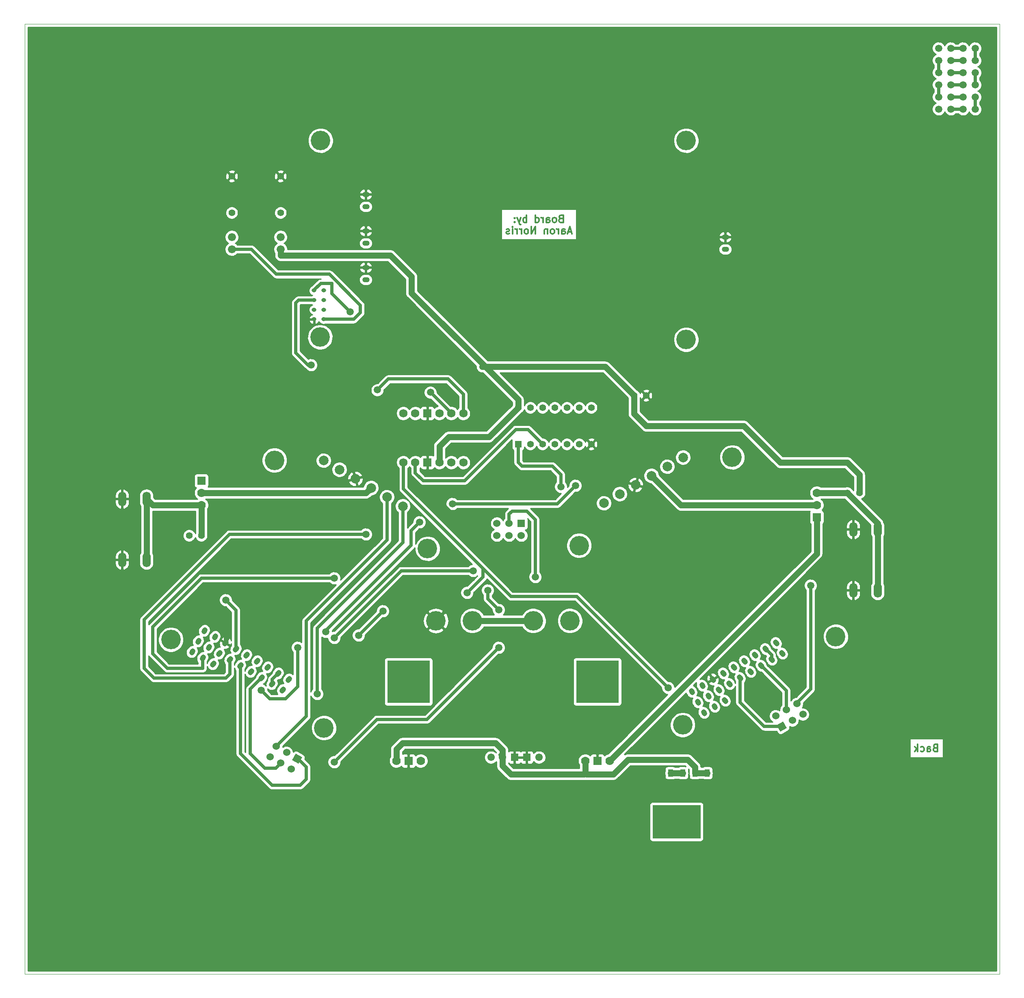
<source format=gbl>
G04 (created by PCBNEW (2013-07-07 BZR 4022)-stable) date 3/1/2015 4:29:52 PM*
%MOIN*%
G04 Gerber Fmt 3.4, Leading zero omitted, Abs format*
%FSLAX34Y34*%
G01*
G70*
G90*
G04 APERTURE LIST*
%ADD10C,0.00590551*%
%ADD11C,0.00393701*%
%ADD12C,0.011811*%
%ADD13C,0.0433071*%
%ADD14C,0.0787402*%
%ADD15C,0.16*%
%ADD16C,0.055*%
%ADD17C,0.0610236*%
%ADD18R,0.0610236X0.0610236*%
%ADD19C,0.0688976*%
%ADD20R,0.0688976X0.0688976*%
%ADD21C,0.066*%
%ADD22O,0.0590551X0.0433071*%
%ADD23R,0.055X0.055*%
%ADD24R,0.0433071X0.0590551*%
%ADD25R,0.393701X0.275591*%
%ADD26C,0.06*%
%ADD27R,0.06X0.06*%
%ADD28R,0.35X0.35*%
%ADD29C,0.07*%
%ADD30R,0.07X0.07*%
%ADD31O,0.0393701X0.0314961*%
%ADD32O,0.068X0.12*%
%ADD33C,0.0590551*%
%ADD34C,0.025*%
%ADD35C,0.05*%
%ADD36C,0.01*%
G04 APERTURE END LIST*
G54D10*
G54D11*
X4000Y-84000D02*
X4000Y-6000D01*
X84000Y-84000D02*
X4000Y-84000D01*
X84000Y-6000D02*
X84000Y-84000D01*
X4000Y-6000D02*
X84000Y-6000D01*
G54D12*
X78717Y-65429D02*
X78632Y-65457D01*
X78604Y-65485D01*
X78576Y-65542D01*
X78576Y-65626D01*
X78604Y-65682D01*
X78632Y-65710D01*
X78688Y-65739D01*
X78913Y-65739D01*
X78913Y-65148D01*
X78717Y-65148D01*
X78660Y-65176D01*
X78632Y-65204D01*
X78604Y-65260D01*
X78604Y-65317D01*
X78632Y-65373D01*
X78660Y-65401D01*
X78717Y-65429D01*
X78913Y-65429D01*
X78070Y-65739D02*
X78070Y-65429D01*
X78098Y-65373D01*
X78154Y-65345D01*
X78267Y-65345D01*
X78323Y-65373D01*
X78070Y-65710D02*
X78126Y-65739D01*
X78267Y-65739D01*
X78323Y-65710D01*
X78351Y-65654D01*
X78351Y-65598D01*
X78323Y-65542D01*
X78267Y-65514D01*
X78126Y-65514D01*
X78070Y-65485D01*
X77535Y-65710D02*
X77592Y-65739D01*
X77704Y-65739D01*
X77760Y-65710D01*
X77789Y-65682D01*
X77817Y-65626D01*
X77817Y-65457D01*
X77789Y-65401D01*
X77760Y-65373D01*
X77704Y-65345D01*
X77592Y-65345D01*
X77535Y-65373D01*
X77282Y-65739D02*
X77282Y-65148D01*
X77226Y-65514D02*
X77057Y-65739D01*
X77057Y-65345D02*
X77282Y-65570D01*
X47999Y-21979D02*
X47915Y-22007D01*
X47887Y-22035D01*
X47859Y-22092D01*
X47859Y-22176D01*
X47887Y-22232D01*
X47915Y-22260D01*
X47971Y-22289D01*
X48196Y-22289D01*
X48196Y-21698D01*
X47999Y-21698D01*
X47943Y-21726D01*
X47915Y-21754D01*
X47887Y-21810D01*
X47887Y-21867D01*
X47915Y-21923D01*
X47943Y-21951D01*
X47999Y-21979D01*
X48196Y-21979D01*
X47521Y-22289D02*
X47577Y-22260D01*
X47606Y-22232D01*
X47634Y-22176D01*
X47634Y-22007D01*
X47606Y-21951D01*
X47577Y-21923D01*
X47521Y-21895D01*
X47437Y-21895D01*
X47381Y-21923D01*
X47352Y-21951D01*
X47324Y-22007D01*
X47324Y-22176D01*
X47352Y-22232D01*
X47381Y-22260D01*
X47437Y-22289D01*
X47521Y-22289D01*
X46818Y-22289D02*
X46818Y-21979D01*
X46846Y-21923D01*
X46903Y-21895D01*
X47015Y-21895D01*
X47071Y-21923D01*
X46818Y-22260D02*
X46874Y-22289D01*
X47015Y-22289D01*
X47071Y-22260D01*
X47099Y-22204D01*
X47099Y-22148D01*
X47071Y-22092D01*
X47015Y-22064D01*
X46874Y-22064D01*
X46818Y-22035D01*
X46537Y-22289D02*
X46537Y-21895D01*
X46537Y-22007D02*
X46509Y-21951D01*
X46481Y-21923D01*
X46424Y-21895D01*
X46368Y-21895D01*
X45918Y-22289D02*
X45918Y-21698D01*
X45918Y-22260D02*
X45975Y-22289D01*
X46087Y-22289D01*
X46143Y-22260D01*
X46171Y-22232D01*
X46200Y-22176D01*
X46200Y-22007D01*
X46171Y-21951D01*
X46143Y-21923D01*
X46087Y-21895D01*
X45975Y-21895D01*
X45918Y-21923D01*
X45187Y-22289D02*
X45187Y-21698D01*
X45187Y-21923D02*
X45131Y-21895D01*
X45018Y-21895D01*
X44962Y-21923D01*
X44934Y-21951D01*
X44906Y-22007D01*
X44906Y-22176D01*
X44934Y-22232D01*
X44962Y-22260D01*
X45018Y-22289D01*
X45131Y-22289D01*
X45187Y-22260D01*
X44709Y-21895D02*
X44568Y-22289D01*
X44428Y-21895D02*
X44568Y-22289D01*
X44625Y-22429D01*
X44653Y-22457D01*
X44709Y-22485D01*
X44203Y-22232D02*
X44175Y-22260D01*
X44203Y-22289D01*
X44231Y-22260D01*
X44203Y-22232D01*
X44203Y-22289D01*
X44203Y-21923D02*
X44175Y-21951D01*
X44203Y-21979D01*
X44231Y-21951D01*
X44203Y-21923D01*
X44203Y-21979D01*
X48871Y-23065D02*
X48590Y-23065D01*
X48927Y-23233D02*
X48730Y-22643D01*
X48534Y-23233D01*
X48084Y-23233D02*
X48084Y-22924D01*
X48112Y-22868D01*
X48168Y-22840D01*
X48280Y-22840D01*
X48337Y-22868D01*
X48084Y-23205D02*
X48140Y-23233D01*
X48280Y-23233D01*
X48337Y-23205D01*
X48365Y-23149D01*
X48365Y-23093D01*
X48337Y-23037D01*
X48280Y-23008D01*
X48140Y-23008D01*
X48084Y-22980D01*
X47802Y-23233D02*
X47802Y-22840D01*
X47802Y-22952D02*
X47774Y-22896D01*
X47746Y-22868D01*
X47690Y-22840D01*
X47634Y-22840D01*
X47352Y-23233D02*
X47409Y-23205D01*
X47437Y-23177D01*
X47465Y-23121D01*
X47465Y-22952D01*
X47437Y-22896D01*
X47409Y-22868D01*
X47352Y-22840D01*
X47268Y-22840D01*
X47212Y-22868D01*
X47184Y-22896D01*
X47156Y-22952D01*
X47156Y-23121D01*
X47184Y-23177D01*
X47212Y-23205D01*
X47268Y-23233D01*
X47352Y-23233D01*
X46903Y-22840D02*
X46903Y-23233D01*
X46903Y-22896D02*
X46874Y-22868D01*
X46818Y-22840D01*
X46734Y-22840D01*
X46678Y-22868D01*
X46649Y-22924D01*
X46649Y-23233D01*
X45918Y-23233D02*
X45918Y-22643D01*
X45581Y-23233D01*
X45581Y-22643D01*
X45215Y-23233D02*
X45271Y-23205D01*
X45300Y-23177D01*
X45328Y-23121D01*
X45328Y-22952D01*
X45300Y-22896D01*
X45271Y-22868D01*
X45215Y-22840D01*
X45131Y-22840D01*
X45075Y-22868D01*
X45047Y-22896D01*
X45018Y-22952D01*
X45018Y-23121D01*
X45047Y-23177D01*
X45075Y-23205D01*
X45131Y-23233D01*
X45215Y-23233D01*
X44765Y-23233D02*
X44765Y-22840D01*
X44765Y-22952D02*
X44737Y-22896D01*
X44709Y-22868D01*
X44653Y-22840D01*
X44597Y-22840D01*
X44400Y-23233D02*
X44400Y-22840D01*
X44400Y-22952D02*
X44372Y-22896D01*
X44343Y-22868D01*
X44287Y-22840D01*
X44231Y-22840D01*
X44034Y-23233D02*
X44034Y-22840D01*
X44034Y-22643D02*
X44062Y-22671D01*
X44034Y-22699D01*
X44006Y-22671D01*
X44034Y-22643D01*
X44034Y-22699D01*
X43781Y-23205D02*
X43725Y-23233D01*
X43612Y-23233D01*
X43556Y-23205D01*
X43528Y-23149D01*
X43528Y-23121D01*
X43556Y-23065D01*
X43612Y-23037D01*
X43697Y-23037D01*
X43753Y-23008D01*
X43781Y-22952D01*
X43781Y-22924D01*
X43753Y-22868D01*
X43697Y-22840D01*
X43612Y-22840D01*
X43556Y-22868D01*
G54D11*
X45000Y-24000D02*
G75*
G03X45000Y-24000I0J0D01*
G74*
G01*
X44999Y-24000D02*
X45000Y-24000D01*
X45000Y-23999D02*
X45000Y-24000D01*
X84000Y-22000D02*
G75*
G03X84000Y-22000I0J0D01*
G74*
G01*
X83999Y-22000D02*
X84000Y-22000D01*
X84000Y-21999D02*
X84000Y-22000D01*
G54D13*
X59776Y-62612D02*
X59697Y-62476D01*
G54D14*
X51535Y-45339D03*
X52834Y-44589D03*
X54133Y-43839D03*
X55433Y-43089D03*
X56732Y-42339D03*
X58031Y-41589D03*
G54D13*
X59276Y-61746D02*
X59197Y-61610D01*
X58776Y-60880D02*
X58697Y-60743D01*
X60642Y-62112D02*
X60563Y-61976D01*
X60142Y-61246D02*
X60063Y-61110D01*
X59642Y-60380D02*
X59563Y-60243D01*
X61508Y-61612D02*
X61429Y-61476D01*
X61008Y-60746D02*
X60929Y-60610D01*
X60508Y-59880D02*
X60429Y-59743D01*
X61874Y-60246D02*
X61795Y-60110D01*
X61374Y-59380D02*
X61295Y-59243D01*
X62740Y-59746D02*
X62661Y-59610D01*
X62240Y-58880D02*
X62161Y-58743D01*
X63606Y-59246D02*
X63527Y-59110D01*
X63106Y-58380D02*
X63027Y-58243D01*
X64472Y-58746D02*
X64393Y-58610D01*
X63972Y-57880D02*
X63893Y-57743D01*
X65338Y-58246D02*
X65259Y-58110D01*
X64838Y-57380D02*
X64759Y-57243D01*
X66204Y-57746D02*
X66125Y-57610D01*
X65704Y-56880D02*
X65625Y-56743D01*
G54D15*
X58004Y-63544D03*
X49504Y-48821D03*
X70562Y-56294D03*
X62062Y-41571D03*
G54D13*
X17697Y-57612D02*
X17776Y-57476D01*
G54D14*
X28535Y-41839D03*
X29834Y-42589D03*
X31133Y-43339D03*
X32433Y-44089D03*
X33732Y-44839D03*
X35031Y-45589D03*
G54D13*
X18197Y-56746D02*
X18276Y-56610D01*
X18697Y-55880D02*
X18776Y-55743D01*
X18563Y-58112D02*
X18642Y-57976D01*
X19063Y-57246D02*
X19142Y-57110D01*
X19563Y-56380D02*
X19642Y-56243D01*
X19429Y-58612D02*
X19508Y-58476D01*
X19929Y-57746D02*
X20008Y-57610D01*
X20429Y-56880D02*
X20508Y-56743D01*
X20795Y-58246D02*
X20874Y-58110D01*
X21295Y-57380D02*
X21374Y-57243D01*
X21661Y-58746D02*
X21740Y-58610D01*
X22161Y-57880D02*
X22240Y-57743D01*
X22527Y-59246D02*
X22606Y-59110D01*
X23027Y-58380D02*
X23106Y-58243D01*
X23393Y-59746D02*
X23472Y-59610D01*
X23893Y-58880D02*
X23972Y-58743D01*
X24259Y-60246D02*
X24338Y-60110D01*
X24759Y-59380D02*
X24838Y-59243D01*
X25125Y-60746D02*
X25204Y-60610D01*
X25625Y-59880D02*
X25704Y-59743D01*
G54D15*
X16004Y-56544D03*
X24504Y-41821D03*
X28562Y-63794D03*
X37062Y-49071D03*
G54D16*
X21000Y-21500D03*
X21000Y-18500D03*
X25000Y-21500D03*
X25000Y-18500D03*
G54D17*
X46212Y-66212D03*
G54D18*
X45212Y-66212D03*
X44212Y-66212D03*
G54D17*
X43212Y-66212D03*
X42275Y-66212D03*
G54D19*
X40000Y-42000D03*
X39015Y-42000D03*
X38031Y-42000D03*
G54D20*
X37047Y-42000D03*
G54D19*
X36062Y-42000D03*
X35078Y-42000D03*
X40000Y-37968D03*
X39015Y-37968D03*
X38031Y-37968D03*
G54D20*
X37047Y-37968D03*
G54D19*
X36062Y-37968D03*
X35078Y-37968D03*
G54D21*
X25000Y-24500D03*
X25000Y-23500D03*
X21000Y-24500D03*
X21000Y-23500D03*
G54D22*
X32000Y-27000D03*
X32000Y-26000D03*
X32000Y-24000D03*
X32000Y-23000D03*
X32000Y-21000D03*
X32000Y-20000D03*
G54D23*
X44500Y-40500D03*
G54D16*
X45500Y-40500D03*
X46500Y-40500D03*
X47500Y-40500D03*
X48500Y-40500D03*
X49500Y-40500D03*
X50500Y-40500D03*
X50500Y-37500D03*
X49500Y-37500D03*
X48500Y-37500D03*
X47500Y-37500D03*
X46500Y-37500D03*
X45500Y-37500D03*
X44500Y-37500D03*
G54D15*
X37750Y-55000D03*
X40750Y-55000D03*
X45750Y-55000D03*
X48750Y-55000D03*
G54D24*
X57000Y-67500D03*
X58000Y-67500D03*
X59000Y-67500D03*
X60000Y-67500D03*
G54D25*
X57500Y-71500D03*
G54D10*
G36*
X26775Y-66207D02*
X26475Y-66726D01*
X25956Y-66426D01*
X26256Y-65907D01*
X26775Y-66207D01*
X26775Y-66207D01*
G37*
G54D26*
X25866Y-67183D03*
X25500Y-65816D03*
X25000Y-66683D03*
X24633Y-65316D03*
X24133Y-66183D03*
G54D27*
X44750Y-47000D03*
G54D26*
X44750Y-48000D03*
X43750Y-47000D03*
X43750Y-48000D03*
X42750Y-47000D03*
X42750Y-48000D03*
G54D10*
G36*
X66024Y-64092D02*
X65724Y-63573D01*
X66243Y-63273D01*
X66543Y-63792D01*
X66024Y-64092D01*
X66024Y-64092D01*
G37*
G54D26*
X65633Y-62816D03*
X67000Y-63183D03*
X66500Y-62316D03*
X67866Y-62683D03*
X67366Y-61816D03*
G54D22*
X61500Y-24500D03*
X61500Y-23500D03*
G54D16*
X54000Y-36500D03*
X55000Y-36500D03*
G54D28*
X35500Y-60000D03*
G54D29*
X34500Y-66500D03*
G54D30*
X35500Y-66500D03*
G54D29*
X36500Y-66500D03*
G54D28*
X51000Y-60000D03*
G54D29*
X50000Y-66500D03*
G54D30*
X51000Y-66500D03*
G54D29*
X52000Y-66500D03*
G54D31*
X27750Y-30250D03*
X27750Y-29462D03*
X27750Y-28675D03*
X27750Y-27887D03*
X28537Y-30250D03*
X28537Y-29462D03*
X28537Y-28675D03*
X28537Y-27887D03*
G54D15*
X28246Y-31714D03*
X28285Y-15572D03*
X58285Y-15572D03*
X58285Y-31911D03*
G54D29*
X69000Y-44500D03*
X69000Y-45500D03*
G54D30*
X69000Y-46500D03*
G54D29*
X18500Y-45500D03*
X18500Y-44500D03*
G54D30*
X18500Y-43500D03*
G54D16*
X18500Y-48000D03*
X17500Y-48000D03*
X71500Y-44500D03*
X72500Y-44500D03*
G54D32*
X14000Y-50000D03*
X12000Y-50000D03*
X14000Y-45000D03*
X12000Y-45000D03*
X74000Y-52500D03*
X72000Y-52500D03*
X74000Y-47500D03*
X72000Y-47500D03*
G54D33*
X79000Y-8000D03*
X82000Y-8000D03*
X82000Y-9000D03*
X81000Y-9000D03*
X80000Y-9000D03*
X79000Y-9000D03*
X79000Y-10000D03*
X80000Y-10000D03*
X81000Y-10000D03*
X82000Y-10000D03*
X82000Y-11000D03*
X81000Y-11000D03*
X80000Y-11000D03*
X79000Y-11000D03*
X79000Y-12000D03*
X80000Y-12000D03*
X81000Y-12000D03*
X82000Y-12000D03*
X82000Y-13000D03*
X81000Y-13000D03*
X80000Y-13000D03*
X79000Y-13000D03*
X81000Y-8000D03*
X80000Y-8000D03*
X37500Y-44600D03*
X31000Y-49100D03*
X42800Y-49900D03*
X24200Y-53200D03*
X24100Y-50400D03*
X38400Y-51800D03*
X28000Y-61000D03*
X42000Y-52500D03*
X42900Y-54100D03*
X42900Y-57200D03*
X29400Y-66600D03*
X20500Y-53300D03*
X32000Y-47900D03*
X65633Y-62816D03*
X31400Y-56200D03*
X33400Y-54200D03*
X45900Y-51400D03*
X37300Y-36250D03*
X30700Y-29650D03*
X32950Y-36050D03*
X27500Y-34000D03*
X68500Y-52100D03*
X28700Y-55900D03*
X36400Y-46900D03*
X39100Y-45400D03*
X49200Y-43900D03*
X40300Y-52700D03*
X29400Y-51500D03*
X56800Y-60500D03*
X48000Y-44000D03*
X26400Y-57200D03*
X23400Y-60700D03*
X29400Y-56400D03*
X40800Y-50900D03*
G54D34*
X82000Y-8000D02*
X82000Y-9000D01*
X81000Y-9000D02*
X80000Y-9000D01*
X79000Y-9000D02*
X79000Y-10000D01*
X80000Y-10000D02*
X81000Y-10000D01*
X82000Y-10000D02*
X82000Y-11000D01*
X81000Y-11000D02*
X80000Y-11000D01*
X79000Y-11000D02*
X79000Y-12000D01*
X80000Y-12000D02*
X81000Y-12000D01*
X82000Y-12000D02*
X82000Y-13000D01*
X81000Y-13000D02*
X80000Y-13000D01*
X80000Y-8000D02*
X81000Y-8000D01*
G54D35*
X52000Y-66500D02*
X69000Y-49500D01*
X69000Y-49500D02*
X69000Y-46500D01*
X25000Y-24500D02*
X25000Y-25000D01*
X35750Y-28100D02*
X41800Y-34150D01*
X35750Y-26750D02*
X35750Y-28100D01*
X34000Y-25000D02*
X35750Y-26750D01*
X25000Y-25000D02*
X34000Y-25000D01*
X54000Y-36500D02*
X54000Y-38000D01*
X72500Y-43000D02*
X72500Y-44500D01*
X71500Y-42000D02*
X72500Y-43000D01*
X66000Y-42000D02*
X71500Y-42000D01*
X63000Y-39000D02*
X66000Y-42000D01*
X55000Y-39000D02*
X63000Y-39000D01*
X54000Y-38000D02*
X55000Y-39000D01*
X44500Y-37500D02*
X44500Y-36850D01*
X44500Y-36850D02*
X41800Y-34150D01*
X38031Y-42000D02*
X38031Y-40668D01*
X38031Y-40668D02*
X38800Y-39900D01*
X38800Y-39900D02*
X42100Y-39900D01*
X42100Y-39900D02*
X44500Y-37500D01*
X41800Y-34150D02*
X41550Y-34150D01*
X51650Y-34150D02*
X54000Y-36500D01*
X41550Y-34150D02*
X51650Y-34150D01*
X38050Y-42000D02*
X38031Y-42000D01*
X38031Y-42000D02*
X38050Y-42000D01*
G54D34*
X24200Y-53200D02*
X22000Y-53200D01*
X22000Y-53200D02*
X21400Y-52600D01*
X24100Y-50400D02*
X29700Y-50400D01*
X29700Y-50400D02*
X31000Y-49100D01*
X38400Y-51800D02*
X38400Y-54350D01*
X38400Y-54350D02*
X37750Y-55000D01*
X37500Y-44600D02*
X42800Y-49900D01*
X37500Y-44600D02*
X37500Y-44600D01*
X20468Y-56812D02*
X20468Y-55668D01*
X20000Y-52600D02*
X21400Y-52600D01*
X19600Y-53000D02*
X20000Y-52600D01*
X19600Y-54800D02*
X19600Y-53000D01*
X20468Y-55668D02*
X19600Y-54800D01*
X35031Y-45589D02*
X35031Y-48568D01*
X28000Y-55600D02*
X28000Y-61000D01*
X35031Y-48568D02*
X28000Y-55600D01*
X36062Y-42000D02*
X36062Y-42862D01*
X45300Y-39300D02*
X46500Y-40500D01*
X44300Y-39300D02*
X45300Y-39300D01*
X40100Y-43500D02*
X44300Y-39300D01*
X36700Y-43500D02*
X40100Y-43500D01*
X36062Y-42862D02*
X36700Y-43500D01*
X33732Y-44839D02*
X33732Y-48367D01*
X27100Y-62850D02*
X24633Y-65316D01*
X27100Y-55000D02*
X27100Y-62850D01*
X33732Y-48367D02*
X27100Y-55000D01*
X21334Y-57312D02*
X21334Y-54134D01*
X42000Y-53200D02*
X42000Y-52500D01*
X42900Y-54100D02*
X42000Y-53200D01*
X37000Y-63100D02*
X42900Y-57200D01*
X32900Y-63100D02*
X37000Y-63100D01*
X29400Y-66600D02*
X32900Y-63100D01*
X21334Y-54134D02*
X20500Y-53300D01*
X20834Y-58178D02*
X20834Y-59365D01*
X20800Y-47900D02*
X32000Y-47900D01*
X13800Y-54900D02*
X20800Y-47900D01*
X13800Y-58900D02*
X13800Y-54900D01*
X14600Y-59700D02*
X13800Y-58900D01*
X20500Y-59700D02*
X14600Y-59700D01*
X20834Y-59365D02*
X20500Y-59700D01*
X66133Y-63683D02*
X64683Y-63683D01*
X62700Y-61700D02*
X62700Y-59678D01*
X64683Y-63683D02*
X62700Y-61700D01*
X43750Y-47000D02*
X43750Y-46250D01*
X33400Y-54200D02*
X31400Y-56200D01*
X45900Y-46700D02*
X45900Y-51400D01*
X45200Y-46000D02*
X45900Y-46700D01*
X44000Y-46000D02*
X45200Y-46000D01*
X43750Y-46250D02*
X44000Y-46000D01*
X66500Y-62316D02*
X66500Y-60745D01*
X66500Y-60745D02*
X64433Y-58678D01*
X26366Y-66316D02*
X26416Y-66316D01*
X21700Y-65900D02*
X21700Y-58678D01*
X24300Y-68500D02*
X21700Y-65900D01*
X26600Y-68500D02*
X24300Y-68500D01*
X27100Y-68000D02*
X26600Y-68500D01*
X27100Y-67000D02*
X27100Y-68000D01*
X26416Y-66316D02*
X27100Y-67000D01*
G54D35*
X58000Y-67500D02*
X57000Y-67500D01*
X40750Y-55000D02*
X45750Y-55000D01*
X14000Y-50000D02*
X14000Y-45000D01*
X18500Y-45500D02*
X14500Y-45500D01*
X14500Y-45500D02*
X14000Y-45000D01*
X18500Y-48000D02*
X18500Y-45500D01*
X71500Y-44500D02*
X69000Y-44500D01*
X74000Y-47500D02*
X74000Y-47000D01*
X74000Y-47000D02*
X71500Y-44500D01*
X74000Y-47500D02*
X74000Y-52500D01*
G54D34*
X39015Y-37968D02*
X39000Y-37950D01*
X39000Y-37950D02*
X37300Y-36250D01*
X30700Y-29650D02*
X29200Y-28150D01*
X29200Y-28150D02*
X29200Y-27300D01*
X29200Y-27300D02*
X28300Y-27300D01*
X28300Y-27300D02*
X27750Y-27850D01*
X27750Y-27850D02*
X27750Y-27887D01*
X27500Y-34000D02*
X27250Y-34000D01*
X26250Y-33000D02*
X26250Y-28900D01*
X27250Y-34000D02*
X26250Y-33000D01*
X27750Y-28675D02*
X26474Y-28675D01*
X26474Y-28675D02*
X26250Y-28900D01*
X40000Y-36400D02*
X40000Y-37968D01*
X32950Y-36050D02*
X33850Y-35150D01*
X33850Y-35150D02*
X38750Y-35150D01*
X38750Y-35150D02*
X40000Y-36400D01*
X21000Y-24500D02*
X22600Y-24500D01*
X31000Y-30250D02*
X28537Y-30250D01*
X31550Y-29700D02*
X31000Y-30250D01*
X31550Y-29100D02*
X31550Y-29700D01*
X29000Y-26550D02*
X31550Y-29100D01*
X24650Y-26550D02*
X29000Y-26550D01*
X22600Y-24500D02*
X24650Y-26550D01*
G54D35*
X50000Y-66500D02*
X50000Y-67500D01*
X50000Y-67500D02*
X49900Y-67600D01*
X43212Y-66912D02*
X43212Y-66212D01*
X43900Y-67600D02*
X43212Y-66912D01*
X49900Y-67600D02*
X43900Y-67600D01*
X34500Y-66500D02*
X34500Y-65550D01*
X43212Y-65612D02*
X43212Y-66212D01*
X42650Y-65050D02*
X43212Y-65612D01*
X35000Y-65050D02*
X42650Y-65050D01*
X34500Y-65550D02*
X35000Y-65050D01*
X59000Y-67500D02*
X59000Y-67000D01*
X50100Y-67600D02*
X50000Y-67500D01*
X52300Y-67600D02*
X50100Y-67600D01*
X53500Y-66400D02*
X52300Y-67600D01*
X58400Y-66400D02*
X53500Y-66400D01*
X59000Y-67000D02*
X58400Y-66400D01*
X59000Y-67500D02*
X60000Y-67500D01*
G54D34*
X43212Y-66212D02*
X43000Y-66000D01*
X43000Y-66000D02*
X43212Y-66212D01*
X43212Y-66212D02*
X43250Y-66250D01*
X43250Y-66250D02*
X43212Y-66212D01*
X65299Y-58178D02*
X65299Y-57812D01*
X65299Y-57812D02*
X64799Y-57312D01*
X24299Y-60178D02*
X24299Y-59812D01*
X24299Y-59812D02*
X24799Y-59312D01*
X67366Y-61733D02*
X67366Y-61816D01*
X68500Y-60600D02*
X67366Y-61733D01*
X68500Y-52100D02*
X68500Y-60600D01*
X35700Y-48800D02*
X28700Y-55800D01*
X28700Y-55800D02*
X28700Y-55900D01*
X35700Y-47600D02*
X35700Y-48800D01*
X36400Y-46900D02*
X35700Y-47600D01*
X47700Y-45400D02*
X39100Y-45400D01*
X49200Y-43900D02*
X47700Y-45400D01*
X25000Y-66683D02*
X25000Y-66700D01*
X22500Y-60611D02*
X23433Y-59678D01*
X22500Y-65900D02*
X22500Y-60611D01*
X23700Y-67100D02*
X22500Y-65900D01*
X24600Y-67100D02*
X23700Y-67100D01*
X25000Y-66700D02*
X24600Y-67100D01*
X41100Y-51900D02*
X41600Y-51400D01*
X40300Y-52700D02*
X41100Y-51900D01*
X41600Y-50700D02*
X41300Y-50400D01*
X41600Y-51400D02*
X41600Y-50700D01*
X18602Y-58044D02*
X18602Y-58897D01*
X18500Y-51500D02*
X29400Y-51500D01*
X14500Y-55500D02*
X18500Y-51500D01*
X14500Y-57700D02*
X14500Y-55500D01*
X15700Y-58900D02*
X14500Y-57700D01*
X18600Y-58900D02*
X15700Y-58900D01*
X18602Y-58897D02*
X18600Y-58900D01*
X35078Y-42000D02*
X35078Y-44178D01*
X49300Y-53000D02*
X56800Y-60500D01*
X43900Y-53000D02*
X49300Y-53000D01*
X35078Y-44178D02*
X41300Y-50400D01*
X41300Y-50400D02*
X43900Y-53000D01*
X44500Y-40500D02*
X44500Y-42000D01*
X48000Y-43000D02*
X48000Y-44000D01*
X47300Y-42300D02*
X48000Y-43000D01*
X44800Y-42300D02*
X47300Y-42300D01*
X44500Y-42000D02*
X44800Y-42300D01*
X26400Y-60400D02*
X26400Y-57200D01*
X25400Y-61400D02*
X26400Y-60400D01*
X24100Y-61400D02*
X25400Y-61400D01*
X23400Y-60700D02*
X24100Y-61400D01*
X29400Y-56400D02*
X34900Y-50900D01*
X34900Y-50900D02*
X40800Y-50900D01*
G54D35*
X18500Y-44500D02*
X32022Y-44500D01*
X32022Y-44500D02*
X32433Y-44089D01*
X69000Y-45500D02*
X57843Y-45500D01*
X57843Y-45500D02*
X55433Y-43089D01*
G54D10*
G36*
X29540Y-52028D02*
X26834Y-54734D01*
X26812Y-54761D01*
X26790Y-54788D01*
X26789Y-54789D01*
X26788Y-54791D01*
X26772Y-54821D01*
X26755Y-54852D01*
X26754Y-54854D01*
X26753Y-54855D01*
X26743Y-54889D01*
X26733Y-54922D01*
X26732Y-54923D01*
X26732Y-54925D01*
X26728Y-54960D01*
X26725Y-54994D01*
X26725Y-54998D01*
X26725Y-54998D01*
X26725Y-54998D01*
X26725Y-55000D01*
X26725Y-56761D01*
X26660Y-56718D01*
X26562Y-56676D01*
X26457Y-56655D01*
X26350Y-56654D01*
X26245Y-56674D01*
X26146Y-56714D01*
X26056Y-56772D01*
X25980Y-56847D01*
X25919Y-56936D01*
X25877Y-57034D01*
X25855Y-57138D01*
X25854Y-57245D01*
X25873Y-57351D01*
X25912Y-57450D01*
X25970Y-57540D01*
X26025Y-57596D01*
X26025Y-59403D01*
X26015Y-59392D01*
X25941Y-59339D01*
X25859Y-59301D01*
X25770Y-59279D01*
X25679Y-59275D01*
X25589Y-59289D01*
X25504Y-59320D01*
X25426Y-59368D01*
X25359Y-59429D01*
X25305Y-59502D01*
X25301Y-59508D01*
X25220Y-59649D01*
X25182Y-59732D01*
X25161Y-59820D01*
X25158Y-59911D01*
X25173Y-60001D01*
X25205Y-60087D01*
X25240Y-60144D01*
X25179Y-60141D01*
X25089Y-60155D01*
X25004Y-60186D01*
X24926Y-60234D01*
X24859Y-60295D01*
X24805Y-60368D01*
X24801Y-60374D01*
X24720Y-60515D01*
X24682Y-60598D01*
X24661Y-60686D01*
X24658Y-60777D01*
X24673Y-60867D01*
X24705Y-60953D01*
X24749Y-61025D01*
X24255Y-61025D01*
X23944Y-60714D01*
X23945Y-60646D01*
X23932Y-60579D01*
X23948Y-60597D01*
X24022Y-60651D01*
X24104Y-60689D01*
X24193Y-60710D01*
X24284Y-60714D01*
X24374Y-60700D01*
X24459Y-60669D01*
X24537Y-60622D01*
X24605Y-60560D01*
X24659Y-60487D01*
X24662Y-60481D01*
X24743Y-60340D01*
X24781Y-60258D01*
X24802Y-60169D01*
X24805Y-60078D01*
X24790Y-59988D01*
X24759Y-59903D01*
X24751Y-59890D01*
X24794Y-59846D01*
X24874Y-59834D01*
X24959Y-59803D01*
X25037Y-59756D01*
X25105Y-59694D01*
X25159Y-59621D01*
X25162Y-59615D01*
X25243Y-59474D01*
X25281Y-59392D01*
X25302Y-59303D01*
X25305Y-59212D01*
X25290Y-59122D01*
X25259Y-59037D01*
X25211Y-58959D01*
X25149Y-58892D01*
X25075Y-58839D01*
X24993Y-58801D01*
X24904Y-58779D01*
X24813Y-58775D01*
X24723Y-58789D01*
X24638Y-58820D01*
X24560Y-58868D01*
X24493Y-58929D01*
X24438Y-59002D01*
X24435Y-59008D01*
X24354Y-59149D01*
X24316Y-59232D01*
X24306Y-59273D01*
X24033Y-59547D01*
X24011Y-59573D01*
X23989Y-59600D01*
X23988Y-59602D01*
X23987Y-59603D01*
X23971Y-59634D01*
X23954Y-59664D01*
X23953Y-59666D01*
X23952Y-59668D01*
X23942Y-59701D01*
X23932Y-59734D01*
X23932Y-59736D01*
X23931Y-59738D01*
X23927Y-59772D01*
X23924Y-59806D01*
X23924Y-59810D01*
X23924Y-59810D01*
X23924Y-59810D01*
X23924Y-59812D01*
X23924Y-59894D01*
X23854Y-60015D01*
X23816Y-60098D01*
X23795Y-60186D01*
X23792Y-60277D01*
X23801Y-60330D01*
X23749Y-60277D01*
X23660Y-60218D01*
X23567Y-60178D01*
X23593Y-60169D01*
X23671Y-60122D01*
X23739Y-60060D01*
X23793Y-59987D01*
X23796Y-59981D01*
X23877Y-59840D01*
X23915Y-59758D01*
X23936Y-59669D01*
X23939Y-59578D01*
X23924Y-59488D01*
X23893Y-59403D01*
X23857Y-59345D01*
X23918Y-59348D01*
X24008Y-59334D01*
X24093Y-59303D01*
X24171Y-59256D01*
X24239Y-59194D01*
X24293Y-59121D01*
X24296Y-59115D01*
X24377Y-58974D01*
X24415Y-58892D01*
X24436Y-58803D01*
X24439Y-58712D01*
X24424Y-58622D01*
X24393Y-58537D01*
X24345Y-58459D01*
X24283Y-58392D01*
X24209Y-58339D01*
X24127Y-58301D01*
X24038Y-58279D01*
X23947Y-58275D01*
X23857Y-58289D01*
X23772Y-58320D01*
X23694Y-58368D01*
X23626Y-58429D01*
X23572Y-58502D01*
X23569Y-58508D01*
X23488Y-58649D01*
X23450Y-58732D01*
X23429Y-58820D01*
X23426Y-58911D01*
X23441Y-59001D01*
X23473Y-59087D01*
X23508Y-59144D01*
X23447Y-59141D01*
X23357Y-59155D01*
X23272Y-59186D01*
X23194Y-59234D01*
X23126Y-59295D01*
X23072Y-59368D01*
X23069Y-59374D01*
X22988Y-59515D01*
X22950Y-59598D01*
X22940Y-59639D01*
X22234Y-60346D01*
X22212Y-60372D01*
X22190Y-60399D01*
X22189Y-60401D01*
X22188Y-60402D01*
X22172Y-60433D01*
X22155Y-60463D01*
X22154Y-60465D01*
X22153Y-60467D01*
X22143Y-60500D01*
X22133Y-60533D01*
X22132Y-60535D01*
X22132Y-60537D01*
X22128Y-60571D01*
X22125Y-60605D01*
X22125Y-60609D01*
X22125Y-60609D01*
X22125Y-60609D01*
X22125Y-60611D01*
X22125Y-65794D01*
X22075Y-65745D01*
X22075Y-59369D01*
X22106Y-59453D01*
X22154Y-59530D01*
X22216Y-59597D01*
X22290Y-59651D01*
X22372Y-59689D01*
X22461Y-59710D01*
X22552Y-59714D01*
X22642Y-59700D01*
X22727Y-59669D01*
X22805Y-59622D01*
X22873Y-59560D01*
X22927Y-59487D01*
X22930Y-59481D01*
X23011Y-59340D01*
X23049Y-59258D01*
X23070Y-59169D01*
X23073Y-59078D01*
X23058Y-58988D01*
X23026Y-58903D01*
X22991Y-58845D01*
X23052Y-58848D01*
X23142Y-58834D01*
X23227Y-58803D01*
X23305Y-58756D01*
X23373Y-58694D01*
X23427Y-58621D01*
X23430Y-58615D01*
X23511Y-58474D01*
X23549Y-58392D01*
X23570Y-58303D01*
X23573Y-58212D01*
X23558Y-58122D01*
X23526Y-58037D01*
X23479Y-57959D01*
X23417Y-57892D01*
X23343Y-57839D01*
X23261Y-57801D01*
X23172Y-57779D01*
X23081Y-57775D01*
X22991Y-57789D01*
X22906Y-57820D01*
X22828Y-57868D01*
X22760Y-57929D01*
X22706Y-58002D01*
X22703Y-58008D01*
X22622Y-58149D01*
X22584Y-58232D01*
X22563Y-58320D01*
X22560Y-58411D01*
X22575Y-58501D01*
X22606Y-58587D01*
X22642Y-58644D01*
X22581Y-58641D01*
X22491Y-58655D01*
X22406Y-58686D01*
X22328Y-58734D01*
X22260Y-58795D01*
X22206Y-58868D01*
X22203Y-58874D01*
X22122Y-59015D01*
X22084Y-59098D01*
X22075Y-59135D01*
X22075Y-58961D01*
X22145Y-58840D01*
X22183Y-58758D01*
X22204Y-58669D01*
X22207Y-58578D01*
X22192Y-58488D01*
X22160Y-58403D01*
X22125Y-58345D01*
X22186Y-58348D01*
X22276Y-58334D01*
X22361Y-58303D01*
X22439Y-58256D01*
X22506Y-58194D01*
X22561Y-58121D01*
X22564Y-58115D01*
X22645Y-57974D01*
X22683Y-57892D01*
X22704Y-57803D01*
X22707Y-57712D01*
X22692Y-57622D01*
X22660Y-57537D01*
X22613Y-57459D01*
X22551Y-57392D01*
X22477Y-57339D01*
X22395Y-57301D01*
X22306Y-57279D01*
X22215Y-57275D01*
X22125Y-57289D01*
X22040Y-57320D01*
X21962Y-57368D01*
X21894Y-57429D01*
X21840Y-57502D01*
X21837Y-57508D01*
X21756Y-57649D01*
X21718Y-57732D01*
X21697Y-57820D01*
X21694Y-57911D01*
X21709Y-58001D01*
X21740Y-58087D01*
X21776Y-58144D01*
X21715Y-58141D01*
X21625Y-58155D01*
X21540Y-58186D01*
X21462Y-58234D01*
X21394Y-58295D01*
X21340Y-58368D01*
X21337Y-58374D01*
X21256Y-58515D01*
X21218Y-58598D01*
X21209Y-58635D01*
X21209Y-58461D01*
X21279Y-58340D01*
X21317Y-58258D01*
X21338Y-58169D01*
X21341Y-58078D01*
X21326Y-57988D01*
X21294Y-57903D01*
X21259Y-57845D01*
X21320Y-57848D01*
X21410Y-57834D01*
X21495Y-57803D01*
X21573Y-57756D01*
X21640Y-57694D01*
X21694Y-57621D01*
X21698Y-57615D01*
X21779Y-57474D01*
X21817Y-57392D01*
X21838Y-57303D01*
X21841Y-57212D01*
X21826Y-57122D01*
X21794Y-57037D01*
X21747Y-56959D01*
X21709Y-56919D01*
X21709Y-54134D01*
X21706Y-54100D01*
X21703Y-54065D01*
X21702Y-54064D01*
X21702Y-54062D01*
X21692Y-54028D01*
X21683Y-53995D01*
X21682Y-53993D01*
X21681Y-53992D01*
X21665Y-53961D01*
X21649Y-53930D01*
X21648Y-53929D01*
X21647Y-53927D01*
X21625Y-53900D01*
X21603Y-53873D01*
X21601Y-53870D01*
X21601Y-53870D01*
X21600Y-53870D01*
X21600Y-53869D01*
X21044Y-53314D01*
X21045Y-53246D01*
X21024Y-53141D01*
X20983Y-53042D01*
X20924Y-52953D01*
X20849Y-52877D01*
X20760Y-52818D01*
X20662Y-52776D01*
X20557Y-52755D01*
X20450Y-52754D01*
X20345Y-52774D01*
X20246Y-52814D01*
X20156Y-52872D01*
X20080Y-52947D01*
X20019Y-53036D01*
X19977Y-53134D01*
X19955Y-53238D01*
X19954Y-53345D01*
X19973Y-53451D01*
X20012Y-53550D01*
X20070Y-53640D01*
X20144Y-53717D01*
X20232Y-53778D01*
X20330Y-53821D01*
X20435Y-53844D01*
X20515Y-53845D01*
X20959Y-54290D01*
X20959Y-56626D01*
X20948Y-56581D01*
X20908Y-56499D01*
X20852Y-56426D01*
X20839Y-56414D01*
X20752Y-56421D01*
X20665Y-56571D01*
X20665Y-56371D01*
X20627Y-56293D01*
X20611Y-56286D01*
X20520Y-56275D01*
X20429Y-56281D01*
X20340Y-56305D01*
X20258Y-56346D01*
X20186Y-56402D01*
X20126Y-56471D01*
X20142Y-56566D01*
X20450Y-56743D01*
X20665Y-56371D01*
X20665Y-56571D01*
X20537Y-56793D01*
X20845Y-56971D01*
X20934Y-56938D01*
X20959Y-56865D01*
X20959Y-57028D01*
X20890Y-57149D01*
X20852Y-57232D01*
X20831Y-57320D01*
X20828Y-57411D01*
X20843Y-57501D01*
X20874Y-57587D01*
X20910Y-57644D01*
X20849Y-57641D01*
X20759Y-57655D01*
X20674Y-57686D01*
X20596Y-57734D01*
X20528Y-57795D01*
X20474Y-57868D01*
X20471Y-57874D01*
X20390Y-58015D01*
X20352Y-58098D01*
X20331Y-58186D01*
X20328Y-58277D01*
X20343Y-58367D01*
X20374Y-58453D01*
X20422Y-58530D01*
X20459Y-58571D01*
X20459Y-59209D01*
X20344Y-59325D01*
X14755Y-59325D01*
X14175Y-58744D01*
X14175Y-57883D01*
X14185Y-57904D01*
X14186Y-57905D01*
X14187Y-57907D01*
X14209Y-57934D01*
X14231Y-57961D01*
X14233Y-57964D01*
X14233Y-57964D01*
X14233Y-57964D01*
X14234Y-57965D01*
X15434Y-59165D01*
X15461Y-59187D01*
X15488Y-59209D01*
X15489Y-59210D01*
X15491Y-59211D01*
X15521Y-59227D01*
X15552Y-59244D01*
X15554Y-59245D01*
X15555Y-59246D01*
X15588Y-59256D01*
X15622Y-59266D01*
X15623Y-59267D01*
X15625Y-59267D01*
X15660Y-59271D01*
X15694Y-59274D01*
X15698Y-59274D01*
X15698Y-59274D01*
X15698Y-59274D01*
X15700Y-59275D01*
X18600Y-59275D01*
X18634Y-59271D01*
X18668Y-59268D01*
X18670Y-59268D01*
X18672Y-59267D01*
X18705Y-59257D01*
X18739Y-59248D01*
X18741Y-59247D01*
X18742Y-59246D01*
X18773Y-59230D01*
X18804Y-59214D01*
X18805Y-59213D01*
X18807Y-59212D01*
X18834Y-59190D01*
X18861Y-59168D01*
X18864Y-59166D01*
X18864Y-59166D01*
X18864Y-59166D01*
X18865Y-59165D01*
X18868Y-59162D01*
X18890Y-59135D01*
X18912Y-59108D01*
X18913Y-59107D01*
X18914Y-59105D01*
X18930Y-59075D01*
X18947Y-59044D01*
X18948Y-59042D01*
X18949Y-59041D01*
X18959Y-59008D01*
X18969Y-58975D01*
X18969Y-58973D01*
X18970Y-58971D01*
X18973Y-58936D01*
X18977Y-58902D01*
X18977Y-58898D01*
X18977Y-58898D01*
X18977Y-58898D01*
X18977Y-58897D01*
X18977Y-58735D01*
X19008Y-58819D01*
X19056Y-58896D01*
X19118Y-58963D01*
X19192Y-59017D01*
X19274Y-59055D01*
X19363Y-59076D01*
X19454Y-59080D01*
X19544Y-59066D01*
X19629Y-59035D01*
X19707Y-58988D01*
X19774Y-58926D01*
X19828Y-58853D01*
X19832Y-58847D01*
X19913Y-58707D01*
X19951Y-58624D01*
X19972Y-58535D01*
X19975Y-58444D01*
X19960Y-58354D01*
X19928Y-58269D01*
X19893Y-58211D01*
X19954Y-58214D01*
X20044Y-58200D01*
X20129Y-58169D01*
X20207Y-58122D01*
X20274Y-58060D01*
X20328Y-57987D01*
X20332Y-57981D01*
X20413Y-57840D01*
X20451Y-57758D01*
X20472Y-57669D01*
X20475Y-57578D01*
X20460Y-57488D01*
X20428Y-57403D01*
X20393Y-57346D01*
X20417Y-57349D01*
X20508Y-57342D01*
X20596Y-57318D01*
X20678Y-57277D01*
X20751Y-57221D01*
X20811Y-57152D01*
X20795Y-57058D01*
X20487Y-56880D01*
X20483Y-56887D01*
X20396Y-56837D01*
X20400Y-56830D01*
X20092Y-56652D01*
X20002Y-56685D01*
X19973Y-56772D01*
X19960Y-56863D01*
X19966Y-56954D01*
X19989Y-57042D01*
X20029Y-57125D01*
X20044Y-57144D01*
X19983Y-57141D01*
X19893Y-57155D01*
X19808Y-57186D01*
X19730Y-57234D01*
X19662Y-57295D01*
X19608Y-57368D01*
X19605Y-57374D01*
X19524Y-57515D01*
X19486Y-57598D01*
X19465Y-57686D01*
X19462Y-57777D01*
X19477Y-57867D01*
X19508Y-57953D01*
X19544Y-58010D01*
X19483Y-58007D01*
X19393Y-58021D01*
X19308Y-58053D01*
X19230Y-58100D01*
X19162Y-58161D01*
X19108Y-58234D01*
X19105Y-58240D01*
X19024Y-58381D01*
X18986Y-58464D01*
X18977Y-58501D01*
X18977Y-58327D01*
X19047Y-58207D01*
X19085Y-58124D01*
X19106Y-58035D01*
X19109Y-57944D01*
X19094Y-57854D01*
X19062Y-57769D01*
X19027Y-57711D01*
X19088Y-57714D01*
X19178Y-57700D01*
X19263Y-57669D01*
X19341Y-57622D01*
X19408Y-57560D01*
X19462Y-57487D01*
X19466Y-57481D01*
X19547Y-57340D01*
X19585Y-57258D01*
X19606Y-57169D01*
X19609Y-57078D01*
X19594Y-56988D01*
X19562Y-56903D01*
X19527Y-56845D01*
X19588Y-56848D01*
X19678Y-56834D01*
X19763Y-56803D01*
X19841Y-56756D01*
X19908Y-56694D01*
X19962Y-56621D01*
X19966Y-56615D01*
X20047Y-56474D01*
X20085Y-56392D01*
X20106Y-56303D01*
X20109Y-56212D01*
X20094Y-56122D01*
X20062Y-56037D01*
X20015Y-55959D01*
X19953Y-55892D01*
X19879Y-55839D01*
X19797Y-55801D01*
X19708Y-55779D01*
X19617Y-55775D01*
X19527Y-55789D01*
X19441Y-55820D01*
X19364Y-55868D01*
X19296Y-55929D01*
X19243Y-56002D01*
X19243Y-55712D01*
X19228Y-55622D01*
X19196Y-55537D01*
X19149Y-55459D01*
X19087Y-55392D01*
X19013Y-55339D01*
X18930Y-55301D01*
X18842Y-55279D01*
X18751Y-55275D01*
X18661Y-55289D01*
X18575Y-55320D01*
X18498Y-55368D01*
X18430Y-55429D01*
X18376Y-55502D01*
X18373Y-55508D01*
X18292Y-55649D01*
X18254Y-55732D01*
X18233Y-55820D01*
X18230Y-55911D01*
X18245Y-56001D01*
X18276Y-56087D01*
X18312Y-56144D01*
X18251Y-56141D01*
X18161Y-56155D01*
X18075Y-56186D01*
X17998Y-56234D01*
X17930Y-56295D01*
X17876Y-56368D01*
X17873Y-56374D01*
X17792Y-56515D01*
X17754Y-56598D01*
X17733Y-56686D01*
X17730Y-56777D01*
X17745Y-56867D01*
X17776Y-56953D01*
X17812Y-57010D01*
X17751Y-57007D01*
X17661Y-57021D01*
X17575Y-57053D01*
X17498Y-57100D01*
X17430Y-57161D01*
X17376Y-57234D01*
X17373Y-57240D01*
X17292Y-57381D01*
X17254Y-57464D01*
X17233Y-57553D01*
X17230Y-57643D01*
X17245Y-57733D01*
X17276Y-57819D01*
X17324Y-57896D01*
X17386Y-57963D01*
X17460Y-58017D01*
X17542Y-58055D01*
X17631Y-58076D01*
X17722Y-58080D01*
X17812Y-58066D01*
X17897Y-58035D01*
X17975Y-57988D01*
X18042Y-57926D01*
X18096Y-57853D01*
X18100Y-57847D01*
X18181Y-57707D01*
X18219Y-57624D01*
X18239Y-57535D01*
X18243Y-57444D01*
X18228Y-57354D01*
X18196Y-57269D01*
X18161Y-57211D01*
X18222Y-57214D01*
X18312Y-57200D01*
X18397Y-57169D01*
X18475Y-57122D01*
X18542Y-57060D01*
X18596Y-56987D01*
X18600Y-56981D01*
X18681Y-56840D01*
X18719Y-56758D01*
X18739Y-56669D01*
X18743Y-56578D01*
X18728Y-56488D01*
X18696Y-56403D01*
X18661Y-56345D01*
X18722Y-56348D01*
X18812Y-56334D01*
X18897Y-56303D01*
X18975Y-56256D01*
X19042Y-56194D01*
X19096Y-56121D01*
X19100Y-56115D01*
X19181Y-55974D01*
X19219Y-55892D01*
X19239Y-55803D01*
X19243Y-55712D01*
X19243Y-56002D01*
X19242Y-56002D01*
X19239Y-56008D01*
X19158Y-56149D01*
X19120Y-56232D01*
X19099Y-56320D01*
X19096Y-56411D01*
X19111Y-56501D01*
X19142Y-56587D01*
X19178Y-56644D01*
X19117Y-56641D01*
X19027Y-56655D01*
X18941Y-56686D01*
X18864Y-56734D01*
X18796Y-56795D01*
X18742Y-56868D01*
X18739Y-56874D01*
X18658Y-57015D01*
X18620Y-57098D01*
X18599Y-57186D01*
X18596Y-57277D01*
X18611Y-57367D01*
X18642Y-57453D01*
X18678Y-57510D01*
X18617Y-57507D01*
X18527Y-57521D01*
X18441Y-57553D01*
X18364Y-57600D01*
X18296Y-57661D01*
X18242Y-57734D01*
X18239Y-57740D01*
X18158Y-57881D01*
X18120Y-57964D01*
X18099Y-58053D01*
X18096Y-58143D01*
X18111Y-58233D01*
X18142Y-58319D01*
X18190Y-58396D01*
X18227Y-58437D01*
X18227Y-58525D01*
X17054Y-58525D01*
X17054Y-56441D01*
X17014Y-56239D01*
X16936Y-56048D01*
X16822Y-55877D01*
X16677Y-55731D01*
X16506Y-55616D01*
X16316Y-55536D01*
X16115Y-55494D01*
X15909Y-55493D01*
X15706Y-55532D01*
X15515Y-55609D01*
X15343Y-55721D01*
X15196Y-55866D01*
X15080Y-56035D01*
X14999Y-56225D01*
X14956Y-56426D01*
X14953Y-56632D01*
X14990Y-56835D01*
X15066Y-57026D01*
X15177Y-57199D01*
X15320Y-57347D01*
X15490Y-57465D01*
X15678Y-57547D01*
X15879Y-57591D01*
X16085Y-57596D01*
X16288Y-57560D01*
X16480Y-57485D01*
X16654Y-57375D01*
X16803Y-57233D01*
X16922Y-57065D01*
X17005Y-56877D01*
X17051Y-56676D01*
X17054Y-56441D01*
X17054Y-58525D01*
X15855Y-58525D01*
X14875Y-57544D01*
X14875Y-55655D01*
X18655Y-51875D01*
X29004Y-51875D01*
X29044Y-51917D01*
X29132Y-51978D01*
X29230Y-52021D01*
X29335Y-52044D01*
X29442Y-52046D01*
X29540Y-52028D01*
X29540Y-52028D01*
G37*
G54D36*
X29540Y-52028D02*
X26834Y-54734D01*
X26812Y-54761D01*
X26790Y-54788D01*
X26789Y-54789D01*
X26788Y-54791D01*
X26772Y-54821D01*
X26755Y-54852D01*
X26754Y-54854D01*
X26753Y-54855D01*
X26743Y-54889D01*
X26733Y-54922D01*
X26732Y-54923D01*
X26732Y-54925D01*
X26728Y-54960D01*
X26725Y-54994D01*
X26725Y-54998D01*
X26725Y-54998D01*
X26725Y-54998D01*
X26725Y-55000D01*
X26725Y-56761D01*
X26660Y-56718D01*
X26562Y-56676D01*
X26457Y-56655D01*
X26350Y-56654D01*
X26245Y-56674D01*
X26146Y-56714D01*
X26056Y-56772D01*
X25980Y-56847D01*
X25919Y-56936D01*
X25877Y-57034D01*
X25855Y-57138D01*
X25854Y-57245D01*
X25873Y-57351D01*
X25912Y-57450D01*
X25970Y-57540D01*
X26025Y-57596D01*
X26025Y-59403D01*
X26015Y-59392D01*
X25941Y-59339D01*
X25859Y-59301D01*
X25770Y-59279D01*
X25679Y-59275D01*
X25589Y-59289D01*
X25504Y-59320D01*
X25426Y-59368D01*
X25359Y-59429D01*
X25305Y-59502D01*
X25301Y-59508D01*
X25220Y-59649D01*
X25182Y-59732D01*
X25161Y-59820D01*
X25158Y-59911D01*
X25173Y-60001D01*
X25205Y-60087D01*
X25240Y-60144D01*
X25179Y-60141D01*
X25089Y-60155D01*
X25004Y-60186D01*
X24926Y-60234D01*
X24859Y-60295D01*
X24805Y-60368D01*
X24801Y-60374D01*
X24720Y-60515D01*
X24682Y-60598D01*
X24661Y-60686D01*
X24658Y-60777D01*
X24673Y-60867D01*
X24705Y-60953D01*
X24749Y-61025D01*
X24255Y-61025D01*
X23944Y-60714D01*
X23945Y-60646D01*
X23932Y-60579D01*
X23948Y-60597D01*
X24022Y-60651D01*
X24104Y-60689D01*
X24193Y-60710D01*
X24284Y-60714D01*
X24374Y-60700D01*
X24459Y-60669D01*
X24537Y-60622D01*
X24605Y-60560D01*
X24659Y-60487D01*
X24662Y-60481D01*
X24743Y-60340D01*
X24781Y-60258D01*
X24802Y-60169D01*
X24805Y-60078D01*
X24790Y-59988D01*
X24759Y-59903D01*
X24751Y-59890D01*
X24794Y-59846D01*
X24874Y-59834D01*
X24959Y-59803D01*
X25037Y-59756D01*
X25105Y-59694D01*
X25159Y-59621D01*
X25162Y-59615D01*
X25243Y-59474D01*
X25281Y-59392D01*
X25302Y-59303D01*
X25305Y-59212D01*
X25290Y-59122D01*
X25259Y-59037D01*
X25211Y-58959D01*
X25149Y-58892D01*
X25075Y-58839D01*
X24993Y-58801D01*
X24904Y-58779D01*
X24813Y-58775D01*
X24723Y-58789D01*
X24638Y-58820D01*
X24560Y-58868D01*
X24493Y-58929D01*
X24438Y-59002D01*
X24435Y-59008D01*
X24354Y-59149D01*
X24316Y-59232D01*
X24306Y-59273D01*
X24033Y-59547D01*
X24011Y-59573D01*
X23989Y-59600D01*
X23988Y-59602D01*
X23987Y-59603D01*
X23971Y-59634D01*
X23954Y-59664D01*
X23953Y-59666D01*
X23952Y-59668D01*
X23942Y-59701D01*
X23932Y-59734D01*
X23932Y-59736D01*
X23931Y-59738D01*
X23927Y-59772D01*
X23924Y-59806D01*
X23924Y-59810D01*
X23924Y-59810D01*
X23924Y-59810D01*
X23924Y-59812D01*
X23924Y-59894D01*
X23854Y-60015D01*
X23816Y-60098D01*
X23795Y-60186D01*
X23792Y-60277D01*
X23801Y-60330D01*
X23749Y-60277D01*
X23660Y-60218D01*
X23567Y-60178D01*
X23593Y-60169D01*
X23671Y-60122D01*
X23739Y-60060D01*
X23793Y-59987D01*
X23796Y-59981D01*
X23877Y-59840D01*
X23915Y-59758D01*
X23936Y-59669D01*
X23939Y-59578D01*
X23924Y-59488D01*
X23893Y-59403D01*
X23857Y-59345D01*
X23918Y-59348D01*
X24008Y-59334D01*
X24093Y-59303D01*
X24171Y-59256D01*
X24239Y-59194D01*
X24293Y-59121D01*
X24296Y-59115D01*
X24377Y-58974D01*
X24415Y-58892D01*
X24436Y-58803D01*
X24439Y-58712D01*
X24424Y-58622D01*
X24393Y-58537D01*
X24345Y-58459D01*
X24283Y-58392D01*
X24209Y-58339D01*
X24127Y-58301D01*
X24038Y-58279D01*
X23947Y-58275D01*
X23857Y-58289D01*
X23772Y-58320D01*
X23694Y-58368D01*
X23626Y-58429D01*
X23572Y-58502D01*
X23569Y-58508D01*
X23488Y-58649D01*
X23450Y-58732D01*
X23429Y-58820D01*
X23426Y-58911D01*
X23441Y-59001D01*
X23473Y-59087D01*
X23508Y-59144D01*
X23447Y-59141D01*
X23357Y-59155D01*
X23272Y-59186D01*
X23194Y-59234D01*
X23126Y-59295D01*
X23072Y-59368D01*
X23069Y-59374D01*
X22988Y-59515D01*
X22950Y-59598D01*
X22940Y-59639D01*
X22234Y-60346D01*
X22212Y-60372D01*
X22190Y-60399D01*
X22189Y-60401D01*
X22188Y-60402D01*
X22172Y-60433D01*
X22155Y-60463D01*
X22154Y-60465D01*
X22153Y-60467D01*
X22143Y-60500D01*
X22133Y-60533D01*
X22132Y-60535D01*
X22132Y-60537D01*
X22128Y-60571D01*
X22125Y-60605D01*
X22125Y-60609D01*
X22125Y-60609D01*
X22125Y-60609D01*
X22125Y-60611D01*
X22125Y-65794D01*
X22075Y-65745D01*
X22075Y-59369D01*
X22106Y-59453D01*
X22154Y-59530D01*
X22216Y-59597D01*
X22290Y-59651D01*
X22372Y-59689D01*
X22461Y-59710D01*
X22552Y-59714D01*
X22642Y-59700D01*
X22727Y-59669D01*
X22805Y-59622D01*
X22873Y-59560D01*
X22927Y-59487D01*
X22930Y-59481D01*
X23011Y-59340D01*
X23049Y-59258D01*
X23070Y-59169D01*
X23073Y-59078D01*
X23058Y-58988D01*
X23026Y-58903D01*
X22991Y-58845D01*
X23052Y-58848D01*
X23142Y-58834D01*
X23227Y-58803D01*
X23305Y-58756D01*
X23373Y-58694D01*
X23427Y-58621D01*
X23430Y-58615D01*
X23511Y-58474D01*
X23549Y-58392D01*
X23570Y-58303D01*
X23573Y-58212D01*
X23558Y-58122D01*
X23526Y-58037D01*
X23479Y-57959D01*
X23417Y-57892D01*
X23343Y-57839D01*
X23261Y-57801D01*
X23172Y-57779D01*
X23081Y-57775D01*
X22991Y-57789D01*
X22906Y-57820D01*
X22828Y-57868D01*
X22760Y-57929D01*
X22706Y-58002D01*
X22703Y-58008D01*
X22622Y-58149D01*
X22584Y-58232D01*
X22563Y-58320D01*
X22560Y-58411D01*
X22575Y-58501D01*
X22606Y-58587D01*
X22642Y-58644D01*
X22581Y-58641D01*
X22491Y-58655D01*
X22406Y-58686D01*
X22328Y-58734D01*
X22260Y-58795D01*
X22206Y-58868D01*
X22203Y-58874D01*
X22122Y-59015D01*
X22084Y-59098D01*
X22075Y-59135D01*
X22075Y-58961D01*
X22145Y-58840D01*
X22183Y-58758D01*
X22204Y-58669D01*
X22207Y-58578D01*
X22192Y-58488D01*
X22160Y-58403D01*
X22125Y-58345D01*
X22186Y-58348D01*
X22276Y-58334D01*
X22361Y-58303D01*
X22439Y-58256D01*
X22506Y-58194D01*
X22561Y-58121D01*
X22564Y-58115D01*
X22645Y-57974D01*
X22683Y-57892D01*
X22704Y-57803D01*
X22707Y-57712D01*
X22692Y-57622D01*
X22660Y-57537D01*
X22613Y-57459D01*
X22551Y-57392D01*
X22477Y-57339D01*
X22395Y-57301D01*
X22306Y-57279D01*
X22215Y-57275D01*
X22125Y-57289D01*
X22040Y-57320D01*
X21962Y-57368D01*
X21894Y-57429D01*
X21840Y-57502D01*
X21837Y-57508D01*
X21756Y-57649D01*
X21718Y-57732D01*
X21697Y-57820D01*
X21694Y-57911D01*
X21709Y-58001D01*
X21740Y-58087D01*
X21776Y-58144D01*
X21715Y-58141D01*
X21625Y-58155D01*
X21540Y-58186D01*
X21462Y-58234D01*
X21394Y-58295D01*
X21340Y-58368D01*
X21337Y-58374D01*
X21256Y-58515D01*
X21218Y-58598D01*
X21209Y-58635D01*
X21209Y-58461D01*
X21279Y-58340D01*
X21317Y-58258D01*
X21338Y-58169D01*
X21341Y-58078D01*
X21326Y-57988D01*
X21294Y-57903D01*
X21259Y-57845D01*
X21320Y-57848D01*
X21410Y-57834D01*
X21495Y-57803D01*
X21573Y-57756D01*
X21640Y-57694D01*
X21694Y-57621D01*
X21698Y-57615D01*
X21779Y-57474D01*
X21817Y-57392D01*
X21838Y-57303D01*
X21841Y-57212D01*
X21826Y-57122D01*
X21794Y-57037D01*
X21747Y-56959D01*
X21709Y-56919D01*
X21709Y-54134D01*
X21706Y-54100D01*
X21703Y-54065D01*
X21702Y-54064D01*
X21702Y-54062D01*
X21692Y-54028D01*
X21683Y-53995D01*
X21682Y-53993D01*
X21681Y-53992D01*
X21665Y-53961D01*
X21649Y-53930D01*
X21648Y-53929D01*
X21647Y-53927D01*
X21625Y-53900D01*
X21603Y-53873D01*
X21601Y-53870D01*
X21601Y-53870D01*
X21600Y-53870D01*
X21600Y-53869D01*
X21044Y-53314D01*
X21045Y-53246D01*
X21024Y-53141D01*
X20983Y-53042D01*
X20924Y-52953D01*
X20849Y-52877D01*
X20760Y-52818D01*
X20662Y-52776D01*
X20557Y-52755D01*
X20450Y-52754D01*
X20345Y-52774D01*
X20246Y-52814D01*
X20156Y-52872D01*
X20080Y-52947D01*
X20019Y-53036D01*
X19977Y-53134D01*
X19955Y-53238D01*
X19954Y-53345D01*
X19973Y-53451D01*
X20012Y-53550D01*
X20070Y-53640D01*
X20144Y-53717D01*
X20232Y-53778D01*
X20330Y-53821D01*
X20435Y-53844D01*
X20515Y-53845D01*
X20959Y-54290D01*
X20959Y-56626D01*
X20948Y-56581D01*
X20908Y-56499D01*
X20852Y-56426D01*
X20839Y-56414D01*
X20752Y-56421D01*
X20665Y-56571D01*
X20665Y-56371D01*
X20627Y-56293D01*
X20611Y-56286D01*
X20520Y-56275D01*
X20429Y-56281D01*
X20340Y-56305D01*
X20258Y-56346D01*
X20186Y-56402D01*
X20126Y-56471D01*
X20142Y-56566D01*
X20450Y-56743D01*
X20665Y-56371D01*
X20665Y-56571D01*
X20537Y-56793D01*
X20845Y-56971D01*
X20934Y-56938D01*
X20959Y-56865D01*
X20959Y-57028D01*
X20890Y-57149D01*
X20852Y-57232D01*
X20831Y-57320D01*
X20828Y-57411D01*
X20843Y-57501D01*
X20874Y-57587D01*
X20910Y-57644D01*
X20849Y-57641D01*
X20759Y-57655D01*
X20674Y-57686D01*
X20596Y-57734D01*
X20528Y-57795D01*
X20474Y-57868D01*
X20471Y-57874D01*
X20390Y-58015D01*
X20352Y-58098D01*
X20331Y-58186D01*
X20328Y-58277D01*
X20343Y-58367D01*
X20374Y-58453D01*
X20422Y-58530D01*
X20459Y-58571D01*
X20459Y-59209D01*
X20344Y-59325D01*
X14755Y-59325D01*
X14175Y-58744D01*
X14175Y-57883D01*
X14185Y-57904D01*
X14186Y-57905D01*
X14187Y-57907D01*
X14209Y-57934D01*
X14231Y-57961D01*
X14233Y-57964D01*
X14233Y-57964D01*
X14233Y-57964D01*
X14234Y-57965D01*
X15434Y-59165D01*
X15461Y-59187D01*
X15488Y-59209D01*
X15489Y-59210D01*
X15491Y-59211D01*
X15521Y-59227D01*
X15552Y-59244D01*
X15554Y-59245D01*
X15555Y-59246D01*
X15588Y-59256D01*
X15622Y-59266D01*
X15623Y-59267D01*
X15625Y-59267D01*
X15660Y-59271D01*
X15694Y-59274D01*
X15698Y-59274D01*
X15698Y-59274D01*
X15698Y-59274D01*
X15700Y-59275D01*
X18600Y-59275D01*
X18634Y-59271D01*
X18668Y-59268D01*
X18670Y-59268D01*
X18672Y-59267D01*
X18705Y-59257D01*
X18739Y-59248D01*
X18741Y-59247D01*
X18742Y-59246D01*
X18773Y-59230D01*
X18804Y-59214D01*
X18805Y-59213D01*
X18807Y-59212D01*
X18834Y-59190D01*
X18861Y-59168D01*
X18864Y-59166D01*
X18864Y-59166D01*
X18864Y-59166D01*
X18865Y-59165D01*
X18868Y-59162D01*
X18890Y-59135D01*
X18912Y-59108D01*
X18913Y-59107D01*
X18914Y-59105D01*
X18930Y-59075D01*
X18947Y-59044D01*
X18948Y-59042D01*
X18949Y-59041D01*
X18959Y-59008D01*
X18969Y-58975D01*
X18969Y-58973D01*
X18970Y-58971D01*
X18973Y-58936D01*
X18977Y-58902D01*
X18977Y-58898D01*
X18977Y-58898D01*
X18977Y-58898D01*
X18977Y-58897D01*
X18977Y-58735D01*
X19008Y-58819D01*
X19056Y-58896D01*
X19118Y-58963D01*
X19192Y-59017D01*
X19274Y-59055D01*
X19363Y-59076D01*
X19454Y-59080D01*
X19544Y-59066D01*
X19629Y-59035D01*
X19707Y-58988D01*
X19774Y-58926D01*
X19828Y-58853D01*
X19832Y-58847D01*
X19913Y-58707D01*
X19951Y-58624D01*
X19972Y-58535D01*
X19975Y-58444D01*
X19960Y-58354D01*
X19928Y-58269D01*
X19893Y-58211D01*
X19954Y-58214D01*
X20044Y-58200D01*
X20129Y-58169D01*
X20207Y-58122D01*
X20274Y-58060D01*
X20328Y-57987D01*
X20332Y-57981D01*
X20413Y-57840D01*
X20451Y-57758D01*
X20472Y-57669D01*
X20475Y-57578D01*
X20460Y-57488D01*
X20428Y-57403D01*
X20393Y-57346D01*
X20417Y-57349D01*
X20508Y-57342D01*
X20596Y-57318D01*
X20678Y-57277D01*
X20751Y-57221D01*
X20811Y-57152D01*
X20795Y-57058D01*
X20487Y-56880D01*
X20483Y-56887D01*
X20396Y-56837D01*
X20400Y-56830D01*
X20092Y-56652D01*
X20002Y-56685D01*
X19973Y-56772D01*
X19960Y-56863D01*
X19966Y-56954D01*
X19989Y-57042D01*
X20029Y-57125D01*
X20044Y-57144D01*
X19983Y-57141D01*
X19893Y-57155D01*
X19808Y-57186D01*
X19730Y-57234D01*
X19662Y-57295D01*
X19608Y-57368D01*
X19605Y-57374D01*
X19524Y-57515D01*
X19486Y-57598D01*
X19465Y-57686D01*
X19462Y-57777D01*
X19477Y-57867D01*
X19508Y-57953D01*
X19544Y-58010D01*
X19483Y-58007D01*
X19393Y-58021D01*
X19308Y-58053D01*
X19230Y-58100D01*
X19162Y-58161D01*
X19108Y-58234D01*
X19105Y-58240D01*
X19024Y-58381D01*
X18986Y-58464D01*
X18977Y-58501D01*
X18977Y-58327D01*
X19047Y-58207D01*
X19085Y-58124D01*
X19106Y-58035D01*
X19109Y-57944D01*
X19094Y-57854D01*
X19062Y-57769D01*
X19027Y-57711D01*
X19088Y-57714D01*
X19178Y-57700D01*
X19263Y-57669D01*
X19341Y-57622D01*
X19408Y-57560D01*
X19462Y-57487D01*
X19466Y-57481D01*
X19547Y-57340D01*
X19585Y-57258D01*
X19606Y-57169D01*
X19609Y-57078D01*
X19594Y-56988D01*
X19562Y-56903D01*
X19527Y-56845D01*
X19588Y-56848D01*
X19678Y-56834D01*
X19763Y-56803D01*
X19841Y-56756D01*
X19908Y-56694D01*
X19962Y-56621D01*
X19966Y-56615D01*
X20047Y-56474D01*
X20085Y-56392D01*
X20106Y-56303D01*
X20109Y-56212D01*
X20094Y-56122D01*
X20062Y-56037D01*
X20015Y-55959D01*
X19953Y-55892D01*
X19879Y-55839D01*
X19797Y-55801D01*
X19708Y-55779D01*
X19617Y-55775D01*
X19527Y-55789D01*
X19441Y-55820D01*
X19364Y-55868D01*
X19296Y-55929D01*
X19243Y-56002D01*
X19243Y-55712D01*
X19228Y-55622D01*
X19196Y-55537D01*
X19149Y-55459D01*
X19087Y-55392D01*
X19013Y-55339D01*
X18930Y-55301D01*
X18842Y-55279D01*
X18751Y-55275D01*
X18661Y-55289D01*
X18575Y-55320D01*
X18498Y-55368D01*
X18430Y-55429D01*
X18376Y-55502D01*
X18373Y-55508D01*
X18292Y-55649D01*
X18254Y-55732D01*
X18233Y-55820D01*
X18230Y-55911D01*
X18245Y-56001D01*
X18276Y-56087D01*
X18312Y-56144D01*
X18251Y-56141D01*
X18161Y-56155D01*
X18075Y-56186D01*
X17998Y-56234D01*
X17930Y-56295D01*
X17876Y-56368D01*
X17873Y-56374D01*
X17792Y-56515D01*
X17754Y-56598D01*
X17733Y-56686D01*
X17730Y-56777D01*
X17745Y-56867D01*
X17776Y-56953D01*
X17812Y-57010D01*
X17751Y-57007D01*
X17661Y-57021D01*
X17575Y-57053D01*
X17498Y-57100D01*
X17430Y-57161D01*
X17376Y-57234D01*
X17373Y-57240D01*
X17292Y-57381D01*
X17254Y-57464D01*
X17233Y-57553D01*
X17230Y-57643D01*
X17245Y-57733D01*
X17276Y-57819D01*
X17324Y-57896D01*
X17386Y-57963D01*
X17460Y-58017D01*
X17542Y-58055D01*
X17631Y-58076D01*
X17722Y-58080D01*
X17812Y-58066D01*
X17897Y-58035D01*
X17975Y-57988D01*
X18042Y-57926D01*
X18096Y-57853D01*
X18100Y-57847D01*
X18181Y-57707D01*
X18219Y-57624D01*
X18239Y-57535D01*
X18243Y-57444D01*
X18228Y-57354D01*
X18196Y-57269D01*
X18161Y-57211D01*
X18222Y-57214D01*
X18312Y-57200D01*
X18397Y-57169D01*
X18475Y-57122D01*
X18542Y-57060D01*
X18596Y-56987D01*
X18600Y-56981D01*
X18681Y-56840D01*
X18719Y-56758D01*
X18739Y-56669D01*
X18743Y-56578D01*
X18728Y-56488D01*
X18696Y-56403D01*
X18661Y-56345D01*
X18722Y-56348D01*
X18812Y-56334D01*
X18897Y-56303D01*
X18975Y-56256D01*
X19042Y-56194D01*
X19096Y-56121D01*
X19100Y-56115D01*
X19181Y-55974D01*
X19219Y-55892D01*
X19239Y-55803D01*
X19243Y-55712D01*
X19243Y-56002D01*
X19242Y-56002D01*
X19239Y-56008D01*
X19158Y-56149D01*
X19120Y-56232D01*
X19099Y-56320D01*
X19096Y-56411D01*
X19111Y-56501D01*
X19142Y-56587D01*
X19178Y-56644D01*
X19117Y-56641D01*
X19027Y-56655D01*
X18941Y-56686D01*
X18864Y-56734D01*
X18796Y-56795D01*
X18742Y-56868D01*
X18739Y-56874D01*
X18658Y-57015D01*
X18620Y-57098D01*
X18599Y-57186D01*
X18596Y-57277D01*
X18611Y-57367D01*
X18642Y-57453D01*
X18678Y-57510D01*
X18617Y-57507D01*
X18527Y-57521D01*
X18441Y-57553D01*
X18364Y-57600D01*
X18296Y-57661D01*
X18242Y-57734D01*
X18239Y-57740D01*
X18158Y-57881D01*
X18120Y-57964D01*
X18099Y-58053D01*
X18096Y-58143D01*
X18111Y-58233D01*
X18142Y-58319D01*
X18190Y-58396D01*
X18227Y-58437D01*
X18227Y-58525D01*
X17054Y-58525D01*
X17054Y-56441D01*
X17014Y-56239D01*
X16936Y-56048D01*
X16822Y-55877D01*
X16677Y-55731D01*
X16506Y-55616D01*
X16316Y-55536D01*
X16115Y-55494D01*
X15909Y-55493D01*
X15706Y-55532D01*
X15515Y-55609D01*
X15343Y-55721D01*
X15196Y-55866D01*
X15080Y-56035D01*
X14999Y-56225D01*
X14956Y-56426D01*
X14953Y-56632D01*
X14990Y-56835D01*
X15066Y-57026D01*
X15177Y-57199D01*
X15320Y-57347D01*
X15490Y-57465D01*
X15678Y-57547D01*
X15879Y-57591D01*
X16085Y-57596D01*
X16288Y-57560D01*
X16480Y-57485D01*
X16654Y-57375D01*
X16803Y-57233D01*
X16922Y-57065D01*
X17005Y-56877D01*
X17051Y-56676D01*
X17054Y-56441D01*
X17054Y-58525D01*
X15855Y-58525D01*
X14875Y-57544D01*
X14875Y-55655D01*
X18655Y-51875D01*
X29004Y-51875D01*
X29044Y-51917D01*
X29132Y-51978D01*
X29230Y-52021D01*
X29335Y-52044D01*
X29442Y-52046D01*
X29540Y-52028D01*
G54D10*
G36*
X83730Y-83730D02*
X82545Y-83730D01*
X82545Y-12946D01*
X82524Y-12841D01*
X82483Y-12742D01*
X82424Y-12653D01*
X82375Y-12603D01*
X82375Y-12395D01*
X82414Y-12358D01*
X82476Y-12270D01*
X82519Y-12172D01*
X82543Y-12068D01*
X82545Y-11946D01*
X82524Y-11841D01*
X82483Y-11742D01*
X82424Y-11653D01*
X82349Y-11577D01*
X82260Y-11518D01*
X82218Y-11500D01*
X82247Y-11489D01*
X82337Y-11431D01*
X82414Y-11358D01*
X82476Y-11270D01*
X82519Y-11172D01*
X82543Y-11068D01*
X82545Y-10946D01*
X82524Y-10841D01*
X82483Y-10742D01*
X82424Y-10653D01*
X82375Y-10603D01*
X82375Y-10395D01*
X82414Y-10358D01*
X82476Y-10270D01*
X82519Y-10172D01*
X82543Y-10068D01*
X82545Y-9946D01*
X82524Y-9841D01*
X82483Y-9742D01*
X82424Y-9653D01*
X82349Y-9577D01*
X82260Y-9518D01*
X82218Y-9500D01*
X82247Y-9489D01*
X82337Y-9431D01*
X82414Y-9358D01*
X82476Y-9270D01*
X82519Y-9172D01*
X82543Y-9068D01*
X82545Y-8946D01*
X82524Y-8841D01*
X82483Y-8742D01*
X82424Y-8653D01*
X82375Y-8603D01*
X82375Y-8395D01*
X82414Y-8358D01*
X82476Y-8270D01*
X82519Y-8172D01*
X82543Y-8068D01*
X82545Y-7946D01*
X82524Y-7841D01*
X82483Y-7742D01*
X82424Y-7653D01*
X82349Y-7577D01*
X82260Y-7518D01*
X82162Y-7476D01*
X82057Y-7455D01*
X81950Y-7454D01*
X81845Y-7474D01*
X81746Y-7514D01*
X81656Y-7572D01*
X81580Y-7647D01*
X81519Y-7736D01*
X81500Y-7782D01*
X81483Y-7742D01*
X81424Y-7653D01*
X81349Y-7577D01*
X81260Y-7518D01*
X81162Y-7476D01*
X81057Y-7455D01*
X80950Y-7454D01*
X80845Y-7474D01*
X80746Y-7514D01*
X80656Y-7572D01*
X80603Y-7625D01*
X80396Y-7625D01*
X80349Y-7577D01*
X80260Y-7518D01*
X80162Y-7476D01*
X80057Y-7455D01*
X79950Y-7454D01*
X79845Y-7474D01*
X79746Y-7514D01*
X79656Y-7572D01*
X79580Y-7647D01*
X79519Y-7736D01*
X79500Y-7782D01*
X79483Y-7742D01*
X79424Y-7653D01*
X79349Y-7577D01*
X79260Y-7518D01*
X79162Y-7476D01*
X79057Y-7455D01*
X78950Y-7454D01*
X78845Y-7474D01*
X78746Y-7514D01*
X78656Y-7572D01*
X78580Y-7647D01*
X78519Y-7736D01*
X78477Y-7834D01*
X78455Y-7938D01*
X78454Y-8045D01*
X78473Y-8151D01*
X78512Y-8250D01*
X78570Y-8340D01*
X78644Y-8417D01*
X78732Y-8478D01*
X78782Y-8499D01*
X78746Y-8514D01*
X78656Y-8572D01*
X78580Y-8647D01*
X78519Y-8736D01*
X78477Y-8834D01*
X78455Y-8938D01*
X78454Y-9045D01*
X78473Y-9151D01*
X78512Y-9250D01*
X78570Y-9340D01*
X78625Y-9396D01*
X78625Y-9604D01*
X78580Y-9647D01*
X78519Y-9736D01*
X78477Y-9834D01*
X78455Y-9938D01*
X78454Y-10045D01*
X78473Y-10151D01*
X78512Y-10250D01*
X78570Y-10340D01*
X78644Y-10417D01*
X78732Y-10478D01*
X78782Y-10499D01*
X78746Y-10514D01*
X78656Y-10572D01*
X78580Y-10647D01*
X78519Y-10736D01*
X78477Y-10834D01*
X78455Y-10938D01*
X78454Y-11045D01*
X78473Y-11151D01*
X78512Y-11250D01*
X78570Y-11340D01*
X78625Y-11396D01*
X78625Y-11604D01*
X78580Y-11647D01*
X78519Y-11736D01*
X78477Y-11834D01*
X78455Y-11938D01*
X78454Y-12045D01*
X78473Y-12151D01*
X78512Y-12250D01*
X78570Y-12340D01*
X78644Y-12417D01*
X78732Y-12478D01*
X78782Y-12499D01*
X78746Y-12514D01*
X78656Y-12572D01*
X78580Y-12647D01*
X78519Y-12736D01*
X78477Y-12834D01*
X78455Y-12938D01*
X78454Y-13045D01*
X78473Y-13151D01*
X78512Y-13250D01*
X78570Y-13340D01*
X78644Y-13417D01*
X78732Y-13478D01*
X78830Y-13521D01*
X78935Y-13544D01*
X79042Y-13546D01*
X79147Y-13527D01*
X79247Y-13489D01*
X79337Y-13431D01*
X79414Y-13358D01*
X79476Y-13270D01*
X79499Y-13218D01*
X79512Y-13250D01*
X79570Y-13340D01*
X79644Y-13417D01*
X79732Y-13478D01*
X79830Y-13521D01*
X79935Y-13544D01*
X80042Y-13546D01*
X80147Y-13527D01*
X80247Y-13489D01*
X80337Y-13431D01*
X80396Y-13375D01*
X80604Y-13375D01*
X80644Y-13417D01*
X80732Y-13478D01*
X80830Y-13521D01*
X80935Y-13544D01*
X81042Y-13546D01*
X81147Y-13527D01*
X81247Y-13489D01*
X81337Y-13431D01*
X81414Y-13358D01*
X81476Y-13270D01*
X81499Y-13218D01*
X81512Y-13250D01*
X81570Y-13340D01*
X81644Y-13417D01*
X81732Y-13478D01*
X81830Y-13521D01*
X81935Y-13544D01*
X82042Y-13546D01*
X82147Y-13527D01*
X82247Y-13489D01*
X82337Y-13431D01*
X82414Y-13358D01*
X82476Y-13270D01*
X82519Y-13172D01*
X82543Y-13068D01*
X82545Y-12946D01*
X82545Y-83730D01*
X79363Y-83730D01*
X79363Y-66222D01*
X79363Y-64659D01*
X76636Y-64659D01*
X76636Y-66222D01*
X79363Y-66222D01*
X79363Y-83730D01*
X74590Y-83730D01*
X74590Y-52764D01*
X74590Y-52235D01*
X74578Y-52121D01*
X74545Y-52011D01*
X74500Y-51925D01*
X74500Y-48073D01*
X74542Y-47996D01*
X74577Y-47886D01*
X74589Y-47772D01*
X74590Y-47764D01*
X74590Y-47235D01*
X74578Y-47121D01*
X74545Y-47011D01*
X74491Y-46909D01*
X74491Y-46908D01*
X74490Y-46905D01*
X74490Y-46902D01*
X74477Y-46858D01*
X74464Y-46814D01*
X74463Y-46811D01*
X74462Y-46809D01*
X74440Y-46768D01*
X74419Y-46727D01*
X74417Y-46725D01*
X74416Y-46723D01*
X74387Y-46687D01*
X74358Y-46651D01*
X74354Y-46647D01*
X74354Y-46647D01*
X74354Y-46647D01*
X74353Y-46646D01*
X72694Y-44987D01*
X72737Y-44970D01*
X72824Y-44915D01*
X72899Y-44844D01*
X72958Y-44760D01*
X73000Y-44666D01*
X73023Y-44566D01*
X73025Y-44448D01*
X73005Y-44347D01*
X73000Y-44335D01*
X73000Y-43000D01*
X72995Y-42954D01*
X72991Y-42908D01*
X72990Y-42905D01*
X72990Y-42902D01*
X72977Y-42858D01*
X72964Y-42814D01*
X72963Y-42811D01*
X72962Y-42809D01*
X72940Y-42768D01*
X72919Y-42727D01*
X72917Y-42725D01*
X72916Y-42723D01*
X72887Y-42687D01*
X72858Y-42651D01*
X72854Y-42647D01*
X72854Y-42647D01*
X72854Y-42647D01*
X72853Y-42646D01*
X71853Y-41646D01*
X71817Y-41617D01*
X71782Y-41587D01*
X71780Y-41586D01*
X71778Y-41584D01*
X71737Y-41562D01*
X71696Y-41540D01*
X71694Y-41539D01*
X71692Y-41538D01*
X71647Y-41524D01*
X71603Y-41510D01*
X71601Y-41510D01*
X71598Y-41509D01*
X71552Y-41505D01*
X71506Y-41500D01*
X71501Y-41500D01*
X71501Y-41500D01*
X71501Y-41500D01*
X71500Y-41500D01*
X66207Y-41500D01*
X63353Y-38646D01*
X63317Y-38617D01*
X63282Y-38587D01*
X63280Y-38586D01*
X63278Y-38584D01*
X63237Y-38562D01*
X63196Y-38540D01*
X63194Y-38539D01*
X63192Y-38538D01*
X63147Y-38524D01*
X63103Y-38510D01*
X63101Y-38510D01*
X63098Y-38509D01*
X63052Y-38505D01*
X63006Y-38500D01*
X63001Y-38500D01*
X63001Y-38500D01*
X63001Y-38500D01*
X63000Y-38500D01*
X62047Y-38500D01*
X62047Y-24503D01*
X62039Y-24412D01*
X62029Y-24376D01*
X62029Y-23621D01*
X62029Y-23378D01*
X62026Y-23360D01*
X61990Y-23276D01*
X61939Y-23200D01*
X61874Y-23136D01*
X61798Y-23085D01*
X61713Y-23050D01*
X61623Y-23033D01*
X61550Y-23094D01*
X61550Y-23450D01*
X61979Y-23450D01*
X62029Y-23378D01*
X62029Y-23621D01*
X61979Y-23550D01*
X61550Y-23550D01*
X61550Y-23905D01*
X61623Y-23966D01*
X61713Y-23949D01*
X61798Y-23914D01*
X61874Y-23863D01*
X61939Y-23799D01*
X61990Y-23723D01*
X62026Y-23639D01*
X62029Y-23621D01*
X62029Y-24376D01*
X62013Y-24325D01*
X61971Y-24244D01*
X61914Y-24173D01*
X61844Y-24115D01*
X61765Y-24071D01*
X61678Y-24043D01*
X61587Y-24033D01*
X61581Y-24033D01*
X61450Y-24033D01*
X61450Y-23905D01*
X61450Y-23550D01*
X61450Y-23450D01*
X61450Y-23094D01*
X61376Y-23033D01*
X61286Y-23050D01*
X61201Y-23085D01*
X61125Y-23136D01*
X61060Y-23200D01*
X61009Y-23276D01*
X60973Y-23360D01*
X60970Y-23378D01*
X61020Y-23450D01*
X61450Y-23450D01*
X61450Y-23550D01*
X61020Y-23550D01*
X60970Y-23621D01*
X60973Y-23639D01*
X61009Y-23723D01*
X61060Y-23799D01*
X61125Y-23863D01*
X61201Y-23914D01*
X61286Y-23949D01*
X61376Y-23966D01*
X61450Y-23905D01*
X61450Y-24033D01*
X61418Y-24033D01*
X61328Y-24042D01*
X61240Y-24068D01*
X61160Y-24111D01*
X61089Y-24168D01*
X61031Y-24239D01*
X60988Y-24319D01*
X60961Y-24406D01*
X60952Y-24496D01*
X60960Y-24587D01*
X60986Y-24674D01*
X61028Y-24755D01*
X61085Y-24826D01*
X61155Y-24884D01*
X61234Y-24928D01*
X61321Y-24956D01*
X61412Y-24966D01*
X61418Y-24966D01*
X61581Y-24966D01*
X61671Y-24957D01*
X61759Y-24931D01*
X61839Y-24888D01*
X61910Y-24831D01*
X61968Y-24760D01*
X62011Y-24680D01*
X62038Y-24593D01*
X62047Y-24503D01*
X62047Y-38500D01*
X59335Y-38500D01*
X59335Y-31808D01*
X59335Y-15469D01*
X59295Y-15267D01*
X59217Y-15077D01*
X59103Y-14905D01*
X58957Y-14759D01*
X58787Y-14644D01*
X58597Y-14564D01*
X58395Y-14523D01*
X58189Y-14522D01*
X57987Y-14560D01*
X57796Y-14637D01*
X57624Y-14750D01*
X57477Y-14894D01*
X57360Y-15064D01*
X57279Y-15253D01*
X57236Y-15455D01*
X57234Y-15661D01*
X57271Y-15863D01*
X57347Y-16055D01*
X57458Y-16228D01*
X57601Y-16376D01*
X57770Y-16493D01*
X57959Y-16576D01*
X58160Y-16620D01*
X58366Y-16624D01*
X58569Y-16589D01*
X58761Y-16514D01*
X58935Y-16404D01*
X59084Y-16262D01*
X59202Y-16093D01*
X59286Y-15905D01*
X59332Y-15705D01*
X59335Y-15469D01*
X59335Y-31808D01*
X59295Y-31606D01*
X59217Y-31416D01*
X59103Y-31244D01*
X58957Y-31098D01*
X58787Y-30983D01*
X58597Y-30903D01*
X58395Y-30862D01*
X58189Y-30860D01*
X57987Y-30899D01*
X57796Y-30976D01*
X57624Y-31089D01*
X57477Y-31233D01*
X57360Y-31403D01*
X57279Y-31592D01*
X57236Y-31793D01*
X57234Y-31999D01*
X57271Y-32202D01*
X57347Y-32393D01*
X57458Y-32566D01*
X57601Y-32714D01*
X57770Y-32832D01*
X57959Y-32914D01*
X58160Y-32959D01*
X58366Y-32963D01*
X58569Y-32927D01*
X58761Y-32853D01*
X58935Y-32742D01*
X59084Y-32600D01*
X59202Y-32432D01*
X59286Y-32244D01*
X59332Y-32043D01*
X59335Y-31808D01*
X59335Y-38500D01*
X55526Y-38500D01*
X55526Y-36472D01*
X55511Y-36370D01*
X55476Y-36273D01*
X55454Y-36231D01*
X55362Y-36208D01*
X55291Y-36279D01*
X55291Y-36137D01*
X55268Y-36045D01*
X55174Y-36002D01*
X55074Y-35977D01*
X54972Y-35973D01*
X54870Y-35988D01*
X54773Y-36023D01*
X54731Y-36045D01*
X54708Y-36137D01*
X55000Y-36429D01*
X55291Y-36137D01*
X55291Y-36279D01*
X55070Y-36500D01*
X55362Y-36791D01*
X55454Y-36768D01*
X55497Y-36674D01*
X55522Y-36574D01*
X55526Y-36472D01*
X55526Y-38500D01*
X55291Y-38500D01*
X55291Y-36862D01*
X55000Y-36570D01*
X54708Y-36862D01*
X54731Y-36954D01*
X54825Y-36997D01*
X54925Y-37022D01*
X55027Y-37026D01*
X55129Y-37011D01*
X55226Y-36976D01*
X55268Y-36954D01*
X55291Y-36862D01*
X55291Y-38500D01*
X55207Y-38500D01*
X54500Y-37792D01*
X54500Y-36667D01*
X54500Y-36666D01*
X54501Y-36664D01*
X54523Y-36726D01*
X54545Y-36768D01*
X54637Y-36791D01*
X54929Y-36500D01*
X54637Y-36208D01*
X54545Y-36231D01*
X54502Y-36325D01*
X54499Y-36335D01*
X54465Y-36252D01*
X54408Y-36166D01*
X54336Y-36093D01*
X54250Y-36035D01*
X54237Y-36030D01*
X52003Y-33796D01*
X51967Y-33767D01*
X51932Y-33737D01*
X51930Y-33736D01*
X51928Y-33734D01*
X51887Y-33712D01*
X51846Y-33690D01*
X51844Y-33689D01*
X51842Y-33688D01*
X51797Y-33674D01*
X51753Y-33660D01*
X51751Y-33660D01*
X51748Y-33659D01*
X51702Y-33655D01*
X51656Y-33650D01*
X51651Y-33650D01*
X51651Y-33650D01*
X51651Y-33650D01*
X51650Y-33650D01*
X49293Y-33650D01*
X49293Y-23717D01*
X49293Y-21209D01*
X43106Y-21209D01*
X43106Y-23717D01*
X49293Y-23717D01*
X49293Y-33650D01*
X42007Y-33650D01*
X36250Y-27892D01*
X36250Y-26750D01*
X36245Y-26704D01*
X36241Y-26658D01*
X36240Y-26655D01*
X36240Y-26652D01*
X36227Y-26608D01*
X36214Y-26564D01*
X36213Y-26561D01*
X36212Y-26559D01*
X36190Y-26518D01*
X36169Y-26477D01*
X36167Y-26475D01*
X36166Y-26473D01*
X36137Y-26437D01*
X36108Y-26401D01*
X36104Y-26397D01*
X36104Y-26397D01*
X36104Y-26397D01*
X36103Y-26396D01*
X34353Y-24646D01*
X34317Y-24617D01*
X34282Y-24587D01*
X34280Y-24586D01*
X34278Y-24584D01*
X34237Y-24562D01*
X34196Y-24540D01*
X34194Y-24539D01*
X34192Y-24538D01*
X34147Y-24524D01*
X34103Y-24510D01*
X34101Y-24510D01*
X34098Y-24509D01*
X34052Y-24505D01*
X34006Y-24500D01*
X34001Y-24500D01*
X34001Y-24500D01*
X34001Y-24500D01*
X34000Y-24500D01*
X32547Y-24500D01*
X32547Y-24003D01*
X32547Y-21003D01*
X32539Y-20912D01*
X32529Y-20876D01*
X32529Y-20121D01*
X32529Y-19878D01*
X32526Y-19860D01*
X32490Y-19776D01*
X32439Y-19700D01*
X32374Y-19636D01*
X32298Y-19585D01*
X32213Y-19550D01*
X32123Y-19533D01*
X32050Y-19594D01*
X32050Y-19950D01*
X32479Y-19950D01*
X32529Y-19878D01*
X32529Y-20121D01*
X32479Y-20050D01*
X32050Y-20050D01*
X32050Y-20405D01*
X32123Y-20466D01*
X32213Y-20449D01*
X32298Y-20414D01*
X32374Y-20363D01*
X32439Y-20299D01*
X32490Y-20223D01*
X32526Y-20139D01*
X32529Y-20121D01*
X32529Y-20876D01*
X32513Y-20825D01*
X32471Y-20744D01*
X32414Y-20673D01*
X32344Y-20615D01*
X32265Y-20571D01*
X32178Y-20543D01*
X32087Y-20533D01*
X32081Y-20533D01*
X31950Y-20533D01*
X31950Y-20405D01*
X31950Y-20050D01*
X31950Y-19950D01*
X31950Y-19594D01*
X31876Y-19533D01*
X31786Y-19550D01*
X31701Y-19585D01*
X31625Y-19636D01*
X31560Y-19700D01*
X31509Y-19776D01*
X31473Y-19860D01*
X31470Y-19878D01*
X31520Y-19950D01*
X31950Y-19950D01*
X31950Y-20050D01*
X31520Y-20050D01*
X31470Y-20121D01*
X31473Y-20139D01*
X31509Y-20223D01*
X31560Y-20299D01*
X31625Y-20363D01*
X31701Y-20414D01*
X31786Y-20449D01*
X31876Y-20466D01*
X31950Y-20405D01*
X31950Y-20533D01*
X31918Y-20533D01*
X31828Y-20542D01*
X31740Y-20568D01*
X31660Y-20611D01*
X31589Y-20668D01*
X31531Y-20739D01*
X31488Y-20819D01*
X31461Y-20906D01*
X31452Y-20996D01*
X31460Y-21087D01*
X31486Y-21174D01*
X31528Y-21255D01*
X31585Y-21326D01*
X31655Y-21384D01*
X31734Y-21428D01*
X31821Y-21456D01*
X31912Y-21466D01*
X31918Y-21466D01*
X32081Y-21466D01*
X32171Y-21457D01*
X32259Y-21431D01*
X32339Y-21388D01*
X32410Y-21331D01*
X32468Y-21260D01*
X32511Y-21180D01*
X32538Y-21093D01*
X32547Y-21003D01*
X32547Y-24003D01*
X32539Y-23912D01*
X32529Y-23876D01*
X32529Y-23121D01*
X32529Y-22878D01*
X32526Y-22860D01*
X32490Y-22776D01*
X32439Y-22700D01*
X32374Y-22636D01*
X32298Y-22585D01*
X32213Y-22550D01*
X32123Y-22533D01*
X32050Y-22594D01*
X32050Y-22950D01*
X32479Y-22950D01*
X32529Y-22878D01*
X32529Y-23121D01*
X32479Y-23050D01*
X32050Y-23050D01*
X32050Y-23405D01*
X32123Y-23466D01*
X32213Y-23449D01*
X32298Y-23414D01*
X32374Y-23363D01*
X32439Y-23299D01*
X32490Y-23223D01*
X32526Y-23139D01*
X32529Y-23121D01*
X32529Y-23876D01*
X32513Y-23825D01*
X32471Y-23744D01*
X32414Y-23673D01*
X32344Y-23615D01*
X32265Y-23571D01*
X32178Y-23543D01*
X32087Y-23533D01*
X32081Y-23533D01*
X31950Y-23533D01*
X31950Y-23405D01*
X31950Y-23050D01*
X31950Y-22950D01*
X31950Y-22594D01*
X31876Y-22533D01*
X31786Y-22550D01*
X31701Y-22585D01*
X31625Y-22636D01*
X31560Y-22700D01*
X31509Y-22776D01*
X31473Y-22860D01*
X31470Y-22878D01*
X31520Y-22950D01*
X31950Y-22950D01*
X31950Y-23050D01*
X31520Y-23050D01*
X31470Y-23121D01*
X31473Y-23139D01*
X31509Y-23223D01*
X31560Y-23299D01*
X31625Y-23363D01*
X31701Y-23414D01*
X31786Y-23449D01*
X31876Y-23466D01*
X31950Y-23405D01*
X31950Y-23533D01*
X31918Y-23533D01*
X31828Y-23542D01*
X31740Y-23568D01*
X31660Y-23611D01*
X31589Y-23668D01*
X31531Y-23739D01*
X31488Y-23819D01*
X31461Y-23906D01*
X31452Y-23996D01*
X31460Y-24087D01*
X31486Y-24174D01*
X31528Y-24255D01*
X31585Y-24326D01*
X31655Y-24384D01*
X31734Y-24428D01*
X31821Y-24456D01*
X31912Y-24466D01*
X31918Y-24466D01*
X32081Y-24466D01*
X32171Y-24457D01*
X32259Y-24431D01*
X32339Y-24388D01*
X32410Y-24331D01*
X32468Y-24260D01*
X32511Y-24180D01*
X32538Y-24093D01*
X32547Y-24003D01*
X32547Y-24500D01*
X29335Y-24500D01*
X29335Y-15469D01*
X29295Y-15267D01*
X29217Y-15077D01*
X29103Y-14905D01*
X28957Y-14759D01*
X28787Y-14644D01*
X28597Y-14564D01*
X28395Y-14523D01*
X28189Y-14522D01*
X27987Y-14560D01*
X27796Y-14637D01*
X27624Y-14750D01*
X27477Y-14894D01*
X27360Y-15064D01*
X27279Y-15253D01*
X27236Y-15455D01*
X27234Y-15661D01*
X27271Y-15863D01*
X27347Y-16055D01*
X27458Y-16228D01*
X27601Y-16376D01*
X27770Y-16493D01*
X27959Y-16576D01*
X28160Y-16620D01*
X28366Y-16624D01*
X28569Y-16589D01*
X28761Y-16514D01*
X28935Y-16404D01*
X29084Y-16262D01*
X29202Y-16093D01*
X29286Y-15905D01*
X29332Y-15705D01*
X29335Y-15469D01*
X29335Y-24500D01*
X25579Y-24500D01*
X25580Y-24443D01*
X25557Y-24331D01*
X25514Y-24226D01*
X25451Y-24131D01*
X25371Y-24050D01*
X25295Y-23999D01*
X25358Y-23959D01*
X25441Y-23880D01*
X25506Y-23787D01*
X25553Y-23683D01*
X25578Y-23573D01*
X25580Y-23443D01*
X25557Y-23331D01*
X25526Y-23256D01*
X25526Y-18472D01*
X25511Y-18370D01*
X25476Y-18273D01*
X25454Y-18231D01*
X25362Y-18208D01*
X25291Y-18279D01*
X25291Y-18137D01*
X25268Y-18045D01*
X25174Y-18002D01*
X25074Y-17977D01*
X24972Y-17973D01*
X24870Y-17988D01*
X24773Y-18023D01*
X24731Y-18045D01*
X24708Y-18137D01*
X25000Y-18429D01*
X25291Y-18137D01*
X25291Y-18279D01*
X25070Y-18500D01*
X25362Y-18791D01*
X25454Y-18768D01*
X25497Y-18674D01*
X25522Y-18574D01*
X25526Y-18472D01*
X25526Y-23256D01*
X25525Y-23251D01*
X25525Y-21448D01*
X25505Y-21347D01*
X25465Y-21252D01*
X25408Y-21166D01*
X25336Y-21093D01*
X25291Y-21063D01*
X25291Y-18862D01*
X25000Y-18570D01*
X24929Y-18641D01*
X24929Y-18500D01*
X24637Y-18208D01*
X24545Y-18231D01*
X24502Y-18325D01*
X24477Y-18425D01*
X24473Y-18527D01*
X24488Y-18629D01*
X24523Y-18726D01*
X24545Y-18768D01*
X24637Y-18791D01*
X24929Y-18500D01*
X24929Y-18641D01*
X24708Y-18862D01*
X24731Y-18954D01*
X24825Y-18997D01*
X24925Y-19022D01*
X25027Y-19026D01*
X25129Y-19011D01*
X25226Y-18976D01*
X25268Y-18954D01*
X25291Y-18862D01*
X25291Y-21063D01*
X25250Y-21035D01*
X25155Y-20996D01*
X25055Y-20975D01*
X24952Y-20974D01*
X24851Y-20993D01*
X24755Y-21032D01*
X24669Y-21088D01*
X24595Y-21160D01*
X24537Y-21245D01*
X24497Y-21340D01*
X24475Y-21441D01*
X24474Y-21544D01*
X24492Y-21645D01*
X24530Y-21741D01*
X24586Y-21827D01*
X24658Y-21901D01*
X24742Y-21960D01*
X24836Y-22001D01*
X24937Y-22023D01*
X25040Y-22025D01*
X25141Y-22008D01*
X25237Y-21970D01*
X25324Y-21915D01*
X25399Y-21844D01*
X25458Y-21760D01*
X25500Y-21666D01*
X25523Y-21566D01*
X25525Y-21448D01*
X25525Y-23251D01*
X25514Y-23226D01*
X25451Y-23131D01*
X25371Y-23050D01*
X25277Y-22987D01*
X25172Y-22943D01*
X25060Y-22920D01*
X24947Y-22919D01*
X24835Y-22940D01*
X24729Y-22983D01*
X24634Y-23045D01*
X24553Y-23125D01*
X24489Y-23219D01*
X24444Y-23323D01*
X24420Y-23435D01*
X24419Y-23548D01*
X24439Y-23660D01*
X24481Y-23766D01*
X24543Y-23862D01*
X24622Y-23943D01*
X24703Y-24000D01*
X24634Y-24045D01*
X24553Y-24125D01*
X24489Y-24219D01*
X24444Y-24323D01*
X24420Y-24435D01*
X24419Y-24548D01*
X24439Y-24660D01*
X24481Y-24766D01*
X24500Y-24794D01*
X24500Y-25000D01*
X24504Y-25046D01*
X24508Y-25093D01*
X24509Y-25095D01*
X24509Y-25097D01*
X24523Y-25142D01*
X24536Y-25187D01*
X24537Y-25188D01*
X24537Y-25190D01*
X24559Y-25232D01*
X24581Y-25273D01*
X24582Y-25275D01*
X24583Y-25276D01*
X24613Y-25313D01*
X24642Y-25349D01*
X24644Y-25350D01*
X24645Y-25352D01*
X24681Y-25382D01*
X24717Y-25412D01*
X24719Y-25413D01*
X24720Y-25414D01*
X24761Y-25436D01*
X24803Y-25459D01*
X24804Y-25460D01*
X24806Y-25460D01*
X24851Y-25474D01*
X24896Y-25489D01*
X24897Y-25489D01*
X24899Y-25489D01*
X24946Y-25494D01*
X24993Y-25499D01*
X24996Y-25499D01*
X24996Y-25499D01*
X24996Y-25499D01*
X25000Y-25500D01*
X33792Y-25500D01*
X35250Y-26957D01*
X35250Y-28100D01*
X35254Y-28145D01*
X35258Y-28191D01*
X35259Y-28194D01*
X35259Y-28197D01*
X35272Y-28241D01*
X35285Y-28285D01*
X35286Y-28288D01*
X35287Y-28290D01*
X35309Y-28331D01*
X35330Y-28372D01*
X35332Y-28374D01*
X35333Y-28376D01*
X35362Y-28412D01*
X35391Y-28448D01*
X35395Y-28452D01*
X35395Y-28452D01*
X35395Y-28452D01*
X35396Y-28453D01*
X41053Y-34110D01*
X41050Y-34146D01*
X41058Y-34243D01*
X41086Y-34337D01*
X41131Y-34423D01*
X41192Y-34499D01*
X41267Y-34562D01*
X41353Y-34609D01*
X41446Y-34639D01*
X41543Y-34649D01*
X41550Y-34650D01*
X41592Y-34650D01*
X44000Y-37057D01*
X44000Y-37292D01*
X41892Y-39400D01*
X40594Y-39400D01*
X40594Y-37910D01*
X40571Y-37795D01*
X40527Y-37688D01*
X40462Y-37590D01*
X40380Y-37508D01*
X40375Y-37504D01*
X40375Y-36400D01*
X40371Y-36365D01*
X40368Y-36331D01*
X40368Y-36329D01*
X40367Y-36327D01*
X40357Y-36294D01*
X40348Y-36260D01*
X40347Y-36258D01*
X40346Y-36257D01*
X40330Y-36226D01*
X40314Y-36195D01*
X40313Y-36194D01*
X40312Y-36192D01*
X40290Y-36165D01*
X40268Y-36138D01*
X40266Y-36135D01*
X40266Y-36135D01*
X40266Y-36135D01*
X40265Y-36134D01*
X39015Y-34884D01*
X38988Y-34862D01*
X38961Y-34840D01*
X38960Y-34839D01*
X38958Y-34838D01*
X38928Y-34822D01*
X38897Y-34805D01*
X38895Y-34804D01*
X38894Y-34803D01*
X38860Y-34793D01*
X38827Y-34783D01*
X38826Y-34782D01*
X38824Y-34782D01*
X38789Y-34778D01*
X38755Y-34775D01*
X38751Y-34775D01*
X38751Y-34775D01*
X38751Y-34775D01*
X38750Y-34775D01*
X33850Y-34775D01*
X33815Y-34778D01*
X33781Y-34781D01*
X33779Y-34781D01*
X33777Y-34782D01*
X33744Y-34792D01*
X33710Y-34801D01*
X33708Y-34802D01*
X33707Y-34803D01*
X33676Y-34819D01*
X33645Y-34835D01*
X33644Y-34836D01*
X33642Y-34837D01*
X33615Y-34859D01*
X33588Y-34881D01*
X33585Y-34883D01*
X33585Y-34883D01*
X33585Y-34883D01*
X33584Y-34884D01*
X32964Y-35504D01*
X32900Y-35504D01*
X32795Y-35524D01*
X32696Y-35564D01*
X32606Y-35622D01*
X32547Y-35680D01*
X32547Y-27003D01*
X32539Y-26912D01*
X32529Y-26876D01*
X32529Y-26121D01*
X32529Y-25878D01*
X32526Y-25860D01*
X32490Y-25776D01*
X32439Y-25700D01*
X32374Y-25636D01*
X32298Y-25585D01*
X32213Y-25550D01*
X32123Y-25533D01*
X32050Y-25594D01*
X32050Y-25950D01*
X32479Y-25950D01*
X32529Y-25878D01*
X32529Y-26121D01*
X32479Y-26050D01*
X32050Y-26050D01*
X32050Y-26405D01*
X32123Y-26466D01*
X32213Y-26449D01*
X32298Y-26414D01*
X32374Y-26363D01*
X32439Y-26299D01*
X32490Y-26223D01*
X32526Y-26139D01*
X32529Y-26121D01*
X32529Y-26876D01*
X32513Y-26825D01*
X32471Y-26744D01*
X32414Y-26673D01*
X32344Y-26615D01*
X32265Y-26571D01*
X32178Y-26543D01*
X32087Y-26533D01*
X32081Y-26533D01*
X31950Y-26533D01*
X31950Y-26405D01*
X31950Y-26050D01*
X31950Y-25950D01*
X31950Y-25594D01*
X31876Y-25533D01*
X31786Y-25550D01*
X31701Y-25585D01*
X31625Y-25636D01*
X31560Y-25700D01*
X31509Y-25776D01*
X31473Y-25860D01*
X31470Y-25878D01*
X31520Y-25950D01*
X31950Y-25950D01*
X31950Y-26050D01*
X31520Y-26050D01*
X31470Y-26121D01*
X31473Y-26139D01*
X31509Y-26223D01*
X31560Y-26299D01*
X31625Y-26363D01*
X31701Y-26414D01*
X31786Y-26449D01*
X31876Y-26466D01*
X31950Y-26405D01*
X31950Y-26533D01*
X31918Y-26533D01*
X31828Y-26542D01*
X31740Y-26568D01*
X31660Y-26611D01*
X31589Y-26668D01*
X31531Y-26739D01*
X31488Y-26819D01*
X31461Y-26906D01*
X31452Y-26996D01*
X31460Y-27087D01*
X31486Y-27174D01*
X31528Y-27255D01*
X31585Y-27326D01*
X31655Y-27384D01*
X31734Y-27428D01*
X31821Y-27456D01*
X31912Y-27466D01*
X31918Y-27466D01*
X32081Y-27466D01*
X32171Y-27457D01*
X32259Y-27431D01*
X32339Y-27388D01*
X32410Y-27331D01*
X32468Y-27260D01*
X32511Y-27180D01*
X32538Y-27093D01*
X32547Y-27003D01*
X32547Y-35680D01*
X32530Y-35697D01*
X32469Y-35786D01*
X32427Y-35884D01*
X32405Y-35988D01*
X32404Y-36095D01*
X32423Y-36201D01*
X32462Y-36300D01*
X32520Y-36390D01*
X32594Y-36467D01*
X32682Y-36528D01*
X32780Y-36571D01*
X32885Y-36594D01*
X32992Y-36596D01*
X33097Y-36577D01*
X33197Y-36539D01*
X33287Y-36481D01*
X33364Y-36408D01*
X33426Y-36320D01*
X33469Y-36222D01*
X33493Y-36118D01*
X33494Y-36035D01*
X34005Y-35525D01*
X38594Y-35525D01*
X39625Y-36555D01*
X39625Y-37503D01*
X39542Y-37584D01*
X39507Y-37634D01*
X39478Y-37590D01*
X39396Y-37508D01*
X39299Y-37443D01*
X39192Y-37397D01*
X39078Y-37374D01*
X38961Y-37373D01*
X38955Y-37374D01*
X37844Y-36264D01*
X37845Y-36196D01*
X37824Y-36091D01*
X37783Y-35992D01*
X37724Y-35903D01*
X37649Y-35827D01*
X37560Y-35768D01*
X37462Y-35726D01*
X37357Y-35705D01*
X37250Y-35704D01*
X37145Y-35724D01*
X37046Y-35764D01*
X36956Y-35822D01*
X36880Y-35897D01*
X36819Y-35986D01*
X36777Y-36084D01*
X36755Y-36188D01*
X36754Y-36295D01*
X36773Y-36401D01*
X36812Y-36500D01*
X36870Y-36590D01*
X36944Y-36667D01*
X37032Y-36728D01*
X37130Y-36771D01*
X37235Y-36794D01*
X37315Y-36795D01*
X37906Y-37387D01*
X37862Y-37395D01*
X37754Y-37439D01*
X37657Y-37502D01*
X37625Y-37534D01*
X37612Y-37504D01*
X37585Y-37463D01*
X37550Y-37429D01*
X37509Y-37402D01*
X37464Y-37383D01*
X37416Y-37374D01*
X37159Y-37374D01*
X37097Y-37436D01*
X37097Y-37918D01*
X37105Y-37918D01*
X37105Y-38018D01*
X37097Y-38018D01*
X37097Y-38500D01*
X37159Y-38562D01*
X37416Y-38563D01*
X37464Y-38553D01*
X37509Y-38534D01*
X37550Y-38507D01*
X37585Y-38473D01*
X37612Y-38432D01*
X37624Y-38403D01*
X37644Y-38423D01*
X37740Y-38489D01*
X37846Y-38536D01*
X37960Y-38561D01*
X38077Y-38564D01*
X38192Y-38543D01*
X38300Y-38501D01*
X38399Y-38439D01*
X38483Y-38358D01*
X38523Y-38302D01*
X38547Y-38339D01*
X38628Y-38423D01*
X38724Y-38489D01*
X38831Y-38536D01*
X38945Y-38561D01*
X39061Y-38564D01*
X39176Y-38543D01*
X39285Y-38501D01*
X39383Y-38439D01*
X39467Y-38358D01*
X39507Y-38302D01*
X39531Y-38339D01*
X39612Y-38423D01*
X39708Y-38489D01*
X39815Y-38536D01*
X39929Y-38561D01*
X40045Y-38564D01*
X40160Y-38543D01*
X40269Y-38501D01*
X40367Y-38439D01*
X40452Y-38358D01*
X40519Y-38263D01*
X40566Y-38157D01*
X40592Y-38043D01*
X40594Y-37910D01*
X40594Y-39400D01*
X38800Y-39400D01*
X38753Y-39404D01*
X38708Y-39408D01*
X38705Y-39409D01*
X38702Y-39409D01*
X38658Y-39422D01*
X38614Y-39435D01*
X38611Y-39436D01*
X38609Y-39437D01*
X38568Y-39459D01*
X38527Y-39480D01*
X38525Y-39482D01*
X38523Y-39483D01*
X38487Y-39512D01*
X38451Y-39541D01*
X38447Y-39545D01*
X38447Y-39545D01*
X38447Y-39545D01*
X38446Y-39546D01*
X37677Y-40314D01*
X37648Y-40350D01*
X37618Y-40386D01*
X37617Y-40388D01*
X37616Y-40390D01*
X37594Y-40431D01*
X37571Y-40471D01*
X37571Y-40474D01*
X37569Y-40476D01*
X37556Y-40520D01*
X37542Y-40564D01*
X37542Y-40567D01*
X37541Y-40569D01*
X37536Y-40615D01*
X37531Y-40661D01*
X37531Y-40666D01*
X37531Y-40666D01*
X37531Y-40666D01*
X37531Y-40668D01*
X37531Y-41448D01*
X37509Y-41433D01*
X37464Y-41415D01*
X37416Y-41405D01*
X37159Y-41405D01*
X37097Y-41468D01*
X37097Y-41950D01*
X37105Y-41950D01*
X37105Y-42050D01*
X37097Y-42050D01*
X37097Y-42531D01*
X37159Y-42594D01*
X37416Y-42594D01*
X37464Y-42584D01*
X37509Y-42566D01*
X37550Y-42539D01*
X37585Y-42504D01*
X37612Y-42463D01*
X37624Y-42434D01*
X37644Y-42454D01*
X37740Y-42521D01*
X37846Y-42568D01*
X37960Y-42593D01*
X38077Y-42595D01*
X38192Y-42575D01*
X38300Y-42533D01*
X38399Y-42470D01*
X38483Y-42390D01*
X38523Y-42333D01*
X38547Y-42371D01*
X38628Y-42454D01*
X38724Y-42521D01*
X38831Y-42568D01*
X38945Y-42593D01*
X39061Y-42595D01*
X39176Y-42575D01*
X39285Y-42533D01*
X39383Y-42470D01*
X39467Y-42390D01*
X39507Y-42333D01*
X39531Y-42371D01*
X39612Y-42454D01*
X39708Y-42521D01*
X39815Y-42568D01*
X39929Y-42593D01*
X40045Y-42595D01*
X40160Y-42575D01*
X40269Y-42533D01*
X40367Y-42470D01*
X40452Y-42390D01*
X40519Y-42295D01*
X40566Y-42188D01*
X40592Y-42074D01*
X40594Y-41941D01*
X40571Y-41827D01*
X40527Y-41719D01*
X40462Y-41622D01*
X40380Y-41539D01*
X40284Y-41474D01*
X40176Y-41429D01*
X40062Y-41405D01*
X39945Y-41405D01*
X39831Y-41426D01*
X39723Y-41470D01*
X39625Y-41534D01*
X39542Y-41616D01*
X39507Y-41666D01*
X39478Y-41622D01*
X39396Y-41539D01*
X39299Y-41474D01*
X39192Y-41429D01*
X39078Y-41405D01*
X38961Y-41405D01*
X38847Y-41426D01*
X38738Y-41470D01*
X38641Y-41534D01*
X38558Y-41616D01*
X38531Y-41654D01*
X38531Y-40875D01*
X39007Y-40400D01*
X42100Y-40400D01*
X42145Y-40395D01*
X42191Y-40391D01*
X42194Y-40390D01*
X42197Y-40390D01*
X42241Y-40377D01*
X42285Y-40364D01*
X42288Y-40363D01*
X42290Y-40362D01*
X42331Y-40340D01*
X42372Y-40319D01*
X42374Y-40317D01*
X42376Y-40316D01*
X42412Y-40287D01*
X42448Y-40258D01*
X42452Y-40254D01*
X42452Y-40254D01*
X42452Y-40254D01*
X42453Y-40253D01*
X44735Y-37971D01*
X44737Y-37970D01*
X44824Y-37915D01*
X44899Y-37844D01*
X44958Y-37760D01*
X45000Y-37666D01*
X45000Y-37665D01*
X45030Y-37741D01*
X45086Y-37827D01*
X45158Y-37901D01*
X45242Y-37960D01*
X45336Y-38001D01*
X45437Y-38023D01*
X45540Y-38025D01*
X45641Y-38008D01*
X45737Y-37970D01*
X45824Y-37915D01*
X45899Y-37844D01*
X45958Y-37760D01*
X46000Y-37666D01*
X46000Y-37665D01*
X46030Y-37741D01*
X46086Y-37827D01*
X46158Y-37901D01*
X46242Y-37960D01*
X46336Y-38001D01*
X46437Y-38023D01*
X46540Y-38025D01*
X46641Y-38008D01*
X46737Y-37970D01*
X46824Y-37915D01*
X46899Y-37844D01*
X46958Y-37760D01*
X47000Y-37666D01*
X47000Y-37665D01*
X47030Y-37741D01*
X47086Y-37827D01*
X47158Y-37901D01*
X47242Y-37960D01*
X47336Y-38001D01*
X47437Y-38023D01*
X47540Y-38025D01*
X47641Y-38008D01*
X47737Y-37970D01*
X47824Y-37915D01*
X47899Y-37844D01*
X47958Y-37760D01*
X48000Y-37666D01*
X48000Y-37665D01*
X48030Y-37741D01*
X48086Y-37827D01*
X48158Y-37901D01*
X48242Y-37960D01*
X48336Y-38001D01*
X48437Y-38023D01*
X48540Y-38025D01*
X48641Y-38008D01*
X48737Y-37970D01*
X48824Y-37915D01*
X48899Y-37844D01*
X48958Y-37760D01*
X49000Y-37666D01*
X49000Y-37665D01*
X49030Y-37741D01*
X49086Y-37827D01*
X49158Y-37901D01*
X49242Y-37960D01*
X49336Y-38001D01*
X49437Y-38023D01*
X49540Y-38025D01*
X49641Y-38008D01*
X49737Y-37970D01*
X49824Y-37915D01*
X49899Y-37844D01*
X49958Y-37760D01*
X50000Y-37666D01*
X50000Y-37665D01*
X50030Y-37741D01*
X50086Y-37827D01*
X50158Y-37901D01*
X50242Y-37960D01*
X50336Y-38001D01*
X50437Y-38023D01*
X50540Y-38025D01*
X50641Y-38008D01*
X50737Y-37970D01*
X50824Y-37915D01*
X50899Y-37844D01*
X50958Y-37760D01*
X51000Y-37666D01*
X51023Y-37566D01*
X51025Y-37448D01*
X51005Y-37347D01*
X50965Y-37252D01*
X50908Y-37166D01*
X50836Y-37093D01*
X50750Y-37035D01*
X50655Y-36996D01*
X50555Y-36975D01*
X50452Y-36974D01*
X50351Y-36993D01*
X50255Y-37032D01*
X50169Y-37088D01*
X50095Y-37160D01*
X50037Y-37245D01*
X49999Y-37334D01*
X49965Y-37252D01*
X49908Y-37166D01*
X49836Y-37093D01*
X49750Y-37035D01*
X49655Y-36996D01*
X49555Y-36975D01*
X49452Y-36974D01*
X49351Y-36993D01*
X49255Y-37032D01*
X49169Y-37088D01*
X49095Y-37160D01*
X49037Y-37245D01*
X48999Y-37334D01*
X48965Y-37252D01*
X48908Y-37166D01*
X48836Y-37093D01*
X48750Y-37035D01*
X48655Y-36996D01*
X48555Y-36975D01*
X48452Y-36974D01*
X48351Y-36993D01*
X48255Y-37032D01*
X48169Y-37088D01*
X48095Y-37160D01*
X48037Y-37245D01*
X47999Y-37334D01*
X47965Y-37252D01*
X47908Y-37166D01*
X47836Y-37093D01*
X47750Y-37035D01*
X47655Y-36996D01*
X47555Y-36975D01*
X47452Y-36974D01*
X47351Y-36993D01*
X47255Y-37032D01*
X47169Y-37088D01*
X47095Y-37160D01*
X47037Y-37245D01*
X46999Y-37334D01*
X46965Y-37252D01*
X46908Y-37166D01*
X46836Y-37093D01*
X46750Y-37035D01*
X46655Y-36996D01*
X46555Y-36975D01*
X46452Y-36974D01*
X46351Y-36993D01*
X46255Y-37032D01*
X46169Y-37088D01*
X46095Y-37160D01*
X46037Y-37245D01*
X45999Y-37334D01*
X45965Y-37252D01*
X45908Y-37166D01*
X45836Y-37093D01*
X45750Y-37035D01*
X45655Y-36996D01*
X45555Y-36975D01*
X45452Y-36974D01*
X45351Y-36993D01*
X45255Y-37032D01*
X45169Y-37088D01*
X45095Y-37160D01*
X45037Y-37245D01*
X45000Y-37333D01*
X45000Y-36850D01*
X44995Y-36803D01*
X44991Y-36758D01*
X44990Y-36755D01*
X44990Y-36752D01*
X44977Y-36708D01*
X44964Y-36664D01*
X44963Y-36661D01*
X44962Y-36659D01*
X44940Y-36618D01*
X44919Y-36577D01*
X44917Y-36575D01*
X44916Y-36573D01*
X44887Y-36537D01*
X44858Y-36501D01*
X44854Y-36497D01*
X44854Y-36497D01*
X44854Y-36497D01*
X44853Y-36496D01*
X43007Y-34650D01*
X51442Y-34650D01*
X53500Y-36707D01*
X53500Y-38000D01*
X53504Y-38045D01*
X53508Y-38091D01*
X53509Y-38094D01*
X53509Y-38097D01*
X53522Y-38141D01*
X53535Y-38185D01*
X53536Y-38188D01*
X53537Y-38190D01*
X53559Y-38231D01*
X53580Y-38272D01*
X53582Y-38274D01*
X53583Y-38276D01*
X53612Y-38312D01*
X53641Y-38348D01*
X53645Y-38352D01*
X53645Y-38352D01*
X53645Y-38352D01*
X53646Y-38353D01*
X54646Y-39353D01*
X54682Y-39382D01*
X54717Y-39412D01*
X54719Y-39413D01*
X54721Y-39415D01*
X54762Y-39437D01*
X54803Y-39459D01*
X54805Y-39460D01*
X54807Y-39461D01*
X54852Y-39475D01*
X54896Y-39489D01*
X54898Y-39489D01*
X54901Y-39490D01*
X54947Y-39494D01*
X54993Y-39499D01*
X54998Y-39499D01*
X54998Y-39499D01*
X54998Y-39499D01*
X55000Y-39500D01*
X62792Y-39500D01*
X65646Y-42353D01*
X65682Y-42382D01*
X65717Y-42412D01*
X65719Y-42413D01*
X65721Y-42415D01*
X65762Y-42437D01*
X65803Y-42459D01*
X65805Y-42460D01*
X65807Y-42461D01*
X65852Y-42475D01*
X65896Y-42489D01*
X65898Y-42489D01*
X65901Y-42490D01*
X65947Y-42494D01*
X65993Y-42499D01*
X65998Y-42499D01*
X65998Y-42499D01*
X65998Y-42499D01*
X66000Y-42500D01*
X71292Y-42500D01*
X72000Y-43207D01*
X72000Y-44292D01*
X71970Y-44263D01*
X71965Y-44252D01*
X71908Y-44166D01*
X71836Y-44093D01*
X71750Y-44035D01*
X71655Y-43996D01*
X71555Y-43975D01*
X71452Y-43974D01*
X71351Y-43993D01*
X71336Y-44000D01*
X69331Y-44000D01*
X69286Y-43969D01*
X69178Y-43924D01*
X69063Y-43900D01*
X68945Y-43899D01*
X68829Y-43921D01*
X68720Y-43965D01*
X68622Y-44030D01*
X68538Y-44112D01*
X68471Y-44209D01*
X68425Y-44317D01*
X68400Y-44432D01*
X68399Y-44550D01*
X68420Y-44666D01*
X68463Y-44775D01*
X68527Y-44874D01*
X68609Y-44959D01*
X68668Y-45000D01*
X63112Y-45000D01*
X63112Y-41468D01*
X63072Y-41266D01*
X62993Y-41076D01*
X62879Y-40904D01*
X62734Y-40758D01*
X62563Y-40643D01*
X62374Y-40563D01*
X62172Y-40522D01*
X61966Y-40521D01*
X61764Y-40559D01*
X61573Y-40636D01*
X61401Y-40749D01*
X61253Y-40893D01*
X61137Y-41063D01*
X61056Y-41252D01*
X61013Y-41454D01*
X61010Y-41660D01*
X61047Y-41862D01*
X61123Y-42054D01*
X61235Y-42227D01*
X61378Y-42375D01*
X61547Y-42492D01*
X61736Y-42575D01*
X61937Y-42619D01*
X62143Y-42623D01*
X62345Y-42588D01*
X62537Y-42513D01*
X62711Y-42403D01*
X62860Y-42261D01*
X62979Y-42092D01*
X63063Y-41904D01*
X63108Y-41704D01*
X63112Y-41468D01*
X63112Y-45000D01*
X58674Y-45000D01*
X58674Y-41526D01*
X58650Y-41402D01*
X58602Y-41286D01*
X58532Y-41180D01*
X58443Y-41091D01*
X58338Y-41020D01*
X58222Y-40971D01*
X58098Y-40946D01*
X57972Y-40945D01*
X57848Y-40969D01*
X57731Y-41016D01*
X57625Y-41085D01*
X57535Y-41173D01*
X57464Y-41278D01*
X57414Y-41394D01*
X57388Y-41517D01*
X57386Y-41643D01*
X57409Y-41768D01*
X57455Y-41885D01*
X57524Y-41991D01*
X57611Y-42082D01*
X57715Y-42154D01*
X57831Y-42204D01*
X57954Y-42232D01*
X58080Y-42234D01*
X58205Y-42212D01*
X58322Y-42167D01*
X58429Y-42099D01*
X58520Y-42012D01*
X58593Y-41909D01*
X58644Y-41793D01*
X58672Y-41670D01*
X58674Y-41526D01*
X58674Y-45000D01*
X58050Y-45000D01*
X57375Y-44325D01*
X57375Y-42276D01*
X57351Y-42152D01*
X57303Y-42036D01*
X57233Y-41930D01*
X57144Y-41841D01*
X57039Y-41770D01*
X56923Y-41721D01*
X56799Y-41696D01*
X56673Y-41695D01*
X56549Y-41719D01*
X56432Y-41766D01*
X56326Y-41835D01*
X56236Y-41923D01*
X56165Y-42028D01*
X56115Y-42144D01*
X56089Y-42267D01*
X56087Y-42393D01*
X56110Y-42518D01*
X56156Y-42635D01*
X56225Y-42741D01*
X56312Y-42832D01*
X56416Y-42904D01*
X56532Y-42954D01*
X56655Y-42982D01*
X56781Y-42984D01*
X56905Y-42962D01*
X57023Y-42917D01*
X57130Y-42849D01*
X57221Y-42762D01*
X57294Y-42659D01*
X57345Y-42543D01*
X57373Y-42420D01*
X57375Y-42276D01*
X57375Y-44325D01*
X56076Y-43026D01*
X56052Y-42902D01*
X56004Y-42786D01*
X55934Y-42680D01*
X55845Y-42591D01*
X55740Y-42520D01*
X55624Y-42471D01*
X55500Y-42446D01*
X55374Y-42445D01*
X55250Y-42469D01*
X55133Y-42516D01*
X55027Y-42585D01*
X54937Y-42673D01*
X54866Y-42778D01*
X54816Y-42894D01*
X54790Y-43017D01*
X54788Y-43143D01*
X54811Y-43268D01*
X54857Y-43385D01*
X54926Y-43491D01*
X55013Y-43582D01*
X55117Y-43654D01*
X55233Y-43704D01*
X55356Y-43732D01*
X55368Y-43732D01*
X57489Y-45853D01*
X57525Y-45882D01*
X57560Y-45912D01*
X57563Y-45913D01*
X57565Y-45915D01*
X57605Y-45937D01*
X57646Y-45959D01*
X57648Y-45960D01*
X57651Y-45961D01*
X57695Y-45975D01*
X57739Y-45989D01*
X57741Y-45989D01*
X57744Y-45990D01*
X57790Y-45994D01*
X57836Y-45999D01*
X57841Y-45999D01*
X57841Y-45999D01*
X57841Y-45999D01*
X57843Y-46000D01*
X68449Y-46000D01*
X68429Y-46030D01*
X68410Y-46075D01*
X68400Y-46123D01*
X68399Y-46172D01*
X68399Y-46874D01*
X68409Y-46922D01*
X68428Y-46967D01*
X68455Y-47008D01*
X68489Y-47043D01*
X68500Y-47050D01*
X68500Y-49292D01*
X57345Y-60447D01*
X57345Y-60446D01*
X57324Y-60341D01*
X57283Y-60242D01*
X57224Y-60153D01*
X57149Y-60077D01*
X57060Y-60018D01*
X56962Y-59976D01*
X56857Y-59955D01*
X56784Y-59954D01*
X54780Y-57950D01*
X54780Y-43857D01*
X54771Y-43731D01*
X54738Y-43609D01*
X54682Y-43496D01*
X54605Y-43396D01*
X54510Y-43313D01*
X54441Y-43270D01*
X54332Y-43290D01*
X54236Y-43650D01*
X54236Y-43264D01*
X54151Y-43193D01*
X54025Y-43202D01*
X53903Y-43235D01*
X53790Y-43291D01*
X53690Y-43368D01*
X53607Y-43463D01*
X53565Y-43531D01*
X53584Y-43640D01*
X54098Y-43778D01*
X54236Y-43264D01*
X54236Y-43650D01*
X54195Y-43804D01*
X54709Y-43942D01*
X54780Y-43857D01*
X54780Y-57950D01*
X54702Y-57872D01*
X54702Y-44147D01*
X54683Y-44038D01*
X54169Y-43900D01*
X54072Y-44261D01*
X54072Y-43875D01*
X53558Y-43737D01*
X53487Y-43822D01*
X53496Y-43947D01*
X53529Y-44069D01*
X53585Y-44182D01*
X53662Y-44282D01*
X53757Y-44365D01*
X53826Y-44408D01*
X53935Y-44389D01*
X54072Y-43875D01*
X54072Y-44261D01*
X54031Y-44415D01*
X54116Y-44486D01*
X54242Y-44477D01*
X54364Y-44444D01*
X54477Y-44388D01*
X54577Y-44310D01*
X54660Y-44215D01*
X54702Y-44147D01*
X54702Y-57872D01*
X53478Y-56648D01*
X53478Y-44526D01*
X53454Y-44402D01*
X53406Y-44286D01*
X53336Y-44180D01*
X53247Y-44091D01*
X53142Y-44020D01*
X53026Y-43971D01*
X52902Y-43946D01*
X52776Y-43945D01*
X52652Y-43969D01*
X52535Y-44016D01*
X52429Y-44085D01*
X52339Y-44173D01*
X52268Y-44278D01*
X52218Y-44394D01*
X52192Y-44517D01*
X52190Y-44643D01*
X52213Y-44768D01*
X52259Y-44885D01*
X52328Y-44991D01*
X52415Y-45082D01*
X52519Y-45154D01*
X52635Y-45204D01*
X52758Y-45232D01*
X52884Y-45234D01*
X53008Y-45212D01*
X53126Y-45167D01*
X53233Y-45099D01*
X53324Y-45012D01*
X53397Y-44909D01*
X53448Y-44793D01*
X53476Y-44670D01*
X53478Y-44526D01*
X53478Y-56648D01*
X52179Y-55349D01*
X52179Y-45276D01*
X52155Y-45152D01*
X52107Y-45036D01*
X52037Y-44930D01*
X51948Y-44841D01*
X51843Y-44770D01*
X51727Y-44721D01*
X51603Y-44696D01*
X51477Y-44695D01*
X51353Y-44719D01*
X51236Y-44766D01*
X51130Y-44835D01*
X51040Y-44923D01*
X51026Y-44943D01*
X51026Y-40472D01*
X51011Y-40370D01*
X50976Y-40273D01*
X50954Y-40231D01*
X50862Y-40208D01*
X50791Y-40279D01*
X50791Y-40137D01*
X50768Y-40045D01*
X50674Y-40002D01*
X50574Y-39977D01*
X50472Y-39973D01*
X50370Y-39988D01*
X50273Y-40023D01*
X50231Y-40045D01*
X50208Y-40137D01*
X50500Y-40429D01*
X50791Y-40137D01*
X50791Y-40279D01*
X50570Y-40500D01*
X50862Y-40791D01*
X50954Y-40768D01*
X50997Y-40674D01*
X51022Y-40574D01*
X51026Y-40472D01*
X51026Y-44943D01*
X50969Y-45028D01*
X50919Y-45144D01*
X50893Y-45267D01*
X50891Y-45393D01*
X50914Y-45518D01*
X50960Y-45635D01*
X51028Y-45741D01*
X51116Y-45832D01*
X51220Y-45904D01*
X51336Y-45954D01*
X51459Y-45982D01*
X51585Y-45984D01*
X51709Y-45962D01*
X51827Y-45917D01*
X51934Y-45849D01*
X52025Y-45762D01*
X52098Y-45659D01*
X52149Y-45543D01*
X52177Y-45420D01*
X52179Y-45276D01*
X52179Y-55349D01*
X50791Y-53961D01*
X50791Y-40862D01*
X50500Y-40570D01*
X50208Y-40862D01*
X50231Y-40954D01*
X50325Y-40997D01*
X50425Y-41022D01*
X50527Y-41026D01*
X50629Y-41011D01*
X50726Y-40976D01*
X50768Y-40954D01*
X50791Y-40862D01*
X50791Y-53961D01*
X50554Y-53724D01*
X50554Y-48718D01*
X50514Y-48516D01*
X50436Y-48326D01*
X50322Y-48154D01*
X50177Y-48008D01*
X50006Y-47893D01*
X49816Y-47813D01*
X49615Y-47772D01*
X49409Y-47771D01*
X49206Y-47809D01*
X49015Y-47886D01*
X48843Y-47999D01*
X48696Y-48143D01*
X48580Y-48313D01*
X48499Y-48502D01*
X48456Y-48704D01*
X48453Y-48910D01*
X48490Y-49112D01*
X48566Y-49304D01*
X48677Y-49477D01*
X48820Y-49625D01*
X48990Y-49742D01*
X49178Y-49825D01*
X49379Y-49869D01*
X49585Y-49873D01*
X49788Y-49838D01*
X49980Y-49763D01*
X50154Y-49653D01*
X50303Y-49511D01*
X50422Y-49342D01*
X50505Y-49154D01*
X50551Y-48954D01*
X50554Y-48718D01*
X50554Y-53724D01*
X49565Y-52734D01*
X49538Y-52712D01*
X49511Y-52690D01*
X49510Y-52689D01*
X49508Y-52688D01*
X49478Y-52672D01*
X49447Y-52655D01*
X49445Y-52654D01*
X49444Y-52653D01*
X49410Y-52643D01*
X49377Y-52633D01*
X49376Y-52632D01*
X49374Y-52632D01*
X49339Y-52628D01*
X49305Y-52625D01*
X49301Y-52625D01*
X49301Y-52625D01*
X49301Y-52625D01*
X49300Y-52625D01*
X44055Y-52625D01*
X41865Y-50434D01*
X41865Y-50434D01*
X41565Y-50134D01*
X41565Y-50134D01*
X41565Y-50134D01*
X35453Y-44023D01*
X35453Y-42463D01*
X35530Y-42390D01*
X35570Y-42333D01*
X35594Y-42371D01*
X35675Y-42454D01*
X35687Y-42463D01*
X35687Y-42862D01*
X35691Y-42897D01*
X35694Y-42931D01*
X35694Y-42933D01*
X35695Y-42935D01*
X35705Y-42968D01*
X35714Y-43002D01*
X35715Y-43004D01*
X35716Y-43005D01*
X35732Y-43036D01*
X35748Y-43067D01*
X35749Y-43068D01*
X35750Y-43070D01*
X35772Y-43097D01*
X35794Y-43124D01*
X35796Y-43127D01*
X35796Y-43127D01*
X35796Y-43127D01*
X35797Y-43128D01*
X36434Y-43765D01*
X36461Y-43787D01*
X36488Y-43809D01*
X36489Y-43810D01*
X36491Y-43811D01*
X36521Y-43827D01*
X36552Y-43844D01*
X36554Y-43845D01*
X36555Y-43846D01*
X36588Y-43856D01*
X36622Y-43866D01*
X36623Y-43867D01*
X36625Y-43867D01*
X36660Y-43871D01*
X36694Y-43874D01*
X36698Y-43874D01*
X36698Y-43874D01*
X36698Y-43874D01*
X36700Y-43875D01*
X40100Y-43875D01*
X40134Y-43871D01*
X40168Y-43868D01*
X40170Y-43868D01*
X40172Y-43867D01*
X40205Y-43857D01*
X40239Y-43848D01*
X40241Y-43847D01*
X40242Y-43846D01*
X40273Y-43830D01*
X40304Y-43814D01*
X40305Y-43813D01*
X40307Y-43812D01*
X40334Y-43790D01*
X40361Y-43768D01*
X40364Y-43766D01*
X40364Y-43766D01*
X40364Y-43766D01*
X40365Y-43765D01*
X43988Y-40141D01*
X43985Y-40150D01*
X43975Y-40198D01*
X43974Y-40247D01*
X43974Y-40799D01*
X43984Y-40847D01*
X44003Y-40892D01*
X44030Y-40933D01*
X44064Y-40968D01*
X44105Y-40995D01*
X44125Y-41004D01*
X44125Y-42000D01*
X44128Y-42034D01*
X44131Y-42068D01*
X44131Y-42070D01*
X44132Y-42072D01*
X44142Y-42105D01*
X44151Y-42139D01*
X44152Y-42141D01*
X44153Y-42142D01*
X44169Y-42173D01*
X44185Y-42204D01*
X44186Y-42205D01*
X44187Y-42207D01*
X44209Y-42234D01*
X44231Y-42261D01*
X44233Y-42264D01*
X44233Y-42264D01*
X44233Y-42264D01*
X44234Y-42265D01*
X44534Y-42565D01*
X44561Y-42587D01*
X44588Y-42609D01*
X44589Y-42610D01*
X44591Y-42611D01*
X44621Y-42627D01*
X44652Y-42644D01*
X44654Y-42645D01*
X44655Y-42646D01*
X44688Y-42656D01*
X44722Y-42666D01*
X44723Y-42667D01*
X44725Y-42667D01*
X44760Y-42671D01*
X44794Y-42674D01*
X44798Y-42674D01*
X44798Y-42674D01*
X44798Y-42674D01*
X44800Y-42675D01*
X47144Y-42675D01*
X47625Y-43155D01*
X47625Y-43604D01*
X47580Y-43647D01*
X47519Y-43736D01*
X47477Y-43834D01*
X47455Y-43938D01*
X47454Y-44045D01*
X47473Y-44151D01*
X47512Y-44250D01*
X47570Y-44340D01*
X47644Y-44417D01*
X47732Y-44478D01*
X47830Y-44521D01*
X47935Y-44544D01*
X48023Y-44545D01*
X47544Y-45025D01*
X39496Y-45025D01*
X39449Y-44977D01*
X39360Y-44918D01*
X39262Y-44876D01*
X39157Y-44855D01*
X39050Y-44854D01*
X38945Y-44874D01*
X38846Y-44914D01*
X38756Y-44972D01*
X38680Y-45047D01*
X38619Y-45136D01*
X38577Y-45234D01*
X38555Y-45338D01*
X38554Y-45445D01*
X38573Y-45551D01*
X38612Y-45650D01*
X38670Y-45740D01*
X38744Y-45817D01*
X38832Y-45878D01*
X38930Y-45921D01*
X39035Y-45944D01*
X39142Y-45946D01*
X39247Y-45927D01*
X39347Y-45889D01*
X39437Y-45831D01*
X39496Y-45775D01*
X43694Y-45775D01*
X43484Y-45984D01*
X43462Y-46011D01*
X43440Y-46038D01*
X43439Y-46039D01*
X43438Y-46041D01*
X43422Y-46071D01*
X43405Y-46102D01*
X43404Y-46104D01*
X43403Y-46105D01*
X43393Y-46139D01*
X43383Y-46172D01*
X43382Y-46173D01*
X43382Y-46175D01*
X43378Y-46210D01*
X43375Y-46244D01*
X43375Y-46248D01*
X43375Y-46248D01*
X43375Y-46248D01*
X43375Y-46250D01*
X43375Y-46597D01*
X43326Y-46644D01*
X43265Y-46733D01*
X43250Y-46770D01*
X43237Y-46740D01*
X43178Y-46650D01*
X43102Y-46574D01*
X43012Y-46513D01*
X42913Y-46472D01*
X42807Y-46450D01*
X42699Y-46449D01*
X42593Y-46469D01*
X42493Y-46510D01*
X42403Y-46569D01*
X42326Y-46644D01*
X42265Y-46733D01*
X42223Y-46832D01*
X42200Y-46938D01*
X42199Y-47046D01*
X42218Y-47152D01*
X42258Y-47252D01*
X42316Y-47343D01*
X42391Y-47420D01*
X42480Y-47482D01*
X42519Y-47499D01*
X42493Y-47510D01*
X42403Y-47569D01*
X42326Y-47644D01*
X42265Y-47733D01*
X42223Y-47832D01*
X42200Y-47938D01*
X42199Y-48046D01*
X42218Y-48152D01*
X42258Y-48252D01*
X42316Y-48343D01*
X42391Y-48420D01*
X42480Y-48482D01*
X42579Y-48525D01*
X42684Y-48548D01*
X42792Y-48551D01*
X42898Y-48532D01*
X42999Y-48493D01*
X43090Y-48435D01*
X43168Y-48361D01*
X43230Y-48272D01*
X43249Y-48230D01*
X43258Y-48252D01*
X43316Y-48343D01*
X43391Y-48420D01*
X43480Y-48482D01*
X43579Y-48525D01*
X43684Y-48548D01*
X43792Y-48551D01*
X43898Y-48532D01*
X43999Y-48493D01*
X44090Y-48435D01*
X44168Y-48361D01*
X44230Y-48272D01*
X44249Y-48230D01*
X44258Y-48252D01*
X44316Y-48343D01*
X44391Y-48420D01*
X44480Y-48482D01*
X44579Y-48525D01*
X44684Y-48548D01*
X44792Y-48551D01*
X44898Y-48532D01*
X44999Y-48493D01*
X45090Y-48435D01*
X45168Y-48361D01*
X45230Y-48272D01*
X45274Y-48174D01*
X45298Y-48069D01*
X45300Y-47946D01*
X45279Y-47840D01*
X45237Y-47740D01*
X45178Y-47650D01*
X45102Y-47574D01*
X45066Y-47550D01*
X45074Y-47550D01*
X45122Y-47540D01*
X45167Y-47521D01*
X45208Y-47494D01*
X45243Y-47460D01*
X45270Y-47419D01*
X45289Y-47374D01*
X45299Y-47326D01*
X45300Y-47277D01*
X45300Y-46675D01*
X45290Y-46627D01*
X45285Y-46616D01*
X45525Y-46855D01*
X45525Y-51004D01*
X45480Y-51047D01*
X45419Y-51136D01*
X45377Y-51234D01*
X45355Y-51338D01*
X45354Y-51445D01*
X45373Y-51551D01*
X45412Y-51650D01*
X45470Y-51740D01*
X45544Y-51817D01*
X45632Y-51878D01*
X45730Y-51921D01*
X45835Y-51944D01*
X45942Y-51946D01*
X46047Y-51927D01*
X46147Y-51889D01*
X46237Y-51831D01*
X46314Y-51758D01*
X46376Y-51670D01*
X46419Y-51572D01*
X46443Y-51468D01*
X46445Y-51346D01*
X46424Y-51241D01*
X46383Y-51142D01*
X46324Y-51053D01*
X46275Y-51003D01*
X46275Y-46700D01*
X46271Y-46665D01*
X46268Y-46631D01*
X46268Y-46629D01*
X46267Y-46627D01*
X46257Y-46593D01*
X46248Y-46560D01*
X46247Y-46558D01*
X46246Y-46557D01*
X46230Y-46526D01*
X46214Y-46495D01*
X46213Y-46494D01*
X46212Y-46492D01*
X46190Y-46465D01*
X46168Y-46438D01*
X46166Y-46435D01*
X46166Y-46435D01*
X46166Y-46435D01*
X46165Y-46434D01*
X45505Y-45775D01*
X47700Y-45775D01*
X47734Y-45771D01*
X47768Y-45768D01*
X47770Y-45768D01*
X47772Y-45767D01*
X47805Y-45757D01*
X47839Y-45748D01*
X47841Y-45747D01*
X47842Y-45746D01*
X47873Y-45730D01*
X47904Y-45714D01*
X47905Y-45713D01*
X47907Y-45712D01*
X47934Y-45690D01*
X47961Y-45668D01*
X47964Y-45666D01*
X47964Y-45666D01*
X47964Y-45666D01*
X47965Y-45665D01*
X49185Y-44445D01*
X49242Y-44446D01*
X49347Y-44427D01*
X49447Y-44389D01*
X49537Y-44331D01*
X49614Y-44258D01*
X49676Y-44170D01*
X49719Y-44072D01*
X49743Y-43968D01*
X49745Y-43846D01*
X49724Y-43741D01*
X49683Y-43642D01*
X49624Y-43553D01*
X49549Y-43477D01*
X49460Y-43418D01*
X49362Y-43376D01*
X49257Y-43355D01*
X49150Y-43354D01*
X49045Y-43374D01*
X48946Y-43414D01*
X48856Y-43472D01*
X48780Y-43547D01*
X48719Y-43636D01*
X48677Y-43734D01*
X48655Y-43838D01*
X48654Y-43915D01*
X48544Y-44025D01*
X48545Y-43946D01*
X48524Y-43841D01*
X48483Y-43742D01*
X48424Y-43653D01*
X48375Y-43603D01*
X48375Y-43000D01*
X48371Y-42965D01*
X48368Y-42931D01*
X48368Y-42929D01*
X48367Y-42927D01*
X48357Y-42893D01*
X48348Y-42860D01*
X48347Y-42858D01*
X48346Y-42857D01*
X48330Y-42826D01*
X48314Y-42795D01*
X48313Y-42794D01*
X48312Y-42792D01*
X48290Y-42765D01*
X48268Y-42738D01*
X48266Y-42735D01*
X48266Y-42735D01*
X48266Y-42735D01*
X48265Y-42734D01*
X47565Y-42034D01*
X47538Y-42012D01*
X47511Y-41990D01*
X47510Y-41989D01*
X47508Y-41988D01*
X47478Y-41972D01*
X47447Y-41955D01*
X47445Y-41954D01*
X47444Y-41953D01*
X47410Y-41943D01*
X47377Y-41933D01*
X47376Y-41932D01*
X47374Y-41932D01*
X47339Y-41928D01*
X47305Y-41925D01*
X47301Y-41925D01*
X47301Y-41925D01*
X47301Y-41925D01*
X47300Y-41925D01*
X44955Y-41925D01*
X44875Y-41844D01*
X44875Y-41004D01*
X44892Y-40996D01*
X44933Y-40969D01*
X44968Y-40935D01*
X44995Y-40894D01*
X45014Y-40849D01*
X45024Y-40801D01*
X45025Y-40752D01*
X45025Y-40726D01*
X45030Y-40741D01*
X45086Y-40827D01*
X45158Y-40901D01*
X45242Y-40960D01*
X45336Y-41001D01*
X45437Y-41023D01*
X45540Y-41025D01*
X45641Y-41008D01*
X45737Y-40970D01*
X45824Y-40915D01*
X45899Y-40844D01*
X45958Y-40760D01*
X46000Y-40666D01*
X46000Y-40665D01*
X46030Y-40741D01*
X46086Y-40827D01*
X46158Y-40901D01*
X46242Y-40960D01*
X46336Y-41001D01*
X46437Y-41023D01*
X46540Y-41025D01*
X46641Y-41008D01*
X46737Y-40970D01*
X46824Y-40915D01*
X46899Y-40844D01*
X46958Y-40760D01*
X47000Y-40666D01*
X47000Y-40665D01*
X47030Y-40741D01*
X47086Y-40827D01*
X47158Y-40901D01*
X47242Y-40960D01*
X47336Y-41001D01*
X47437Y-41023D01*
X47540Y-41025D01*
X47641Y-41008D01*
X47737Y-40970D01*
X47824Y-40915D01*
X47899Y-40844D01*
X47958Y-40760D01*
X48000Y-40666D01*
X48000Y-40665D01*
X48030Y-40741D01*
X48086Y-40827D01*
X48158Y-40901D01*
X48242Y-40960D01*
X48336Y-41001D01*
X48437Y-41023D01*
X48540Y-41025D01*
X48641Y-41008D01*
X48737Y-40970D01*
X48824Y-40915D01*
X48899Y-40844D01*
X48958Y-40760D01*
X49000Y-40666D01*
X49000Y-40665D01*
X49030Y-40741D01*
X49086Y-40827D01*
X49158Y-40901D01*
X49242Y-40960D01*
X49336Y-41001D01*
X49437Y-41023D01*
X49540Y-41025D01*
X49641Y-41008D01*
X49737Y-40970D01*
X49824Y-40915D01*
X49899Y-40844D01*
X49958Y-40760D01*
X50000Y-40666D01*
X50001Y-40664D01*
X50023Y-40726D01*
X50045Y-40768D01*
X50137Y-40791D01*
X50429Y-40500D01*
X50137Y-40208D01*
X50045Y-40231D01*
X50002Y-40325D01*
X49999Y-40335D01*
X49965Y-40252D01*
X49908Y-40166D01*
X49836Y-40093D01*
X49750Y-40035D01*
X49655Y-39996D01*
X49555Y-39975D01*
X49452Y-39974D01*
X49351Y-39993D01*
X49255Y-40032D01*
X49169Y-40088D01*
X49095Y-40160D01*
X49037Y-40245D01*
X48999Y-40334D01*
X48965Y-40252D01*
X48908Y-40166D01*
X48836Y-40093D01*
X48750Y-40035D01*
X48655Y-39996D01*
X48555Y-39975D01*
X48452Y-39974D01*
X48351Y-39993D01*
X48255Y-40032D01*
X48169Y-40088D01*
X48095Y-40160D01*
X48037Y-40245D01*
X47999Y-40334D01*
X47965Y-40252D01*
X47908Y-40166D01*
X47836Y-40093D01*
X47750Y-40035D01*
X47655Y-39996D01*
X47555Y-39975D01*
X47452Y-39974D01*
X47351Y-39993D01*
X47255Y-40032D01*
X47169Y-40088D01*
X47095Y-40160D01*
X47037Y-40245D01*
X46999Y-40334D01*
X46965Y-40252D01*
X46908Y-40166D01*
X46836Y-40093D01*
X46750Y-40035D01*
X46655Y-39996D01*
X46555Y-39975D01*
X46505Y-39975D01*
X45565Y-39034D01*
X45538Y-39012D01*
X45511Y-38990D01*
X45510Y-38989D01*
X45508Y-38988D01*
X45478Y-38972D01*
X45447Y-38955D01*
X45445Y-38954D01*
X45444Y-38953D01*
X45410Y-38943D01*
X45377Y-38933D01*
X45376Y-38932D01*
X45374Y-38932D01*
X45339Y-38928D01*
X45305Y-38925D01*
X45301Y-38925D01*
X45301Y-38925D01*
X45301Y-38925D01*
X45300Y-38925D01*
X44300Y-38925D01*
X44265Y-38928D01*
X44231Y-38931D01*
X44229Y-38931D01*
X44227Y-38932D01*
X44193Y-38942D01*
X44160Y-38951D01*
X44158Y-38952D01*
X44157Y-38953D01*
X44126Y-38969D01*
X44095Y-38985D01*
X44094Y-38986D01*
X44092Y-38987D01*
X44065Y-39009D01*
X44038Y-39031D01*
X44035Y-39033D01*
X44035Y-39033D01*
X44035Y-39033D01*
X44034Y-39034D01*
X39944Y-43125D01*
X36855Y-43125D01*
X36437Y-42707D01*
X36437Y-42463D01*
X36469Y-42434D01*
X36481Y-42463D01*
X36509Y-42504D01*
X36543Y-42539D01*
X36584Y-42566D01*
X36630Y-42584D01*
X36678Y-42594D01*
X36934Y-42594D01*
X36997Y-42531D01*
X36997Y-42050D01*
X36989Y-42050D01*
X36989Y-41950D01*
X36997Y-41950D01*
X36997Y-41468D01*
X36997Y-38500D01*
X36997Y-38018D01*
X36989Y-38018D01*
X36989Y-37918D01*
X36997Y-37918D01*
X36997Y-37436D01*
X36934Y-37374D01*
X36678Y-37374D01*
X36630Y-37383D01*
X36584Y-37402D01*
X36543Y-37429D01*
X36509Y-37463D01*
X36481Y-37504D01*
X36469Y-37534D01*
X36443Y-37508D01*
X36347Y-37443D01*
X36239Y-37397D01*
X36125Y-37374D01*
X36008Y-37373D01*
X35894Y-37395D01*
X35786Y-37439D01*
X35688Y-37502D01*
X35605Y-37584D01*
X35570Y-37634D01*
X35541Y-37590D01*
X35459Y-37508D01*
X35362Y-37443D01*
X35255Y-37397D01*
X35141Y-37374D01*
X35024Y-37373D01*
X34910Y-37395D01*
X34801Y-37439D01*
X34704Y-37502D01*
X34621Y-37584D01*
X34555Y-37680D01*
X34509Y-37787D01*
X34485Y-37901D01*
X34483Y-38018D01*
X34504Y-38133D01*
X34547Y-38241D01*
X34610Y-38339D01*
X34691Y-38423D01*
X34787Y-38489D01*
X34894Y-38536D01*
X35008Y-38561D01*
X35124Y-38564D01*
X35239Y-38543D01*
X35348Y-38501D01*
X35446Y-38439D01*
X35530Y-38358D01*
X35570Y-38302D01*
X35594Y-38339D01*
X35675Y-38423D01*
X35771Y-38489D01*
X35878Y-38536D01*
X35992Y-38561D01*
X36108Y-38564D01*
X36223Y-38543D01*
X36332Y-38501D01*
X36430Y-38439D01*
X36469Y-38402D01*
X36481Y-38432D01*
X36509Y-38473D01*
X36543Y-38507D01*
X36584Y-38534D01*
X36630Y-38553D01*
X36678Y-38563D01*
X36934Y-38562D01*
X36997Y-38500D01*
X36997Y-41468D01*
X36934Y-41405D01*
X36678Y-41405D01*
X36630Y-41415D01*
X36584Y-41433D01*
X36543Y-41460D01*
X36509Y-41495D01*
X36481Y-41536D01*
X36469Y-41565D01*
X36443Y-41539D01*
X36347Y-41474D01*
X36239Y-41429D01*
X36125Y-41405D01*
X36008Y-41405D01*
X35894Y-41426D01*
X35786Y-41470D01*
X35688Y-41534D01*
X35605Y-41616D01*
X35570Y-41666D01*
X35541Y-41622D01*
X35459Y-41539D01*
X35362Y-41474D01*
X35255Y-41429D01*
X35141Y-41405D01*
X35024Y-41405D01*
X34910Y-41426D01*
X34801Y-41470D01*
X34704Y-41534D01*
X34621Y-41616D01*
X34555Y-41712D01*
X34509Y-41819D01*
X34485Y-41933D01*
X34483Y-42049D01*
X34504Y-42164D01*
X34547Y-42273D01*
X34610Y-42371D01*
X34691Y-42454D01*
X34703Y-42463D01*
X34703Y-44178D01*
X34707Y-44213D01*
X34710Y-44247D01*
X34710Y-44249D01*
X34710Y-44251D01*
X34720Y-44284D01*
X34730Y-44318D01*
X34731Y-44319D01*
X34732Y-44321D01*
X34748Y-44352D01*
X34764Y-44382D01*
X34765Y-44384D01*
X34766Y-44386D01*
X34788Y-44413D01*
X34809Y-44440D01*
X34812Y-44442D01*
X34812Y-44442D01*
X34812Y-44443D01*
X34813Y-44443D01*
X40728Y-50358D01*
X40645Y-50374D01*
X40546Y-50414D01*
X40456Y-50472D01*
X40403Y-50525D01*
X34900Y-50525D01*
X34865Y-50528D01*
X34831Y-50531D01*
X34829Y-50531D01*
X34827Y-50532D01*
X34793Y-50542D01*
X34760Y-50551D01*
X34758Y-50552D01*
X34757Y-50553D01*
X34726Y-50569D01*
X34695Y-50585D01*
X34694Y-50586D01*
X34692Y-50587D01*
X34665Y-50609D01*
X34638Y-50631D01*
X34635Y-50633D01*
X34635Y-50633D01*
X34635Y-50633D01*
X34634Y-50634D01*
X29414Y-55854D01*
X29350Y-55854D01*
X29245Y-55874D01*
X29244Y-55874D01*
X29245Y-55846D01*
X29235Y-55795D01*
X35965Y-49065D01*
X35987Y-49038D01*
X36009Y-49011D01*
X36010Y-49010D01*
X36011Y-49008D01*
X36012Y-49006D01*
X36010Y-49160D01*
X36047Y-49362D01*
X36123Y-49554D01*
X36235Y-49727D01*
X36378Y-49875D01*
X36547Y-49992D01*
X36736Y-50075D01*
X36937Y-50119D01*
X37143Y-50123D01*
X37345Y-50088D01*
X37537Y-50013D01*
X37711Y-49903D01*
X37860Y-49761D01*
X37979Y-49592D01*
X38063Y-49404D01*
X38108Y-49204D01*
X38112Y-48968D01*
X38072Y-48766D01*
X37993Y-48576D01*
X37879Y-48404D01*
X37734Y-48258D01*
X37563Y-48143D01*
X37374Y-48063D01*
X37172Y-48022D01*
X36966Y-48021D01*
X36764Y-48059D01*
X36573Y-48136D01*
X36401Y-48249D01*
X36253Y-48393D01*
X36137Y-48563D01*
X36075Y-48709D01*
X36075Y-47755D01*
X36385Y-47445D01*
X36442Y-47446D01*
X36547Y-47427D01*
X36647Y-47389D01*
X36737Y-47331D01*
X36814Y-47258D01*
X36876Y-47170D01*
X36919Y-47072D01*
X36943Y-46968D01*
X36945Y-46846D01*
X36924Y-46741D01*
X36883Y-46642D01*
X36824Y-46553D01*
X36749Y-46477D01*
X36660Y-46418D01*
X36562Y-46376D01*
X36457Y-46355D01*
X36350Y-46354D01*
X36245Y-46374D01*
X36146Y-46414D01*
X36056Y-46472D01*
X35980Y-46547D01*
X35919Y-46636D01*
X35877Y-46734D01*
X35855Y-46838D01*
X35854Y-46915D01*
X35434Y-47334D01*
X35412Y-47361D01*
X35406Y-47369D01*
X35406Y-46114D01*
X35429Y-46099D01*
X35520Y-46012D01*
X35593Y-45909D01*
X35644Y-45793D01*
X35672Y-45670D01*
X35674Y-45526D01*
X35650Y-45402D01*
X35602Y-45286D01*
X35532Y-45180D01*
X35443Y-45091D01*
X35338Y-45020D01*
X35222Y-44971D01*
X35098Y-44946D01*
X34972Y-44945D01*
X34848Y-44969D01*
X34731Y-45016D01*
X34625Y-45085D01*
X34535Y-45173D01*
X34464Y-45278D01*
X34414Y-45394D01*
X34388Y-45517D01*
X34386Y-45643D01*
X34409Y-45768D01*
X34455Y-45885D01*
X34524Y-45991D01*
X34611Y-46082D01*
X34656Y-46113D01*
X34656Y-48413D01*
X27734Y-55334D01*
X27712Y-55361D01*
X27690Y-55388D01*
X27689Y-55389D01*
X27688Y-55391D01*
X27672Y-55421D01*
X27655Y-55452D01*
X27654Y-55454D01*
X27653Y-55455D01*
X27643Y-55489D01*
X27633Y-55522D01*
X27632Y-55523D01*
X27632Y-55525D01*
X27628Y-55560D01*
X27625Y-55594D01*
X27625Y-55598D01*
X27625Y-55598D01*
X27625Y-55598D01*
X27625Y-55600D01*
X27625Y-60604D01*
X27580Y-60647D01*
X27519Y-60736D01*
X27477Y-60834D01*
X27475Y-60847D01*
X27475Y-55155D01*
X33997Y-48633D01*
X34019Y-48606D01*
X34041Y-48579D01*
X34042Y-48578D01*
X34043Y-48576D01*
X34060Y-48546D01*
X34076Y-48515D01*
X34077Y-48513D01*
X34078Y-48512D01*
X34088Y-48478D01*
X34098Y-48445D01*
X34099Y-48443D01*
X34099Y-48442D01*
X34103Y-48407D01*
X34107Y-48373D01*
X34107Y-48369D01*
X34107Y-48369D01*
X34107Y-48369D01*
X34107Y-48367D01*
X34107Y-45364D01*
X34130Y-45349D01*
X34221Y-45262D01*
X34294Y-45159D01*
X34345Y-45043D01*
X34373Y-44920D01*
X34375Y-44776D01*
X34351Y-44652D01*
X34303Y-44536D01*
X34233Y-44430D01*
X34144Y-44341D01*
X34039Y-44270D01*
X33923Y-44221D01*
X33799Y-44196D01*
X33673Y-44195D01*
X33549Y-44219D01*
X33432Y-44266D01*
X33326Y-44335D01*
X33236Y-44423D01*
X33165Y-44528D01*
X33115Y-44644D01*
X33089Y-44767D01*
X33087Y-44893D01*
X33110Y-45018D01*
X33156Y-45135D01*
X33225Y-45241D01*
X33312Y-45332D01*
X33357Y-45363D01*
X33357Y-48212D01*
X33076Y-48492D01*
X33076Y-44026D01*
X33052Y-43902D01*
X33004Y-43786D01*
X32934Y-43680D01*
X32845Y-43591D01*
X32740Y-43520D01*
X32624Y-43471D01*
X32500Y-43446D01*
X32374Y-43445D01*
X32250Y-43469D01*
X32133Y-43516D01*
X32027Y-43585D01*
X31937Y-43673D01*
X31925Y-43692D01*
X31925Y-29700D01*
X31925Y-29100D01*
X31921Y-29065D01*
X31918Y-29031D01*
X31918Y-29029D01*
X31917Y-29027D01*
X31907Y-28994D01*
X31898Y-28960D01*
X31897Y-28958D01*
X31896Y-28957D01*
X31880Y-28926D01*
X31864Y-28895D01*
X31863Y-28894D01*
X31862Y-28892D01*
X31840Y-28865D01*
X31818Y-28838D01*
X31816Y-28835D01*
X31816Y-28835D01*
X31816Y-28835D01*
X31815Y-28834D01*
X29265Y-26284D01*
X29238Y-26262D01*
X29211Y-26240D01*
X29210Y-26239D01*
X29208Y-26238D01*
X29178Y-26222D01*
X29147Y-26205D01*
X29145Y-26204D01*
X29144Y-26203D01*
X29110Y-26193D01*
X29077Y-26183D01*
X29076Y-26182D01*
X29074Y-26182D01*
X29039Y-26178D01*
X29005Y-26175D01*
X29001Y-26175D01*
X29001Y-26175D01*
X29001Y-26175D01*
X29000Y-26175D01*
X24805Y-26175D01*
X22865Y-24234D01*
X22838Y-24212D01*
X22811Y-24190D01*
X22810Y-24189D01*
X22808Y-24188D01*
X22778Y-24172D01*
X22747Y-24155D01*
X22745Y-24154D01*
X22744Y-24153D01*
X22710Y-24143D01*
X22677Y-24133D01*
X22676Y-24132D01*
X22674Y-24132D01*
X22639Y-24128D01*
X22605Y-24125D01*
X22601Y-24125D01*
X22601Y-24125D01*
X22601Y-24125D01*
X22600Y-24125D01*
X21445Y-24125D01*
X21371Y-24050D01*
X21295Y-23999D01*
X21358Y-23959D01*
X21441Y-23880D01*
X21506Y-23787D01*
X21553Y-23683D01*
X21578Y-23573D01*
X21580Y-23443D01*
X21557Y-23331D01*
X21526Y-23256D01*
X21526Y-18472D01*
X21511Y-18370D01*
X21476Y-18273D01*
X21454Y-18231D01*
X21362Y-18208D01*
X21291Y-18279D01*
X21291Y-18137D01*
X21268Y-18045D01*
X21174Y-18002D01*
X21074Y-17977D01*
X20972Y-17973D01*
X20870Y-17988D01*
X20773Y-18023D01*
X20731Y-18045D01*
X20708Y-18137D01*
X21000Y-18429D01*
X21291Y-18137D01*
X21291Y-18279D01*
X21070Y-18500D01*
X21362Y-18791D01*
X21454Y-18768D01*
X21497Y-18674D01*
X21522Y-18574D01*
X21526Y-18472D01*
X21526Y-23256D01*
X21525Y-23251D01*
X21525Y-21448D01*
X21505Y-21347D01*
X21465Y-21252D01*
X21408Y-21166D01*
X21336Y-21093D01*
X21291Y-21063D01*
X21291Y-18862D01*
X21000Y-18570D01*
X20929Y-18641D01*
X20929Y-18500D01*
X20637Y-18208D01*
X20545Y-18231D01*
X20502Y-18325D01*
X20477Y-18425D01*
X20473Y-18527D01*
X20488Y-18629D01*
X20523Y-18726D01*
X20545Y-18768D01*
X20637Y-18791D01*
X20929Y-18500D01*
X20929Y-18641D01*
X20708Y-18862D01*
X20731Y-18954D01*
X20825Y-18997D01*
X20925Y-19022D01*
X21027Y-19026D01*
X21129Y-19011D01*
X21226Y-18976D01*
X21268Y-18954D01*
X21291Y-18862D01*
X21291Y-21063D01*
X21250Y-21035D01*
X21155Y-20996D01*
X21055Y-20975D01*
X20952Y-20974D01*
X20851Y-20993D01*
X20755Y-21032D01*
X20669Y-21088D01*
X20595Y-21160D01*
X20537Y-21245D01*
X20497Y-21340D01*
X20475Y-21441D01*
X20474Y-21544D01*
X20492Y-21645D01*
X20530Y-21741D01*
X20586Y-21827D01*
X20658Y-21901D01*
X20742Y-21960D01*
X20836Y-22001D01*
X20937Y-22023D01*
X21040Y-22025D01*
X21141Y-22008D01*
X21237Y-21970D01*
X21324Y-21915D01*
X21399Y-21844D01*
X21458Y-21760D01*
X21500Y-21666D01*
X21523Y-21566D01*
X21525Y-21448D01*
X21525Y-23251D01*
X21514Y-23226D01*
X21451Y-23131D01*
X21371Y-23050D01*
X21277Y-22987D01*
X21172Y-22943D01*
X21060Y-22920D01*
X20947Y-22919D01*
X20835Y-22940D01*
X20729Y-22983D01*
X20634Y-23045D01*
X20553Y-23125D01*
X20489Y-23219D01*
X20444Y-23323D01*
X20420Y-23435D01*
X20419Y-23548D01*
X20439Y-23660D01*
X20481Y-23766D01*
X20543Y-23862D01*
X20622Y-23943D01*
X20703Y-24000D01*
X20634Y-24045D01*
X20553Y-24125D01*
X20489Y-24219D01*
X20444Y-24323D01*
X20420Y-24435D01*
X20419Y-24548D01*
X20439Y-24660D01*
X20481Y-24766D01*
X20543Y-24862D01*
X20622Y-24943D01*
X20715Y-25008D01*
X20819Y-25054D01*
X20930Y-25078D01*
X21044Y-25081D01*
X21156Y-25061D01*
X21262Y-25020D01*
X21358Y-24959D01*
X21441Y-24880D01*
X21445Y-24875D01*
X22444Y-24875D01*
X24384Y-26815D01*
X24411Y-26837D01*
X24438Y-26859D01*
X24439Y-26860D01*
X24441Y-26861D01*
X24471Y-26877D01*
X24502Y-26894D01*
X24504Y-26895D01*
X24505Y-26896D01*
X24539Y-26906D01*
X24572Y-26916D01*
X24573Y-26917D01*
X24575Y-26917D01*
X24610Y-26921D01*
X24644Y-26924D01*
X24648Y-26924D01*
X24648Y-26924D01*
X24648Y-26924D01*
X24650Y-26925D01*
X28300Y-26925D01*
X28265Y-26928D01*
X28231Y-26931D01*
X28229Y-26931D01*
X28227Y-26932D01*
X28193Y-26942D01*
X28160Y-26951D01*
X28158Y-26952D01*
X28157Y-26953D01*
X28126Y-26969D01*
X28095Y-26985D01*
X28094Y-26986D01*
X28092Y-26987D01*
X28065Y-27009D01*
X28038Y-27031D01*
X28035Y-27033D01*
X28035Y-27033D01*
X28035Y-27033D01*
X28034Y-27034D01*
X27560Y-27508D01*
X27553Y-27511D01*
X27482Y-27548D01*
X27421Y-27598D01*
X27370Y-27659D01*
X27332Y-27729D01*
X27309Y-27805D01*
X27300Y-27884D01*
X27308Y-27964D01*
X27330Y-28040D01*
X27367Y-28110D01*
X27417Y-28172D01*
X27478Y-28224D01*
X27547Y-28262D01*
X27608Y-28281D01*
X27553Y-28298D01*
X27549Y-28300D01*
X26474Y-28300D01*
X26440Y-28303D01*
X26405Y-28306D01*
X26403Y-28307D01*
X26401Y-28307D01*
X26368Y-28317D01*
X26335Y-28327D01*
X26333Y-28327D01*
X26331Y-28328D01*
X26301Y-28344D01*
X26270Y-28360D01*
X26269Y-28361D01*
X26267Y-28362D01*
X26240Y-28384D01*
X26213Y-28406D01*
X26210Y-28409D01*
X26210Y-28409D01*
X26210Y-28409D01*
X26209Y-28410D01*
X25984Y-28634D01*
X25962Y-28661D01*
X25940Y-28688D01*
X25939Y-28689D01*
X25938Y-28691D01*
X25922Y-28721D01*
X25905Y-28752D01*
X25904Y-28754D01*
X25903Y-28755D01*
X25893Y-28789D01*
X25883Y-28822D01*
X25882Y-28823D01*
X25882Y-28825D01*
X25878Y-28860D01*
X25875Y-28894D01*
X25875Y-28898D01*
X25875Y-28898D01*
X25875Y-28898D01*
X25875Y-28900D01*
X25875Y-33000D01*
X25878Y-33034D01*
X25881Y-33068D01*
X25881Y-33070D01*
X25882Y-33072D01*
X25892Y-33105D01*
X25901Y-33139D01*
X25902Y-33141D01*
X25903Y-33142D01*
X25919Y-33173D01*
X25935Y-33204D01*
X25936Y-33205D01*
X25937Y-33207D01*
X25959Y-33234D01*
X25981Y-33261D01*
X25983Y-33264D01*
X25983Y-33264D01*
X25983Y-33264D01*
X25984Y-33265D01*
X26984Y-34265D01*
X27011Y-34287D01*
X27038Y-34309D01*
X27039Y-34310D01*
X27041Y-34311D01*
X27057Y-34320D01*
X27070Y-34340D01*
X27144Y-34417D01*
X27232Y-34478D01*
X27330Y-34521D01*
X27435Y-34544D01*
X27542Y-34546D01*
X27647Y-34527D01*
X27747Y-34489D01*
X27837Y-34431D01*
X27914Y-34358D01*
X27976Y-34270D01*
X28019Y-34172D01*
X28043Y-34068D01*
X28045Y-33946D01*
X28024Y-33841D01*
X27983Y-33742D01*
X27924Y-33653D01*
X27849Y-33577D01*
X27760Y-33518D01*
X27662Y-33476D01*
X27557Y-33455D01*
X27450Y-33454D01*
X27345Y-33474D01*
X27280Y-33500D01*
X26625Y-32844D01*
X26625Y-29055D01*
X26630Y-29050D01*
X27549Y-29050D01*
X27608Y-29069D01*
X27553Y-29085D01*
X27482Y-29123D01*
X27421Y-29173D01*
X27370Y-29234D01*
X27332Y-29304D01*
X27309Y-29380D01*
X27300Y-29459D01*
X27308Y-29538D01*
X27330Y-29615D01*
X27367Y-29685D01*
X27417Y-29747D01*
X27478Y-29798D01*
X27547Y-29837D01*
X27611Y-29857D01*
X27560Y-29871D01*
X27489Y-29908D01*
X27427Y-29957D01*
X27376Y-30018D01*
X27337Y-30087D01*
X27319Y-30137D01*
X27369Y-30200D01*
X27700Y-30200D01*
X27700Y-30192D01*
X27800Y-30192D01*
X27800Y-30200D01*
X27807Y-30200D01*
X27807Y-30300D01*
X27800Y-30300D01*
X27800Y-30594D01*
X27863Y-30650D01*
X27939Y-30628D01*
X28010Y-30591D01*
X28072Y-30542D01*
X28123Y-30481D01*
X28142Y-30448D01*
X28154Y-30473D01*
X28204Y-30535D01*
X28265Y-30586D01*
X28335Y-30624D01*
X28411Y-30648D01*
X28490Y-30657D01*
X28495Y-30657D01*
X28578Y-30657D01*
X28658Y-30649D01*
X28734Y-30626D01*
X28737Y-30625D01*
X31000Y-30625D01*
X31034Y-30621D01*
X31068Y-30618D01*
X31070Y-30618D01*
X31072Y-30617D01*
X31105Y-30607D01*
X31139Y-30598D01*
X31141Y-30597D01*
X31142Y-30596D01*
X31173Y-30580D01*
X31204Y-30564D01*
X31205Y-30563D01*
X31207Y-30562D01*
X31234Y-30540D01*
X31261Y-30518D01*
X31264Y-30516D01*
X31264Y-30516D01*
X31264Y-30516D01*
X31265Y-30515D01*
X31815Y-29965D01*
X31837Y-29938D01*
X31859Y-29911D01*
X31860Y-29910D01*
X31861Y-29908D01*
X31877Y-29878D01*
X31894Y-29847D01*
X31895Y-29845D01*
X31896Y-29844D01*
X31906Y-29811D01*
X31916Y-29777D01*
X31917Y-29776D01*
X31917Y-29774D01*
X31921Y-29739D01*
X31924Y-29705D01*
X31924Y-29701D01*
X31924Y-29701D01*
X31924Y-29701D01*
X31925Y-29700D01*
X31925Y-43692D01*
X31866Y-43778D01*
X31816Y-43894D01*
X31793Y-44000D01*
X31780Y-44000D01*
X31780Y-43322D01*
X31709Y-43237D01*
X31702Y-43239D01*
X31702Y-43031D01*
X31632Y-42927D01*
X31542Y-42838D01*
X31437Y-42768D01*
X31320Y-42720D01*
X31196Y-42695D01*
X31116Y-42693D01*
X31031Y-42764D01*
X31169Y-43278D01*
X31683Y-43140D01*
X31702Y-43031D01*
X31702Y-43239D01*
X31195Y-43375D01*
X31332Y-43889D01*
X31441Y-43908D01*
X31546Y-43837D01*
X31635Y-43748D01*
X31705Y-43643D01*
X31753Y-43526D01*
X31777Y-43402D01*
X31780Y-43322D01*
X31780Y-44000D01*
X31236Y-44000D01*
X31236Y-43915D01*
X31098Y-43400D01*
X31072Y-43407D01*
X31072Y-43304D01*
X30935Y-42790D01*
X30826Y-42770D01*
X30721Y-42841D01*
X30632Y-42931D01*
X30562Y-43036D01*
X30514Y-43153D01*
X30490Y-43277D01*
X30487Y-43357D01*
X30558Y-43442D01*
X31072Y-43304D01*
X31072Y-43407D01*
X30584Y-43538D01*
X30565Y-43647D01*
X30635Y-43752D01*
X30725Y-43841D01*
X30830Y-43911D01*
X30947Y-43959D01*
X31071Y-43983D01*
X31151Y-43986D01*
X31236Y-43915D01*
X31236Y-44000D01*
X30478Y-44000D01*
X30478Y-42526D01*
X30454Y-42402D01*
X30406Y-42286D01*
X30336Y-42180D01*
X30247Y-42091D01*
X30142Y-42020D01*
X30026Y-41971D01*
X29902Y-41946D01*
X29776Y-41945D01*
X29652Y-41969D01*
X29535Y-42016D01*
X29429Y-42085D01*
X29339Y-42173D01*
X29296Y-42237D01*
X29296Y-31611D01*
X29256Y-31409D01*
X29177Y-31219D01*
X29063Y-31047D01*
X28918Y-30901D01*
X28747Y-30786D01*
X28558Y-30706D01*
X28356Y-30665D01*
X28150Y-30663D01*
X27948Y-30702D01*
X27757Y-30779D01*
X27700Y-30817D01*
X27700Y-30594D01*
X27700Y-30300D01*
X27369Y-30300D01*
X27319Y-30362D01*
X27337Y-30412D01*
X27376Y-30481D01*
X27427Y-30542D01*
X27489Y-30591D01*
X27560Y-30628D01*
X27636Y-30650D01*
X27700Y-30594D01*
X27700Y-30817D01*
X27584Y-30892D01*
X27437Y-31036D01*
X27321Y-31206D01*
X27240Y-31395D01*
X27197Y-31596D01*
X27194Y-31802D01*
X27231Y-32005D01*
X27307Y-32196D01*
X27419Y-32369D01*
X27562Y-32518D01*
X27731Y-32635D01*
X27920Y-32718D01*
X28121Y-32762D01*
X28327Y-32766D01*
X28529Y-32730D01*
X28721Y-32656D01*
X28895Y-32545D01*
X29044Y-32403D01*
X29163Y-32235D01*
X29247Y-32047D01*
X29292Y-31846D01*
X29296Y-31611D01*
X29296Y-42237D01*
X29268Y-42278D01*
X29218Y-42394D01*
X29192Y-42517D01*
X29190Y-42643D01*
X29213Y-42768D01*
X29259Y-42885D01*
X29328Y-42991D01*
X29415Y-43082D01*
X29519Y-43154D01*
X29635Y-43204D01*
X29758Y-43232D01*
X29884Y-43234D01*
X30008Y-43212D01*
X30126Y-43167D01*
X30233Y-43099D01*
X30324Y-43012D01*
X30397Y-42909D01*
X30448Y-42793D01*
X30476Y-42670D01*
X30478Y-42526D01*
X30478Y-44000D01*
X29179Y-44000D01*
X29179Y-41776D01*
X29155Y-41652D01*
X29107Y-41536D01*
X29037Y-41430D01*
X28948Y-41341D01*
X28843Y-41270D01*
X28727Y-41221D01*
X28603Y-41196D01*
X28477Y-41195D01*
X28353Y-41219D01*
X28236Y-41266D01*
X28130Y-41335D01*
X28040Y-41423D01*
X27969Y-41528D01*
X27919Y-41644D01*
X27893Y-41767D01*
X27891Y-41893D01*
X27914Y-42018D01*
X27960Y-42135D01*
X28028Y-42241D01*
X28116Y-42332D01*
X28220Y-42404D01*
X28336Y-42454D01*
X28459Y-42482D01*
X28585Y-42484D01*
X28709Y-42462D01*
X28827Y-42417D01*
X28934Y-42349D01*
X29025Y-42262D01*
X29098Y-42159D01*
X29149Y-42043D01*
X29177Y-41920D01*
X29179Y-41776D01*
X29179Y-44000D01*
X25554Y-44000D01*
X25554Y-41718D01*
X25514Y-41516D01*
X25436Y-41326D01*
X25322Y-41154D01*
X25177Y-41008D01*
X25006Y-40893D01*
X24816Y-40813D01*
X24615Y-40772D01*
X24409Y-40771D01*
X24206Y-40809D01*
X24015Y-40886D01*
X23843Y-40999D01*
X23696Y-41143D01*
X23580Y-41313D01*
X23499Y-41502D01*
X23456Y-41704D01*
X23453Y-41910D01*
X23490Y-42112D01*
X23566Y-42304D01*
X23677Y-42477D01*
X23820Y-42625D01*
X23990Y-42742D01*
X24178Y-42825D01*
X24379Y-42869D01*
X24585Y-42873D01*
X24788Y-42838D01*
X24980Y-42763D01*
X25154Y-42653D01*
X25303Y-42511D01*
X25422Y-42342D01*
X25505Y-42154D01*
X25551Y-41954D01*
X25554Y-41718D01*
X25554Y-44000D01*
X19050Y-44000D01*
X19070Y-43969D01*
X19089Y-43924D01*
X19099Y-43876D01*
X19100Y-43827D01*
X19100Y-43125D01*
X19090Y-43077D01*
X19071Y-43032D01*
X19044Y-42991D01*
X19010Y-42956D01*
X18969Y-42929D01*
X18924Y-42910D01*
X18876Y-42900D01*
X18827Y-42899D01*
X18125Y-42899D01*
X18077Y-42909D01*
X18032Y-42928D01*
X17991Y-42955D01*
X17956Y-42989D01*
X17929Y-43030D01*
X17910Y-43075D01*
X17900Y-43123D01*
X17899Y-43172D01*
X17899Y-43874D01*
X17909Y-43922D01*
X17928Y-43967D01*
X17955Y-44008D01*
X17989Y-44043D01*
X18030Y-44070D01*
X18065Y-44085D01*
X18038Y-44112D01*
X17971Y-44209D01*
X17925Y-44317D01*
X17900Y-44432D01*
X17899Y-44550D01*
X17920Y-44666D01*
X17963Y-44775D01*
X18027Y-44874D01*
X18109Y-44959D01*
X18168Y-45000D01*
X14707Y-45000D01*
X14590Y-44882D01*
X14590Y-44735D01*
X14578Y-44621D01*
X14545Y-44511D01*
X14491Y-44409D01*
X14418Y-44320D01*
X14329Y-44246D01*
X14228Y-44191D01*
X14118Y-44157D01*
X14004Y-44145D01*
X13889Y-44156D01*
X13778Y-44188D01*
X13676Y-44242D01*
X13587Y-44314D01*
X13513Y-44402D01*
X13457Y-44503D01*
X13422Y-44613D01*
X13410Y-44727D01*
X13410Y-44735D01*
X13410Y-45264D01*
X13421Y-45378D01*
X13454Y-45488D01*
X13500Y-45574D01*
X13500Y-49426D01*
X13457Y-49503D01*
X13422Y-49613D01*
X13410Y-49727D01*
X13410Y-49735D01*
X13410Y-50264D01*
X13421Y-50378D01*
X13454Y-50488D01*
X13508Y-50590D01*
X13581Y-50679D01*
X13670Y-50753D01*
X13771Y-50808D01*
X13881Y-50842D01*
X13995Y-50854D01*
X14110Y-50843D01*
X14221Y-50811D01*
X14323Y-50757D01*
X14412Y-50685D01*
X14486Y-50597D01*
X14542Y-50496D01*
X14577Y-50386D01*
X14589Y-50272D01*
X14590Y-50264D01*
X14590Y-49735D01*
X14578Y-49621D01*
X14545Y-49511D01*
X14500Y-49425D01*
X14500Y-46000D01*
X18000Y-46000D01*
X18000Y-47833D01*
X17999Y-47834D01*
X17965Y-47752D01*
X17908Y-47666D01*
X17836Y-47593D01*
X17750Y-47535D01*
X17655Y-47496D01*
X17555Y-47475D01*
X17452Y-47474D01*
X17351Y-47493D01*
X17255Y-47532D01*
X17169Y-47588D01*
X17095Y-47660D01*
X17037Y-47745D01*
X16997Y-47840D01*
X16975Y-47941D01*
X16974Y-48044D01*
X16992Y-48145D01*
X17030Y-48241D01*
X17086Y-48327D01*
X17158Y-48401D01*
X17242Y-48460D01*
X17336Y-48501D01*
X17437Y-48523D01*
X17540Y-48525D01*
X17641Y-48508D01*
X17737Y-48470D01*
X17824Y-48415D01*
X17899Y-48344D01*
X17958Y-48260D01*
X18000Y-48166D01*
X18000Y-48165D01*
X18030Y-48241D01*
X18086Y-48327D01*
X18158Y-48401D01*
X18242Y-48460D01*
X18336Y-48501D01*
X18437Y-48523D01*
X18540Y-48525D01*
X18641Y-48508D01*
X18737Y-48470D01*
X18824Y-48415D01*
X18899Y-48344D01*
X18958Y-48260D01*
X19000Y-48166D01*
X19023Y-48066D01*
X19025Y-47948D01*
X19005Y-47847D01*
X19000Y-47835D01*
X19000Y-45832D01*
X19024Y-45797D01*
X19072Y-45690D01*
X19098Y-45575D01*
X19100Y-45441D01*
X19077Y-45325D01*
X19032Y-45216D01*
X18967Y-45118D01*
X18884Y-45035D01*
X18831Y-45000D01*
X18831Y-45000D01*
X32022Y-45000D01*
X32068Y-44995D01*
X32114Y-44991D01*
X32117Y-44990D01*
X32119Y-44990D01*
X32164Y-44977D01*
X32208Y-44964D01*
X32210Y-44963D01*
X32213Y-44962D01*
X32254Y-44940D01*
X32295Y-44919D01*
X32297Y-44917D01*
X32299Y-44916D01*
X32335Y-44887D01*
X32371Y-44858D01*
X32375Y-44854D01*
X32375Y-44854D01*
X32375Y-44854D01*
X32376Y-44853D01*
X32497Y-44731D01*
X32606Y-44712D01*
X32724Y-44667D01*
X32831Y-44599D01*
X32922Y-44512D01*
X32995Y-44409D01*
X33046Y-44293D01*
X33074Y-44170D01*
X33076Y-44026D01*
X33076Y-48492D01*
X29926Y-51642D01*
X29943Y-51568D01*
X29945Y-51446D01*
X29924Y-51341D01*
X29883Y-51242D01*
X29824Y-51153D01*
X29749Y-51077D01*
X29660Y-51018D01*
X29562Y-50976D01*
X29457Y-50955D01*
X29350Y-50954D01*
X29245Y-50974D01*
X29146Y-51014D01*
X29056Y-51072D01*
X29003Y-51125D01*
X18500Y-51125D01*
X18465Y-51128D01*
X18431Y-51131D01*
X18429Y-51131D01*
X18427Y-51132D01*
X18393Y-51142D01*
X18360Y-51151D01*
X18358Y-51152D01*
X18357Y-51153D01*
X18326Y-51169D01*
X18295Y-51185D01*
X18294Y-51186D01*
X18292Y-51187D01*
X18265Y-51209D01*
X18238Y-51231D01*
X18235Y-51233D01*
X18235Y-51233D01*
X18235Y-51233D01*
X18234Y-51234D01*
X14234Y-55234D01*
X14212Y-55261D01*
X14190Y-55288D01*
X14189Y-55289D01*
X14188Y-55291D01*
X14175Y-55316D01*
X14175Y-55055D01*
X20955Y-48275D01*
X31604Y-48275D01*
X31644Y-48317D01*
X31732Y-48378D01*
X31830Y-48421D01*
X31935Y-48444D01*
X32042Y-48446D01*
X32147Y-48427D01*
X32247Y-48389D01*
X32337Y-48331D01*
X32414Y-48258D01*
X32476Y-48170D01*
X32519Y-48072D01*
X32543Y-47968D01*
X32545Y-47846D01*
X32524Y-47741D01*
X32483Y-47642D01*
X32424Y-47553D01*
X32349Y-47477D01*
X32260Y-47418D01*
X32162Y-47376D01*
X32057Y-47355D01*
X31950Y-47354D01*
X31845Y-47374D01*
X31746Y-47414D01*
X31656Y-47472D01*
X31603Y-47525D01*
X20800Y-47525D01*
X20765Y-47528D01*
X20731Y-47531D01*
X20729Y-47531D01*
X20727Y-47532D01*
X20694Y-47542D01*
X20660Y-47551D01*
X20658Y-47552D01*
X20657Y-47553D01*
X20626Y-47569D01*
X20595Y-47585D01*
X20594Y-47586D01*
X20592Y-47587D01*
X20565Y-47609D01*
X20538Y-47631D01*
X20535Y-47633D01*
X20535Y-47633D01*
X20535Y-47633D01*
X20534Y-47634D01*
X13534Y-54634D01*
X13512Y-54661D01*
X13490Y-54688D01*
X13489Y-54689D01*
X13488Y-54691D01*
X13472Y-54721D01*
X13455Y-54752D01*
X13454Y-54754D01*
X13453Y-54755D01*
X13443Y-54789D01*
X13433Y-54822D01*
X13432Y-54823D01*
X13432Y-54825D01*
X13428Y-54860D01*
X13425Y-54894D01*
X13425Y-54898D01*
X13425Y-54898D01*
X13425Y-54898D01*
X13425Y-54900D01*
X13425Y-58900D01*
X13428Y-58934D01*
X13431Y-58968D01*
X13431Y-58970D01*
X13432Y-58972D01*
X13442Y-59005D01*
X13451Y-59039D01*
X13452Y-59041D01*
X13453Y-59042D01*
X13469Y-59073D01*
X13485Y-59104D01*
X13486Y-59105D01*
X13487Y-59107D01*
X13509Y-59134D01*
X13531Y-59161D01*
X13533Y-59164D01*
X13533Y-59164D01*
X13533Y-59164D01*
X13534Y-59165D01*
X14334Y-59965D01*
X14361Y-59987D01*
X14388Y-60009D01*
X14389Y-60010D01*
X14391Y-60011D01*
X14421Y-60027D01*
X14452Y-60044D01*
X14454Y-60045D01*
X14455Y-60046D01*
X14488Y-60056D01*
X14522Y-60066D01*
X14523Y-60067D01*
X14525Y-60067D01*
X14560Y-60071D01*
X14594Y-60074D01*
X14598Y-60074D01*
X14598Y-60074D01*
X14598Y-60074D01*
X14600Y-60075D01*
X20500Y-60075D01*
X20534Y-60071D01*
X20568Y-60068D01*
X20570Y-60068D01*
X20572Y-60067D01*
X20605Y-60057D01*
X20639Y-60048D01*
X20641Y-60047D01*
X20642Y-60046D01*
X20673Y-60030D01*
X20704Y-60014D01*
X20705Y-60013D01*
X20707Y-60012D01*
X20734Y-59990D01*
X20761Y-59968D01*
X20764Y-59966D01*
X20764Y-59966D01*
X20764Y-59966D01*
X20765Y-59965D01*
X21100Y-59630D01*
X21122Y-59603D01*
X21144Y-59576D01*
X21145Y-59575D01*
X21146Y-59573D01*
X21162Y-59543D01*
X21179Y-59512D01*
X21180Y-59510D01*
X21181Y-59509D01*
X21191Y-59476D01*
X21201Y-59443D01*
X21201Y-59441D01*
X21202Y-59439D01*
X21206Y-59404D01*
X21209Y-59370D01*
X21209Y-59366D01*
X21209Y-59366D01*
X21209Y-59366D01*
X21209Y-59365D01*
X21209Y-58869D01*
X21240Y-58953D01*
X21288Y-59030D01*
X21325Y-59071D01*
X21325Y-65900D01*
X21329Y-65935D01*
X21332Y-65969D01*
X21332Y-65971D01*
X21333Y-65973D01*
X21343Y-66006D01*
X21352Y-66040D01*
X21353Y-66041D01*
X21354Y-66043D01*
X21370Y-66074D01*
X21386Y-66105D01*
X21387Y-66106D01*
X21388Y-66108D01*
X21410Y-66135D01*
X21432Y-66162D01*
X21434Y-66165D01*
X21434Y-66165D01*
X21434Y-66165D01*
X21435Y-66166D01*
X24034Y-68765D01*
X24061Y-68787D01*
X24088Y-68809D01*
X24089Y-68810D01*
X24091Y-68811D01*
X24121Y-68827D01*
X24152Y-68844D01*
X24154Y-68845D01*
X24155Y-68846D01*
X24188Y-68856D01*
X24222Y-68866D01*
X24223Y-68867D01*
X24225Y-68867D01*
X24260Y-68871D01*
X24294Y-68874D01*
X24298Y-68874D01*
X24298Y-68874D01*
X24298Y-68874D01*
X24300Y-68875D01*
X26600Y-68875D01*
X26634Y-68871D01*
X26668Y-68868D01*
X26670Y-68868D01*
X26672Y-68867D01*
X26705Y-68857D01*
X26739Y-68848D01*
X26741Y-68847D01*
X26742Y-68846D01*
X26773Y-68830D01*
X26804Y-68814D01*
X26805Y-68813D01*
X26807Y-68812D01*
X26834Y-68790D01*
X26861Y-68768D01*
X26864Y-68766D01*
X26864Y-68766D01*
X26864Y-68766D01*
X26865Y-68765D01*
X27365Y-68265D01*
X27387Y-68238D01*
X27409Y-68211D01*
X27410Y-68210D01*
X27411Y-68208D01*
X27427Y-68178D01*
X27444Y-68147D01*
X27445Y-68145D01*
X27446Y-68144D01*
X27456Y-68111D01*
X27466Y-68077D01*
X27467Y-68076D01*
X27467Y-68074D01*
X27471Y-68039D01*
X27474Y-68005D01*
X27474Y-68001D01*
X27474Y-68001D01*
X27474Y-68001D01*
X27475Y-68000D01*
X27475Y-67000D01*
X27471Y-66965D01*
X27468Y-66931D01*
X27468Y-66929D01*
X27467Y-66927D01*
X27457Y-66894D01*
X27448Y-66860D01*
X27447Y-66858D01*
X27446Y-66857D01*
X27430Y-66826D01*
X27414Y-66795D01*
X27413Y-66794D01*
X27412Y-66792D01*
X27390Y-66765D01*
X27368Y-66738D01*
X27366Y-66735D01*
X27366Y-66735D01*
X27366Y-66735D01*
X27365Y-66734D01*
X26981Y-66351D01*
X27004Y-66310D01*
X27020Y-66264D01*
X27026Y-66215D01*
X27023Y-66167D01*
X27011Y-66119D01*
X26989Y-66075D01*
X26960Y-66036D01*
X26923Y-66003D01*
X26881Y-65979D01*
X26359Y-65678D01*
X26313Y-65662D01*
X26264Y-65656D01*
X26216Y-65659D01*
X26168Y-65671D01*
X26124Y-65693D01*
X26085Y-65722D01*
X26052Y-65759D01*
X26050Y-65764D01*
X26050Y-65763D01*
X26029Y-65657D01*
X25987Y-65557D01*
X25928Y-65467D01*
X25852Y-65391D01*
X25762Y-65330D01*
X25663Y-65289D01*
X25557Y-65267D01*
X25449Y-65266D01*
X25343Y-65286D01*
X25243Y-65327D01*
X25182Y-65367D01*
X25183Y-65297D01*
X27365Y-63116D01*
X27387Y-63089D01*
X27409Y-63062D01*
X27410Y-63061D01*
X27411Y-63059D01*
X27427Y-63029D01*
X27444Y-62998D01*
X27445Y-62996D01*
X27446Y-62995D01*
X27456Y-62961D01*
X27466Y-62928D01*
X27467Y-62926D01*
X27467Y-62925D01*
X27471Y-62890D01*
X27474Y-62856D01*
X27474Y-62852D01*
X27474Y-62852D01*
X27474Y-62852D01*
X27475Y-62850D01*
X27475Y-61155D01*
X27512Y-61250D01*
X27570Y-61340D01*
X27644Y-61417D01*
X27732Y-61478D01*
X27830Y-61521D01*
X27935Y-61544D01*
X28042Y-61546D01*
X28147Y-61527D01*
X28247Y-61489D01*
X28337Y-61431D01*
X28414Y-61358D01*
X28476Y-61270D01*
X28519Y-61172D01*
X28543Y-61068D01*
X28545Y-60946D01*
X28524Y-60841D01*
X28483Y-60742D01*
X28424Y-60653D01*
X28375Y-60603D01*
X28375Y-56338D01*
X28432Y-56378D01*
X28530Y-56421D01*
X28635Y-56444D01*
X28742Y-56446D01*
X28847Y-56427D01*
X28854Y-56425D01*
X28854Y-56445D01*
X28873Y-56551D01*
X28912Y-56650D01*
X28970Y-56740D01*
X29044Y-56817D01*
X29132Y-56878D01*
X29230Y-56921D01*
X29335Y-56944D01*
X29442Y-56946D01*
X29547Y-56927D01*
X29647Y-56889D01*
X29737Y-56831D01*
X29814Y-56758D01*
X29876Y-56670D01*
X29919Y-56572D01*
X29943Y-56468D01*
X29944Y-56385D01*
X35055Y-51275D01*
X40404Y-51275D01*
X40444Y-51317D01*
X40532Y-51378D01*
X40630Y-51421D01*
X40735Y-51444D01*
X40842Y-51446D01*
X40947Y-51427D01*
X41047Y-51389D01*
X41137Y-51331D01*
X41149Y-51320D01*
X40834Y-51634D01*
X40834Y-51634D01*
X40314Y-52154D01*
X40250Y-52154D01*
X40145Y-52174D01*
X40046Y-52214D01*
X39956Y-52272D01*
X39880Y-52347D01*
X39819Y-52436D01*
X39777Y-52534D01*
X39755Y-52638D01*
X39754Y-52745D01*
X39773Y-52851D01*
X39812Y-52950D01*
X39870Y-53040D01*
X39944Y-53117D01*
X40032Y-53178D01*
X40130Y-53221D01*
X40235Y-53244D01*
X40342Y-53246D01*
X40447Y-53227D01*
X40547Y-53189D01*
X40637Y-53131D01*
X40714Y-53058D01*
X40776Y-52970D01*
X40819Y-52872D01*
X40843Y-52768D01*
X40844Y-52685D01*
X41365Y-52165D01*
X41365Y-52165D01*
X41365Y-52165D01*
X41865Y-51665D01*
X41887Y-51638D01*
X41909Y-51611D01*
X41910Y-51610D01*
X41911Y-51608D01*
X41927Y-51578D01*
X41934Y-51565D01*
X43634Y-53265D01*
X43661Y-53287D01*
X43688Y-53309D01*
X43689Y-53310D01*
X43691Y-53311D01*
X43721Y-53327D01*
X43752Y-53344D01*
X43754Y-53345D01*
X43755Y-53346D01*
X43788Y-53356D01*
X43822Y-53366D01*
X43823Y-53367D01*
X43825Y-53367D01*
X43860Y-53371D01*
X43894Y-53374D01*
X43898Y-53374D01*
X43898Y-53374D01*
X43898Y-53374D01*
X43900Y-53375D01*
X49144Y-53375D01*
X56254Y-60485D01*
X56254Y-60545D01*
X56273Y-60651D01*
X56312Y-60750D01*
X56370Y-60840D01*
X56444Y-60917D01*
X56532Y-60978D01*
X56630Y-61021D01*
X56735Y-61044D01*
X56748Y-61044D01*
X53000Y-64792D01*
X53000Y-61727D01*
X53000Y-58225D01*
X52990Y-58177D01*
X52971Y-58132D01*
X52944Y-58091D01*
X52910Y-58056D01*
X52869Y-58029D01*
X52824Y-58010D01*
X52776Y-58000D01*
X52727Y-57999D01*
X49800Y-57999D01*
X49800Y-54897D01*
X49760Y-54695D01*
X49681Y-54504D01*
X49567Y-54333D01*
X49422Y-54187D01*
X49251Y-54071D01*
X49061Y-53992D01*
X48860Y-53950D01*
X48654Y-53949D01*
X48452Y-53987D01*
X48261Y-54064D01*
X48088Y-54177D01*
X47941Y-54321D01*
X47825Y-54491D01*
X47744Y-54680D01*
X47701Y-54882D01*
X47698Y-55088D01*
X47735Y-55290D01*
X47811Y-55482D01*
X47923Y-55655D01*
X48066Y-55803D01*
X48235Y-55921D01*
X48423Y-56003D01*
X48625Y-56047D01*
X48830Y-56051D01*
X49033Y-56016D01*
X49225Y-55941D01*
X49399Y-55831D01*
X49548Y-55689D01*
X49667Y-55521D01*
X49751Y-55333D01*
X49796Y-55132D01*
X49800Y-54897D01*
X49800Y-57999D01*
X49225Y-57999D01*
X49177Y-58009D01*
X49132Y-58028D01*
X49091Y-58055D01*
X49056Y-58089D01*
X49029Y-58130D01*
X49010Y-58175D01*
X49000Y-58223D01*
X48999Y-58272D01*
X48999Y-61774D01*
X49009Y-61822D01*
X49028Y-61867D01*
X49055Y-61908D01*
X49089Y-61943D01*
X49130Y-61970D01*
X49175Y-61989D01*
X49223Y-61999D01*
X49272Y-62000D01*
X52774Y-62000D01*
X52822Y-61990D01*
X52867Y-61971D01*
X52908Y-61944D01*
X52943Y-61910D01*
X52970Y-61869D01*
X52989Y-61824D01*
X52999Y-61776D01*
X53000Y-61727D01*
X53000Y-64792D01*
X51881Y-65911D01*
X51829Y-65921D01*
X51720Y-65965D01*
X51622Y-66030D01*
X51585Y-66065D01*
X51571Y-66032D01*
X51544Y-65991D01*
X51510Y-65956D01*
X51469Y-65929D01*
X51424Y-65910D01*
X51376Y-65900D01*
X51327Y-65899D01*
X51112Y-65900D01*
X51050Y-65962D01*
X51050Y-66450D01*
X51057Y-66450D01*
X51057Y-66550D01*
X51050Y-66550D01*
X51050Y-66557D01*
X50950Y-66557D01*
X50950Y-66550D01*
X50942Y-66550D01*
X50942Y-66450D01*
X50950Y-66450D01*
X50950Y-65962D01*
X50887Y-65900D01*
X50672Y-65899D01*
X50623Y-65900D01*
X50575Y-65910D01*
X50530Y-65929D01*
X50489Y-65956D01*
X50455Y-65991D01*
X50428Y-66032D01*
X50414Y-66065D01*
X50384Y-66035D01*
X50286Y-65969D01*
X50178Y-65924D01*
X50063Y-65900D01*
X49945Y-65899D01*
X49829Y-65921D01*
X49720Y-65965D01*
X49622Y-66030D01*
X49538Y-66112D01*
X49471Y-66209D01*
X49425Y-66317D01*
X49400Y-66432D01*
X49399Y-66550D01*
X49420Y-66666D01*
X49463Y-66775D01*
X49500Y-66831D01*
X49500Y-67100D01*
X46800Y-67100D01*
X46800Y-54897D01*
X46760Y-54695D01*
X46681Y-54504D01*
X46567Y-54333D01*
X46422Y-54187D01*
X46251Y-54071D01*
X46061Y-53992D01*
X45860Y-53950D01*
X45654Y-53949D01*
X45452Y-53987D01*
X45261Y-54064D01*
X45088Y-54177D01*
X44941Y-54321D01*
X44825Y-54491D01*
X44821Y-54500D01*
X43270Y-54500D01*
X43314Y-54458D01*
X43376Y-54370D01*
X43419Y-54272D01*
X43443Y-54168D01*
X43445Y-54046D01*
X43424Y-53941D01*
X43383Y-53842D01*
X43324Y-53753D01*
X43249Y-53677D01*
X43160Y-53618D01*
X43062Y-53576D01*
X42957Y-53555D01*
X42884Y-53554D01*
X42375Y-53044D01*
X42375Y-52895D01*
X42414Y-52858D01*
X42476Y-52770D01*
X42519Y-52672D01*
X42543Y-52568D01*
X42545Y-52446D01*
X42524Y-52341D01*
X42483Y-52242D01*
X42424Y-52153D01*
X42349Y-52077D01*
X42260Y-52018D01*
X42162Y-51976D01*
X42057Y-51955D01*
X41950Y-51954D01*
X41845Y-51974D01*
X41746Y-52014D01*
X41656Y-52072D01*
X41580Y-52147D01*
X41519Y-52236D01*
X41477Y-52334D01*
X41455Y-52438D01*
X41454Y-52545D01*
X41473Y-52651D01*
X41512Y-52750D01*
X41570Y-52840D01*
X41625Y-52896D01*
X41625Y-53200D01*
X41628Y-53234D01*
X41631Y-53268D01*
X41631Y-53270D01*
X41632Y-53272D01*
X41642Y-53305D01*
X41651Y-53339D01*
X41652Y-53341D01*
X41653Y-53342D01*
X41669Y-53373D01*
X41685Y-53404D01*
X41686Y-53405D01*
X41687Y-53407D01*
X41709Y-53434D01*
X41731Y-53461D01*
X41733Y-53464D01*
X41733Y-53464D01*
X41733Y-53464D01*
X41734Y-53465D01*
X42354Y-54085D01*
X42354Y-54145D01*
X42373Y-54251D01*
X42412Y-54350D01*
X42470Y-54440D01*
X42528Y-54500D01*
X41678Y-54500D01*
X41567Y-54333D01*
X41422Y-54187D01*
X41251Y-54071D01*
X41061Y-53992D01*
X40860Y-53950D01*
X40654Y-53949D01*
X40452Y-53987D01*
X40261Y-54064D01*
X40088Y-54177D01*
X39941Y-54321D01*
X39825Y-54491D01*
X39744Y-54680D01*
X39701Y-54882D01*
X39698Y-55088D01*
X39735Y-55290D01*
X39811Y-55482D01*
X39923Y-55655D01*
X40066Y-55803D01*
X40235Y-55921D01*
X40423Y-56003D01*
X40625Y-56047D01*
X40830Y-56051D01*
X41033Y-56016D01*
X41225Y-55941D01*
X41399Y-55831D01*
X41548Y-55689D01*
X41667Y-55521D01*
X41676Y-55500D01*
X44823Y-55500D01*
X44923Y-55655D01*
X45066Y-55803D01*
X45235Y-55921D01*
X45423Y-56003D01*
X45625Y-56047D01*
X45830Y-56051D01*
X46033Y-56016D01*
X46225Y-55941D01*
X46399Y-55831D01*
X46548Y-55689D01*
X46667Y-55521D01*
X46751Y-55333D01*
X46796Y-55132D01*
X46800Y-54897D01*
X46800Y-67100D01*
X46767Y-67100D01*
X46767Y-66158D01*
X46746Y-66051D01*
X46705Y-65950D01*
X46644Y-65860D01*
X46568Y-65782D01*
X46477Y-65721D01*
X46377Y-65679D01*
X46270Y-65657D01*
X46162Y-65657D01*
X46055Y-65677D01*
X45954Y-65718D01*
X45863Y-65777D01*
X45785Y-65854D01*
X45767Y-65880D01*
X45757Y-65833D01*
X45738Y-65787D01*
X45711Y-65747D01*
X45676Y-65712D01*
X45635Y-65685D01*
X45590Y-65666D01*
X45542Y-65657D01*
X45325Y-65657D01*
X45262Y-65719D01*
X45262Y-66162D01*
X45270Y-66162D01*
X45270Y-66262D01*
X45262Y-66262D01*
X45262Y-66705D01*
X45325Y-66767D01*
X45542Y-66767D01*
X45590Y-66758D01*
X45635Y-66739D01*
X45676Y-66712D01*
X45711Y-66677D01*
X45738Y-66637D01*
X45757Y-66592D01*
X45767Y-66546D01*
X45775Y-66559D01*
X45851Y-66637D01*
X45940Y-66699D01*
X46040Y-66743D01*
X46146Y-66766D01*
X46255Y-66768D01*
X46362Y-66749D01*
X46464Y-66710D01*
X46556Y-66652D01*
X46634Y-66577D01*
X46697Y-66488D01*
X46741Y-66388D01*
X46766Y-66282D01*
X46767Y-66158D01*
X46767Y-67100D01*
X45162Y-67100D01*
X45162Y-66705D01*
X45162Y-66262D01*
X45162Y-66162D01*
X45162Y-65719D01*
X45100Y-65657D01*
X44882Y-65657D01*
X44834Y-65666D01*
X44789Y-65685D01*
X44748Y-65712D01*
X44713Y-65747D01*
X44712Y-65749D01*
X44711Y-65747D01*
X44676Y-65712D01*
X44635Y-65685D01*
X44590Y-65666D01*
X44542Y-65657D01*
X44325Y-65657D01*
X44262Y-65719D01*
X44262Y-66162D01*
X44705Y-66162D01*
X44712Y-66155D01*
X44719Y-66162D01*
X45162Y-66162D01*
X45162Y-66262D01*
X44719Y-66262D01*
X44712Y-66269D01*
X44705Y-66262D01*
X44262Y-66262D01*
X44262Y-66705D01*
X44325Y-66767D01*
X44542Y-66767D01*
X44590Y-66758D01*
X44635Y-66739D01*
X44676Y-66712D01*
X44711Y-66677D01*
X44712Y-66675D01*
X44713Y-66677D01*
X44748Y-66712D01*
X44789Y-66739D01*
X44834Y-66758D01*
X44882Y-66767D01*
X45100Y-66767D01*
X45162Y-66705D01*
X45162Y-67100D01*
X44107Y-67100D01*
X43712Y-66705D01*
X43712Y-66675D01*
X43713Y-66677D01*
X43748Y-66712D01*
X43789Y-66739D01*
X43834Y-66758D01*
X43882Y-66767D01*
X44100Y-66767D01*
X44162Y-66705D01*
X44162Y-66262D01*
X44154Y-66262D01*
X44154Y-66162D01*
X44162Y-66162D01*
X44162Y-65719D01*
X44100Y-65657D01*
X43882Y-65657D01*
X43834Y-65666D01*
X43789Y-65685D01*
X43748Y-65712D01*
X43713Y-65747D01*
X43712Y-65749D01*
X43712Y-65612D01*
X43708Y-65566D01*
X43704Y-65520D01*
X43703Y-65518D01*
X43703Y-65515D01*
X43689Y-65471D01*
X43676Y-65426D01*
X43675Y-65424D01*
X43674Y-65422D01*
X43653Y-65381D01*
X43631Y-65340D01*
X43630Y-65338D01*
X43629Y-65335D01*
X43599Y-65300D01*
X43571Y-65264D01*
X43567Y-65260D01*
X43567Y-65260D01*
X43567Y-65260D01*
X43566Y-65259D01*
X43445Y-65138D01*
X43445Y-57146D01*
X43424Y-57041D01*
X43383Y-56942D01*
X43324Y-56853D01*
X43249Y-56777D01*
X43160Y-56718D01*
X43062Y-56676D01*
X42957Y-56655D01*
X42850Y-56654D01*
X42745Y-56674D01*
X42646Y-56714D01*
X42556Y-56772D01*
X42480Y-56847D01*
X42419Y-56936D01*
X42377Y-57034D01*
X42355Y-57138D01*
X42354Y-57215D01*
X38805Y-60764D01*
X38805Y-54994D01*
X38783Y-54789D01*
X38723Y-54592D01*
X38632Y-54420D01*
X38486Y-54334D01*
X38415Y-54405D01*
X38415Y-54263D01*
X38329Y-54117D01*
X38146Y-54022D01*
X37949Y-53963D01*
X37744Y-53944D01*
X37539Y-53966D01*
X37342Y-54026D01*
X37170Y-54117D01*
X37084Y-54263D01*
X37750Y-54929D01*
X38415Y-54263D01*
X38415Y-54405D01*
X37820Y-55000D01*
X38486Y-55665D01*
X38632Y-55579D01*
X38727Y-55396D01*
X38786Y-55199D01*
X38805Y-54994D01*
X38805Y-60764D01*
X38415Y-61154D01*
X38415Y-55736D01*
X37750Y-55070D01*
X37679Y-55141D01*
X37679Y-55000D01*
X37013Y-54334D01*
X36867Y-54420D01*
X36772Y-54603D01*
X36713Y-54800D01*
X36694Y-55005D01*
X36716Y-55210D01*
X36776Y-55407D01*
X36867Y-55579D01*
X37013Y-55665D01*
X37679Y-55000D01*
X37679Y-55141D01*
X37084Y-55736D01*
X37170Y-55882D01*
X37353Y-55977D01*
X37550Y-56036D01*
X37755Y-56055D01*
X37960Y-56033D01*
X38157Y-55973D01*
X38329Y-55882D01*
X38415Y-55736D01*
X38415Y-61154D01*
X37500Y-62069D01*
X37500Y-61727D01*
X37500Y-58225D01*
X37490Y-58177D01*
X37471Y-58132D01*
X37444Y-58091D01*
X37410Y-58056D01*
X37369Y-58029D01*
X37324Y-58010D01*
X37276Y-58000D01*
X37227Y-57999D01*
X33945Y-57999D01*
X33945Y-54146D01*
X33924Y-54041D01*
X33883Y-53942D01*
X33824Y-53853D01*
X33749Y-53777D01*
X33660Y-53718D01*
X33562Y-53676D01*
X33457Y-53655D01*
X33350Y-53654D01*
X33245Y-53674D01*
X33146Y-53714D01*
X33056Y-53772D01*
X32980Y-53847D01*
X32919Y-53936D01*
X32877Y-54034D01*
X32855Y-54138D01*
X32854Y-54215D01*
X31414Y-55654D01*
X31350Y-55654D01*
X31245Y-55674D01*
X31146Y-55714D01*
X31056Y-55772D01*
X30980Y-55847D01*
X30919Y-55936D01*
X30877Y-56034D01*
X30855Y-56138D01*
X30854Y-56245D01*
X30873Y-56351D01*
X30912Y-56450D01*
X30970Y-56540D01*
X31044Y-56617D01*
X31132Y-56678D01*
X31230Y-56721D01*
X31335Y-56744D01*
X31442Y-56746D01*
X31547Y-56727D01*
X31647Y-56689D01*
X31737Y-56631D01*
X31814Y-56558D01*
X31876Y-56470D01*
X31919Y-56372D01*
X31943Y-56268D01*
X31944Y-56185D01*
X33385Y-54745D01*
X33442Y-54746D01*
X33547Y-54727D01*
X33647Y-54689D01*
X33737Y-54631D01*
X33814Y-54558D01*
X33876Y-54470D01*
X33919Y-54372D01*
X33943Y-54268D01*
X33945Y-54146D01*
X33945Y-57999D01*
X33725Y-57999D01*
X33677Y-58009D01*
X33632Y-58028D01*
X33591Y-58055D01*
X33556Y-58089D01*
X33529Y-58130D01*
X33510Y-58175D01*
X33500Y-58223D01*
X33499Y-58272D01*
X33499Y-61774D01*
X33509Y-61822D01*
X33528Y-61867D01*
X33555Y-61908D01*
X33589Y-61943D01*
X33630Y-61970D01*
X33675Y-61989D01*
X33723Y-61999D01*
X33772Y-62000D01*
X37274Y-62000D01*
X37322Y-61990D01*
X37367Y-61971D01*
X37408Y-61944D01*
X37443Y-61910D01*
X37470Y-61869D01*
X37489Y-61824D01*
X37499Y-61776D01*
X37500Y-61727D01*
X37500Y-62069D01*
X36844Y-62725D01*
X32900Y-62725D01*
X32865Y-62728D01*
X32831Y-62731D01*
X32829Y-62731D01*
X32827Y-62732D01*
X32793Y-62742D01*
X32760Y-62751D01*
X32758Y-62752D01*
X32757Y-62753D01*
X32726Y-62769D01*
X32695Y-62785D01*
X32694Y-62786D01*
X32692Y-62787D01*
X32665Y-62809D01*
X32638Y-62831D01*
X32635Y-62833D01*
X32635Y-62833D01*
X32635Y-62833D01*
X32634Y-62834D01*
X29612Y-65857D01*
X29612Y-63691D01*
X29572Y-63489D01*
X29493Y-63298D01*
X29379Y-63127D01*
X29234Y-62981D01*
X29063Y-62866D01*
X28874Y-62786D01*
X28672Y-62744D01*
X28466Y-62743D01*
X28264Y-62782D01*
X28073Y-62859D01*
X27901Y-62971D01*
X27753Y-63116D01*
X27637Y-63285D01*
X27556Y-63475D01*
X27513Y-63676D01*
X27510Y-63882D01*
X27547Y-64085D01*
X27623Y-64276D01*
X27735Y-64449D01*
X27878Y-64597D01*
X28047Y-64715D01*
X28236Y-64797D01*
X28437Y-64841D01*
X28643Y-64846D01*
X28845Y-64810D01*
X29037Y-64735D01*
X29211Y-64625D01*
X29360Y-64483D01*
X29479Y-64315D01*
X29563Y-64127D01*
X29608Y-63926D01*
X29612Y-63691D01*
X29612Y-65857D01*
X29414Y-66054D01*
X29350Y-66054D01*
X29245Y-66074D01*
X29146Y-66114D01*
X29056Y-66172D01*
X28980Y-66247D01*
X28919Y-66336D01*
X28877Y-66434D01*
X28855Y-66538D01*
X28854Y-66645D01*
X28873Y-66751D01*
X28912Y-66850D01*
X28970Y-66940D01*
X29044Y-67017D01*
X29132Y-67078D01*
X29230Y-67121D01*
X29335Y-67144D01*
X29442Y-67146D01*
X29547Y-67127D01*
X29647Y-67089D01*
X29737Y-67031D01*
X29814Y-66958D01*
X29876Y-66870D01*
X29919Y-66772D01*
X29943Y-66668D01*
X29944Y-66585D01*
X33055Y-63475D01*
X37000Y-63475D01*
X37034Y-63471D01*
X37068Y-63468D01*
X37070Y-63468D01*
X37072Y-63467D01*
X37105Y-63457D01*
X37139Y-63448D01*
X37141Y-63447D01*
X37142Y-63446D01*
X37173Y-63430D01*
X37204Y-63414D01*
X37205Y-63413D01*
X37207Y-63412D01*
X37234Y-63390D01*
X37261Y-63368D01*
X37264Y-63366D01*
X37264Y-63366D01*
X37264Y-63366D01*
X37265Y-63365D01*
X42885Y-57745D01*
X42942Y-57746D01*
X43047Y-57727D01*
X43147Y-57689D01*
X43237Y-57631D01*
X43314Y-57558D01*
X43376Y-57470D01*
X43419Y-57372D01*
X43443Y-57268D01*
X43445Y-57146D01*
X43445Y-65138D01*
X43003Y-64696D01*
X42967Y-64667D01*
X42932Y-64637D01*
X42930Y-64636D01*
X42928Y-64634D01*
X42887Y-64612D01*
X42846Y-64590D01*
X42844Y-64589D01*
X42842Y-64588D01*
X42797Y-64574D01*
X42753Y-64560D01*
X42751Y-64560D01*
X42748Y-64559D01*
X42702Y-64555D01*
X42656Y-64550D01*
X42651Y-64550D01*
X42651Y-64550D01*
X42651Y-64550D01*
X42650Y-64550D01*
X35000Y-64550D01*
X34954Y-64554D01*
X34908Y-64558D01*
X34905Y-64559D01*
X34902Y-64559D01*
X34858Y-64572D01*
X34814Y-64585D01*
X34811Y-64586D01*
X34809Y-64587D01*
X34768Y-64609D01*
X34727Y-64630D01*
X34725Y-64632D01*
X34723Y-64633D01*
X34687Y-64662D01*
X34651Y-64691D01*
X34647Y-64695D01*
X34647Y-64695D01*
X34647Y-64695D01*
X34646Y-64696D01*
X34146Y-65196D01*
X34117Y-65232D01*
X34087Y-65267D01*
X34086Y-65269D01*
X34084Y-65271D01*
X34062Y-65312D01*
X34040Y-65353D01*
X34039Y-65355D01*
X34038Y-65357D01*
X34024Y-65402D01*
X34010Y-65446D01*
X34010Y-65448D01*
X34009Y-65451D01*
X34005Y-65497D01*
X34000Y-65543D01*
X34000Y-65548D01*
X34000Y-65548D01*
X34000Y-65548D01*
X34000Y-65550D01*
X34000Y-66168D01*
X33971Y-66209D01*
X33925Y-66317D01*
X33900Y-66432D01*
X33899Y-66550D01*
X33920Y-66666D01*
X33963Y-66775D01*
X34027Y-66874D01*
X34109Y-66959D01*
X34205Y-67026D01*
X34313Y-67073D01*
X34428Y-67098D01*
X34546Y-67101D01*
X34662Y-67080D01*
X34771Y-67038D01*
X34871Y-66975D01*
X34914Y-66934D01*
X34928Y-66967D01*
X34955Y-67008D01*
X34989Y-67043D01*
X35030Y-67070D01*
X35075Y-67089D01*
X35123Y-67099D01*
X35172Y-67100D01*
X35387Y-67100D01*
X35450Y-67037D01*
X35450Y-66550D01*
X35442Y-66550D01*
X35442Y-66450D01*
X35450Y-66450D01*
X35450Y-65962D01*
X35387Y-65900D01*
X35172Y-65899D01*
X35123Y-65900D01*
X35075Y-65910D01*
X35030Y-65929D01*
X35000Y-65949D01*
X35000Y-65757D01*
X35207Y-65550D01*
X42442Y-65550D01*
X42687Y-65794D01*
X42671Y-65823D01*
X42631Y-65782D01*
X42540Y-65721D01*
X42440Y-65679D01*
X42333Y-65657D01*
X42225Y-65657D01*
X42118Y-65677D01*
X42017Y-65718D01*
X41926Y-65777D01*
X41848Y-65854D01*
X41786Y-65943D01*
X41743Y-66043D01*
X41721Y-66150D01*
X41719Y-66259D01*
X41739Y-66366D01*
X41779Y-66467D01*
X41838Y-66559D01*
X41914Y-66637D01*
X42003Y-66699D01*
X42103Y-66743D01*
X42209Y-66766D01*
X42318Y-66768D01*
X42425Y-66749D01*
X42527Y-66710D01*
X42619Y-66652D01*
X42697Y-66577D01*
X42712Y-66556D01*
X42712Y-66912D01*
X42717Y-66958D01*
X42721Y-67004D01*
X42721Y-67007D01*
X42722Y-67009D01*
X42735Y-67053D01*
X42748Y-67098D01*
X42749Y-67100D01*
X42750Y-67103D01*
X42772Y-67143D01*
X42793Y-67184D01*
X42794Y-67186D01*
X42796Y-67189D01*
X42825Y-67225D01*
X42854Y-67261D01*
X42857Y-67264D01*
X42857Y-67264D01*
X42857Y-67264D01*
X42859Y-67266D01*
X43546Y-67953D01*
X43582Y-67982D01*
X43617Y-68012D01*
X43619Y-68013D01*
X43621Y-68015D01*
X43662Y-68037D01*
X43703Y-68059D01*
X43705Y-68060D01*
X43707Y-68061D01*
X43752Y-68075D01*
X43796Y-68089D01*
X43798Y-68089D01*
X43801Y-68090D01*
X43847Y-68094D01*
X43893Y-68099D01*
X43898Y-68099D01*
X43898Y-68099D01*
X43898Y-68099D01*
X43900Y-68100D01*
X49900Y-68100D01*
X49945Y-68095D01*
X49991Y-68091D01*
X49994Y-68090D01*
X49997Y-68090D01*
X49999Y-68089D01*
X50001Y-68090D01*
X50047Y-68094D01*
X50093Y-68099D01*
X50098Y-68099D01*
X50098Y-68099D01*
X50098Y-68099D01*
X50100Y-68100D01*
X52300Y-68100D01*
X52345Y-68095D01*
X52391Y-68091D01*
X52394Y-68090D01*
X52397Y-68090D01*
X52441Y-68077D01*
X52485Y-68064D01*
X52488Y-68063D01*
X52490Y-68062D01*
X52531Y-68040D01*
X52572Y-68019D01*
X52574Y-68017D01*
X52576Y-68016D01*
X52612Y-67987D01*
X52648Y-67958D01*
X52652Y-67954D01*
X52652Y-67954D01*
X52652Y-67954D01*
X52653Y-67953D01*
X53707Y-66900D01*
X58192Y-66900D01*
X58249Y-66956D01*
X58242Y-66954D01*
X58193Y-66954D01*
X57758Y-66954D01*
X57710Y-66964D01*
X57665Y-66982D01*
X57639Y-67000D01*
X57360Y-67000D01*
X57336Y-66983D01*
X57290Y-66964D01*
X57242Y-66954D01*
X57193Y-66954D01*
X56758Y-66954D01*
X56710Y-66964D01*
X56665Y-66982D01*
X56624Y-67010D01*
X56589Y-67044D01*
X56562Y-67085D01*
X56543Y-67130D01*
X56533Y-67178D01*
X56533Y-67227D01*
X56533Y-67324D01*
X56510Y-67399D01*
X56500Y-67496D01*
X56508Y-67593D01*
X56533Y-67677D01*
X56533Y-67819D01*
X56542Y-67867D01*
X56561Y-67913D01*
X56588Y-67954D01*
X56623Y-67988D01*
X56663Y-68016D01*
X56709Y-68035D01*
X56757Y-68045D01*
X56806Y-68045D01*
X57241Y-68045D01*
X57289Y-68035D01*
X57334Y-68017D01*
X57360Y-68000D01*
X57639Y-68000D01*
X57663Y-68016D01*
X57709Y-68035D01*
X57757Y-68045D01*
X57806Y-68045D01*
X58241Y-68045D01*
X58289Y-68035D01*
X58334Y-68017D01*
X58375Y-67989D01*
X58410Y-67955D01*
X58437Y-67914D01*
X58456Y-67869D01*
X58466Y-67821D01*
X58466Y-67772D01*
X58466Y-67675D01*
X58489Y-67600D01*
X58499Y-67503D01*
X58491Y-67406D01*
X58466Y-67322D01*
X58466Y-67180D01*
X58464Y-67172D01*
X58500Y-67207D01*
X58500Y-67500D01*
X58504Y-67546D01*
X58508Y-67593D01*
X58509Y-67595D01*
X58509Y-67597D01*
X58523Y-67642D01*
X58533Y-67677D01*
X58533Y-67819D01*
X58542Y-67867D01*
X58561Y-67913D01*
X58588Y-67954D01*
X58623Y-67988D01*
X58663Y-68016D01*
X58709Y-68035D01*
X58757Y-68045D01*
X58806Y-68045D01*
X59241Y-68045D01*
X59289Y-68035D01*
X59334Y-68017D01*
X59360Y-68000D01*
X59639Y-68000D01*
X59663Y-68016D01*
X59709Y-68035D01*
X59757Y-68045D01*
X59806Y-68045D01*
X60241Y-68045D01*
X60289Y-68035D01*
X60334Y-68017D01*
X60375Y-67989D01*
X60410Y-67955D01*
X60437Y-67914D01*
X60456Y-67869D01*
X60466Y-67821D01*
X60466Y-67772D01*
X60466Y-67675D01*
X60489Y-67600D01*
X60499Y-67503D01*
X60491Y-67406D01*
X60466Y-67322D01*
X60466Y-67180D01*
X60457Y-67132D01*
X60438Y-67086D01*
X60411Y-67045D01*
X60376Y-67011D01*
X60336Y-66983D01*
X60290Y-66964D01*
X60242Y-66954D01*
X60193Y-66954D01*
X59758Y-66954D01*
X59710Y-66964D01*
X59665Y-66982D01*
X59639Y-67000D01*
X59500Y-67000D01*
X59495Y-66954D01*
X59491Y-66908D01*
X59490Y-66905D01*
X59490Y-66902D01*
X59477Y-66858D01*
X59464Y-66814D01*
X59463Y-66811D01*
X59462Y-66809D01*
X59440Y-66768D01*
X59419Y-66727D01*
X59417Y-66725D01*
X59416Y-66723D01*
X59387Y-66687D01*
X59358Y-66651D01*
X59354Y-66647D01*
X59354Y-66647D01*
X59354Y-66647D01*
X59353Y-66646D01*
X59054Y-66347D01*
X59054Y-63441D01*
X59014Y-63239D01*
X58936Y-63048D01*
X58822Y-62877D01*
X58677Y-62731D01*
X58506Y-62616D01*
X58316Y-62536D01*
X58115Y-62494D01*
X57909Y-62493D01*
X57706Y-62532D01*
X57515Y-62609D01*
X57343Y-62721D01*
X57196Y-62866D01*
X57080Y-63035D01*
X56999Y-63225D01*
X56956Y-63426D01*
X56953Y-63632D01*
X56990Y-63835D01*
X57066Y-64026D01*
X57177Y-64199D01*
X57320Y-64347D01*
X57490Y-64465D01*
X57678Y-64547D01*
X57879Y-64591D01*
X58085Y-64596D01*
X58288Y-64560D01*
X58480Y-64485D01*
X58654Y-64375D01*
X58803Y-64233D01*
X58922Y-64065D01*
X59005Y-63877D01*
X59051Y-63676D01*
X59054Y-63441D01*
X59054Y-66347D01*
X58753Y-66046D01*
X58717Y-66017D01*
X58682Y-65987D01*
X58680Y-65986D01*
X58678Y-65984D01*
X58637Y-65962D01*
X58596Y-65940D01*
X58594Y-65939D01*
X58592Y-65938D01*
X58547Y-65924D01*
X58503Y-65910D01*
X58501Y-65910D01*
X58498Y-65909D01*
X58452Y-65905D01*
X58406Y-65900D01*
X58401Y-65900D01*
X58401Y-65900D01*
X58401Y-65900D01*
X58400Y-65900D01*
X53500Y-65900D01*
X53453Y-65904D01*
X53408Y-65908D01*
X53405Y-65909D01*
X53402Y-65909D01*
X53358Y-65922D01*
X53314Y-65935D01*
X53311Y-65936D01*
X53309Y-65937D01*
X53268Y-65959D01*
X53227Y-65980D01*
X53225Y-65982D01*
X53223Y-65983D01*
X58273Y-60933D01*
X58288Y-60969D01*
X58292Y-60974D01*
X58373Y-61115D01*
X58426Y-61189D01*
X58492Y-61252D01*
X58570Y-61300D01*
X58655Y-61332D01*
X58745Y-61348D01*
X58812Y-61346D01*
X58779Y-61397D01*
X58746Y-61482D01*
X58731Y-61571D01*
X58732Y-61662D01*
X58752Y-61751D01*
X58788Y-61835D01*
X58792Y-61840D01*
X58873Y-61981D01*
X58926Y-62055D01*
X58992Y-62118D01*
X59070Y-62166D01*
X59155Y-62198D01*
X59245Y-62214D01*
X59312Y-62212D01*
X59279Y-62263D01*
X59246Y-62348D01*
X59231Y-62437D01*
X59232Y-62528D01*
X59252Y-62617D01*
X59288Y-62701D01*
X59292Y-62707D01*
X59373Y-62847D01*
X59426Y-62922D01*
X59492Y-62984D01*
X59570Y-63032D01*
X59655Y-63064D01*
X59745Y-63080D01*
X59836Y-63077D01*
X59924Y-63057D01*
X60007Y-63020D01*
X60082Y-62967D01*
X60145Y-62901D01*
X60193Y-62825D01*
X60226Y-62740D01*
X60242Y-62650D01*
X60240Y-62559D01*
X60221Y-62470D01*
X60184Y-62387D01*
X60181Y-62381D01*
X60100Y-62240D01*
X60047Y-62166D01*
X59980Y-62104D01*
X59903Y-62055D01*
X59818Y-62023D01*
X59728Y-62008D01*
X59661Y-62010D01*
X59693Y-61959D01*
X59726Y-61874D01*
X59742Y-61784D01*
X59740Y-61693D01*
X59721Y-61604D01*
X59684Y-61521D01*
X59681Y-61515D01*
X59600Y-61374D01*
X59547Y-61300D01*
X59480Y-61238D01*
X59403Y-61189D01*
X59318Y-61157D01*
X59228Y-61142D01*
X59161Y-61144D01*
X59193Y-61093D01*
X59226Y-61008D01*
X59242Y-60918D01*
X59240Y-60827D01*
X59221Y-60738D01*
X59184Y-60655D01*
X59181Y-60649D01*
X59100Y-60508D01*
X59047Y-60434D01*
X58980Y-60372D01*
X58903Y-60323D01*
X58888Y-60318D01*
X59126Y-60080D01*
X59112Y-60116D01*
X59097Y-60205D01*
X59098Y-60296D01*
X59118Y-60385D01*
X59154Y-60469D01*
X59158Y-60474D01*
X59239Y-60615D01*
X59292Y-60689D01*
X59358Y-60752D01*
X59436Y-60800D01*
X59521Y-60832D01*
X59611Y-60848D01*
X59678Y-60846D01*
X59645Y-60897D01*
X59612Y-60982D01*
X59597Y-61071D01*
X59598Y-61162D01*
X59618Y-61251D01*
X59654Y-61335D01*
X59658Y-61340D01*
X59739Y-61481D01*
X59792Y-61555D01*
X59858Y-61618D01*
X59936Y-61666D01*
X60021Y-61698D01*
X60111Y-61714D01*
X60178Y-61712D01*
X60145Y-61763D01*
X60112Y-61848D01*
X60097Y-61937D01*
X60098Y-62028D01*
X60118Y-62117D01*
X60154Y-62201D01*
X60158Y-62207D01*
X60239Y-62347D01*
X60292Y-62422D01*
X60358Y-62484D01*
X60436Y-62532D01*
X60521Y-62564D01*
X60611Y-62580D01*
X60702Y-62577D01*
X60790Y-62557D01*
X60874Y-62520D01*
X60948Y-62467D01*
X61011Y-62401D01*
X61059Y-62325D01*
X61092Y-62240D01*
X61108Y-62150D01*
X61106Y-62059D01*
X61087Y-61970D01*
X61050Y-61887D01*
X61047Y-61881D01*
X60966Y-61740D01*
X60913Y-61666D01*
X60846Y-61604D01*
X60769Y-61555D01*
X60684Y-61523D01*
X60594Y-61508D01*
X60527Y-61510D01*
X60559Y-61459D01*
X60592Y-61374D01*
X60608Y-61284D01*
X60606Y-61193D01*
X60587Y-61104D01*
X60550Y-61021D01*
X60547Y-61015D01*
X60466Y-60874D01*
X60413Y-60800D01*
X60346Y-60738D01*
X60269Y-60689D01*
X60184Y-60657D01*
X60094Y-60642D01*
X60027Y-60644D01*
X60059Y-60593D01*
X60092Y-60508D01*
X60108Y-60418D01*
X60106Y-60327D01*
X60087Y-60238D01*
X60050Y-60155D01*
X60047Y-60149D01*
X59966Y-60008D01*
X59913Y-59934D01*
X59846Y-59872D01*
X59769Y-59823D01*
X59684Y-59791D01*
X59594Y-59776D01*
X59503Y-59778D01*
X59414Y-59799D01*
X59402Y-59804D01*
X69353Y-49853D01*
X69382Y-49817D01*
X69412Y-49782D01*
X69413Y-49780D01*
X69415Y-49778D01*
X69437Y-49737D01*
X69459Y-49696D01*
X69460Y-49694D01*
X69461Y-49692D01*
X69475Y-49647D01*
X69489Y-49603D01*
X69489Y-49601D01*
X69490Y-49598D01*
X69494Y-49552D01*
X69499Y-49506D01*
X69499Y-49501D01*
X69499Y-49501D01*
X69499Y-49501D01*
X69500Y-49500D01*
X69500Y-47050D01*
X69508Y-47044D01*
X69543Y-47010D01*
X69570Y-46969D01*
X69589Y-46924D01*
X69599Y-46876D01*
X69600Y-46827D01*
X69600Y-46125D01*
X69590Y-46077D01*
X69571Y-46032D01*
X69544Y-45991D01*
X69510Y-45956D01*
X69469Y-45929D01*
X69434Y-45914D01*
X69456Y-45893D01*
X69524Y-45797D01*
X69572Y-45690D01*
X69598Y-45575D01*
X69600Y-45441D01*
X69577Y-45325D01*
X69532Y-45216D01*
X69467Y-45118D01*
X69384Y-45035D01*
X69331Y-45000D01*
X69331Y-45000D01*
X71292Y-45000D01*
X73421Y-47128D01*
X73410Y-47227D01*
X73410Y-47235D01*
X73410Y-47764D01*
X73421Y-47878D01*
X73454Y-47988D01*
X73500Y-48074D01*
X73500Y-51926D01*
X73457Y-52003D01*
X73422Y-52113D01*
X73410Y-52227D01*
X73410Y-52235D01*
X73410Y-52764D01*
X73421Y-52878D01*
X73454Y-52988D01*
X73508Y-53090D01*
X73581Y-53179D01*
X73670Y-53253D01*
X73771Y-53308D01*
X73881Y-53342D01*
X73995Y-53354D01*
X74110Y-53343D01*
X74221Y-53311D01*
X74323Y-53257D01*
X74412Y-53185D01*
X74486Y-53097D01*
X74542Y-52996D01*
X74577Y-52886D01*
X74589Y-52772D01*
X74590Y-52764D01*
X74590Y-83730D01*
X72590Y-83730D01*
X72590Y-52810D01*
X72590Y-52550D01*
X72590Y-52450D01*
X72590Y-52190D01*
X72590Y-47810D01*
X72590Y-47550D01*
X72590Y-47450D01*
X72590Y-47190D01*
X72569Y-47076D01*
X72526Y-46968D01*
X72463Y-46871D01*
X72383Y-46788D01*
X72288Y-46722D01*
X72182Y-46676D01*
X72141Y-46667D01*
X72050Y-46714D01*
X72050Y-47450D01*
X72590Y-47450D01*
X72590Y-47550D01*
X72050Y-47550D01*
X72050Y-48285D01*
X72141Y-48332D01*
X72182Y-48323D01*
X72288Y-48277D01*
X72383Y-48211D01*
X72463Y-48128D01*
X72526Y-48031D01*
X72569Y-47923D01*
X72590Y-47810D01*
X72590Y-52190D01*
X72569Y-52076D01*
X72526Y-51968D01*
X72463Y-51871D01*
X72383Y-51788D01*
X72288Y-51722D01*
X72182Y-51676D01*
X72141Y-51667D01*
X72050Y-51714D01*
X72050Y-52450D01*
X72590Y-52450D01*
X72590Y-52550D01*
X72050Y-52550D01*
X72050Y-53285D01*
X72141Y-53332D01*
X72182Y-53323D01*
X72288Y-53277D01*
X72383Y-53211D01*
X72463Y-53128D01*
X72526Y-53031D01*
X72569Y-52923D01*
X72590Y-52810D01*
X72590Y-83730D01*
X71950Y-83730D01*
X71950Y-53285D01*
X71950Y-52550D01*
X71950Y-52450D01*
X71950Y-51714D01*
X71950Y-48285D01*
X71950Y-47550D01*
X71950Y-47450D01*
X71950Y-46714D01*
X71858Y-46667D01*
X71817Y-46676D01*
X71711Y-46722D01*
X71616Y-46788D01*
X71536Y-46871D01*
X71473Y-46968D01*
X71430Y-47076D01*
X71410Y-47190D01*
X71410Y-47450D01*
X71950Y-47450D01*
X71950Y-47550D01*
X71410Y-47550D01*
X71410Y-47810D01*
X71430Y-47923D01*
X71473Y-48031D01*
X71536Y-48128D01*
X71616Y-48211D01*
X71711Y-48277D01*
X71817Y-48323D01*
X71858Y-48332D01*
X71950Y-48285D01*
X71950Y-51714D01*
X71858Y-51667D01*
X71817Y-51676D01*
X71711Y-51722D01*
X71616Y-51788D01*
X71536Y-51871D01*
X71473Y-51968D01*
X71430Y-52076D01*
X71410Y-52190D01*
X71410Y-52450D01*
X71950Y-52450D01*
X71950Y-52550D01*
X71410Y-52550D01*
X71410Y-52810D01*
X71430Y-52923D01*
X71473Y-53031D01*
X71536Y-53128D01*
X71616Y-53211D01*
X71711Y-53277D01*
X71817Y-53323D01*
X71858Y-53332D01*
X71950Y-53285D01*
X71950Y-83730D01*
X71612Y-83730D01*
X71612Y-56191D01*
X71572Y-55989D01*
X71493Y-55798D01*
X71379Y-55627D01*
X71234Y-55481D01*
X71063Y-55366D01*
X70874Y-55286D01*
X70672Y-55244D01*
X70466Y-55243D01*
X70264Y-55282D01*
X70073Y-55359D01*
X69901Y-55471D01*
X69753Y-55616D01*
X69637Y-55785D01*
X69556Y-55975D01*
X69513Y-56176D01*
X69510Y-56382D01*
X69547Y-56585D01*
X69623Y-56776D01*
X69735Y-56949D01*
X69878Y-57097D01*
X70047Y-57215D01*
X70236Y-57297D01*
X70437Y-57341D01*
X70643Y-57346D01*
X70845Y-57310D01*
X71037Y-57235D01*
X71211Y-57125D01*
X71360Y-56983D01*
X71479Y-56815D01*
X71563Y-56627D01*
X71608Y-56426D01*
X71612Y-56191D01*
X71612Y-83730D01*
X69045Y-83730D01*
X69045Y-52046D01*
X69024Y-51941D01*
X68983Y-51842D01*
X68924Y-51753D01*
X68849Y-51677D01*
X68760Y-51618D01*
X68662Y-51576D01*
X68557Y-51555D01*
X68450Y-51554D01*
X68345Y-51574D01*
X68246Y-51614D01*
X68156Y-51672D01*
X68080Y-51747D01*
X68019Y-51836D01*
X67977Y-51934D01*
X67955Y-52038D01*
X67954Y-52145D01*
X67973Y-52251D01*
X68012Y-52350D01*
X68070Y-52440D01*
X68125Y-52496D01*
X68125Y-60444D01*
X67300Y-61269D01*
X67209Y-61286D01*
X67109Y-61327D01*
X67019Y-61386D01*
X66942Y-61461D01*
X66881Y-61550D01*
X66875Y-61566D01*
X66875Y-60745D01*
X66871Y-60710D01*
X66868Y-60676D01*
X66868Y-60674D01*
X66867Y-60672D01*
X66857Y-60639D01*
X66848Y-60605D01*
X66847Y-60604D01*
X66846Y-60602D01*
X66830Y-60571D01*
X66814Y-60540D01*
X66813Y-60539D01*
X66812Y-60537D01*
X66790Y-60510D01*
X66768Y-60483D01*
X66766Y-60481D01*
X66766Y-60480D01*
X66766Y-60480D01*
X66765Y-60480D01*
X66670Y-60385D01*
X66670Y-57784D01*
X66669Y-57693D01*
X66649Y-57604D01*
X66613Y-57521D01*
X66609Y-57515D01*
X66528Y-57374D01*
X66475Y-57300D01*
X66409Y-57238D01*
X66331Y-57189D01*
X66246Y-57157D01*
X66156Y-57142D01*
X66089Y-57144D01*
X66122Y-57093D01*
X66155Y-57008D01*
X66170Y-56918D01*
X66169Y-56827D01*
X66149Y-56738D01*
X66113Y-56655D01*
X66109Y-56649D01*
X66028Y-56508D01*
X65975Y-56434D01*
X65909Y-56372D01*
X65831Y-56323D01*
X65746Y-56291D01*
X65656Y-56276D01*
X65565Y-56278D01*
X65477Y-56299D01*
X65393Y-56336D01*
X65319Y-56388D01*
X65256Y-56454D01*
X65207Y-56531D01*
X65175Y-56616D01*
X65159Y-56705D01*
X65161Y-56796D01*
X65180Y-56885D01*
X65217Y-56969D01*
X65220Y-56974D01*
X65301Y-57115D01*
X65354Y-57189D01*
X65421Y-57252D01*
X65498Y-57300D01*
X65583Y-57332D01*
X65673Y-57348D01*
X65740Y-57346D01*
X65707Y-57397D01*
X65675Y-57482D01*
X65659Y-57571D01*
X65661Y-57662D01*
X65680Y-57751D01*
X65717Y-57835D01*
X65720Y-57840D01*
X65801Y-57981D01*
X65854Y-58055D01*
X65921Y-58118D01*
X65998Y-58166D01*
X66083Y-58198D01*
X66173Y-58214D01*
X66264Y-58211D01*
X66353Y-58191D01*
X66436Y-58154D01*
X66510Y-58101D01*
X66573Y-58035D01*
X66622Y-57959D01*
X66655Y-57874D01*
X66670Y-57784D01*
X66670Y-60385D01*
X65804Y-59519D01*
X65804Y-58284D01*
X65802Y-58193D01*
X65783Y-58104D01*
X65746Y-58021D01*
X65743Y-58015D01*
X65674Y-57894D01*
X65674Y-57812D01*
X65670Y-57777D01*
X65667Y-57743D01*
X65667Y-57741D01*
X65666Y-57739D01*
X65656Y-57706D01*
X65647Y-57672D01*
X65646Y-57671D01*
X65645Y-57669D01*
X65629Y-57638D01*
X65613Y-57607D01*
X65612Y-57606D01*
X65611Y-57604D01*
X65589Y-57577D01*
X65567Y-57550D01*
X65565Y-57547D01*
X65565Y-57547D01*
X65565Y-57547D01*
X65564Y-57547D01*
X65291Y-57274D01*
X65283Y-57238D01*
X65246Y-57155D01*
X65243Y-57149D01*
X65162Y-57008D01*
X65109Y-56934D01*
X65043Y-56872D01*
X64965Y-56823D01*
X64880Y-56791D01*
X64790Y-56776D01*
X64699Y-56778D01*
X64611Y-56799D01*
X64527Y-56836D01*
X64453Y-56888D01*
X64390Y-56954D01*
X64341Y-57031D01*
X64308Y-57116D01*
X64293Y-57205D01*
X64295Y-57296D01*
X64314Y-57385D01*
X64351Y-57469D01*
X64354Y-57474D01*
X64435Y-57615D01*
X64488Y-57689D01*
X64555Y-57752D01*
X64632Y-57800D01*
X64717Y-57832D01*
X64804Y-57847D01*
X64846Y-57890D01*
X64841Y-57897D01*
X64808Y-57982D01*
X64793Y-58071D01*
X64795Y-58162D01*
X64814Y-58251D01*
X64851Y-58335D01*
X64854Y-58340D01*
X64935Y-58481D01*
X64988Y-58555D01*
X65055Y-58618D01*
X65132Y-58666D01*
X65217Y-58698D01*
X65307Y-58714D01*
X65398Y-58711D01*
X65486Y-58691D01*
X65570Y-58654D01*
X65644Y-58601D01*
X65707Y-58535D01*
X65756Y-58459D01*
X65789Y-58374D01*
X65804Y-58284D01*
X65804Y-59519D01*
X64925Y-58640D01*
X64917Y-58604D01*
X64880Y-58521D01*
X64877Y-58515D01*
X64796Y-58374D01*
X64743Y-58300D01*
X64676Y-58238D01*
X64599Y-58189D01*
X64514Y-58157D01*
X64424Y-58142D01*
X64357Y-58144D01*
X64390Y-58093D01*
X64423Y-58008D01*
X64438Y-57918D01*
X64436Y-57827D01*
X64417Y-57738D01*
X64380Y-57655D01*
X64377Y-57649D01*
X64296Y-57508D01*
X64243Y-57434D01*
X64176Y-57372D01*
X64099Y-57323D01*
X64014Y-57291D01*
X63924Y-57276D01*
X63833Y-57278D01*
X63745Y-57299D01*
X63661Y-57336D01*
X63587Y-57388D01*
X63524Y-57454D01*
X63475Y-57531D01*
X63442Y-57616D01*
X63427Y-57705D01*
X63429Y-57796D01*
X63448Y-57885D01*
X63485Y-57969D01*
X63488Y-57974D01*
X63569Y-58115D01*
X63622Y-58189D01*
X63689Y-58252D01*
X63766Y-58300D01*
X63851Y-58332D01*
X63941Y-58348D01*
X64008Y-58346D01*
X63975Y-58397D01*
X63942Y-58482D01*
X63927Y-58571D01*
X63929Y-58662D01*
X63948Y-58751D01*
X63985Y-58835D01*
X63988Y-58840D01*
X64069Y-58981D01*
X64122Y-59055D01*
X64189Y-59118D01*
X64266Y-59166D01*
X64351Y-59198D01*
X64438Y-59213D01*
X66125Y-60900D01*
X66125Y-61914D01*
X66076Y-61961D01*
X66015Y-62050D01*
X65973Y-62149D01*
X65950Y-62255D01*
X65949Y-62363D01*
X65949Y-62366D01*
X65896Y-62330D01*
X65797Y-62289D01*
X65691Y-62267D01*
X65583Y-62266D01*
X65477Y-62286D01*
X65377Y-62327D01*
X65287Y-62386D01*
X65210Y-62461D01*
X65149Y-62550D01*
X65107Y-62649D01*
X65084Y-62755D01*
X65083Y-62863D01*
X65102Y-62969D01*
X65142Y-63069D01*
X65200Y-63160D01*
X65275Y-63237D01*
X65364Y-63299D01*
X65384Y-63308D01*
X64838Y-63308D01*
X64072Y-62542D01*
X64072Y-59284D01*
X64070Y-59193D01*
X64051Y-59104D01*
X64014Y-59021D01*
X64011Y-59015D01*
X63930Y-58874D01*
X63877Y-58800D01*
X63810Y-58738D01*
X63733Y-58689D01*
X63648Y-58657D01*
X63558Y-58642D01*
X63491Y-58644D01*
X63524Y-58593D01*
X63557Y-58508D01*
X63572Y-58418D01*
X63570Y-58327D01*
X63551Y-58238D01*
X63514Y-58155D01*
X63511Y-58149D01*
X63430Y-58008D01*
X63377Y-57934D01*
X63310Y-57872D01*
X63233Y-57823D01*
X63148Y-57791D01*
X63058Y-57776D01*
X62967Y-57778D01*
X62879Y-57799D01*
X62795Y-57836D01*
X62721Y-57888D01*
X62658Y-57954D01*
X62609Y-58031D01*
X62576Y-58116D01*
X62561Y-58205D01*
X62563Y-58296D01*
X62582Y-58385D01*
X62619Y-58469D01*
X62622Y-58474D01*
X62703Y-58615D01*
X62756Y-58689D01*
X62823Y-58752D01*
X62900Y-58800D01*
X62985Y-58832D01*
X63075Y-58848D01*
X63142Y-58846D01*
X63109Y-58897D01*
X63076Y-58982D01*
X63061Y-59071D01*
X63063Y-59162D01*
X63082Y-59251D01*
X63119Y-59335D01*
X63122Y-59340D01*
X63203Y-59481D01*
X63256Y-59555D01*
X63323Y-59618D01*
X63400Y-59666D01*
X63485Y-59698D01*
X63575Y-59714D01*
X63666Y-59711D01*
X63754Y-59691D01*
X63838Y-59654D01*
X63912Y-59601D01*
X63975Y-59535D01*
X64024Y-59459D01*
X64057Y-59374D01*
X64072Y-59284D01*
X64072Y-62542D01*
X63075Y-61545D01*
X63075Y-60070D01*
X63109Y-60035D01*
X63158Y-59959D01*
X63191Y-59874D01*
X63206Y-59784D01*
X63204Y-59693D01*
X63185Y-59604D01*
X63148Y-59521D01*
X63145Y-59515D01*
X63064Y-59374D01*
X63011Y-59300D01*
X62944Y-59238D01*
X62867Y-59189D01*
X62782Y-59157D01*
X62692Y-59142D01*
X62625Y-59144D01*
X62658Y-59093D01*
X62691Y-59008D01*
X62706Y-58918D01*
X62704Y-58827D01*
X62685Y-58738D01*
X62648Y-58655D01*
X62645Y-58649D01*
X62564Y-58508D01*
X62511Y-58434D01*
X62444Y-58372D01*
X62367Y-58323D01*
X62282Y-58291D01*
X62192Y-58276D01*
X62101Y-58278D01*
X62013Y-58299D01*
X61929Y-58336D01*
X61855Y-58388D01*
X61792Y-58454D01*
X61743Y-58531D01*
X61710Y-58616D01*
X61695Y-58705D01*
X61697Y-58796D01*
X61716Y-58885D01*
X61753Y-58969D01*
X61756Y-58974D01*
X61837Y-59115D01*
X61890Y-59189D01*
X61956Y-59252D01*
X62034Y-59300D01*
X62119Y-59332D01*
X62209Y-59348D01*
X62276Y-59346D01*
X62243Y-59397D01*
X62210Y-59482D01*
X62195Y-59571D01*
X62197Y-59662D01*
X62216Y-59751D01*
X62253Y-59835D01*
X62256Y-59840D01*
X62325Y-59961D01*
X62325Y-60134D01*
X62319Y-60104D01*
X62282Y-60021D01*
X62279Y-60015D01*
X62198Y-59874D01*
X62145Y-59800D01*
X62078Y-59738D01*
X62001Y-59689D01*
X61916Y-59657D01*
X61826Y-59642D01*
X61759Y-59644D01*
X61792Y-59593D01*
X61824Y-59508D01*
X61840Y-59418D01*
X61838Y-59327D01*
X61819Y-59238D01*
X61782Y-59155D01*
X61779Y-59149D01*
X61698Y-59008D01*
X61645Y-58934D01*
X61578Y-58872D01*
X61501Y-58823D01*
X61416Y-58791D01*
X61326Y-58776D01*
X61235Y-58778D01*
X61146Y-58799D01*
X61063Y-58836D01*
X60989Y-58888D01*
X60926Y-58954D01*
X60877Y-59031D01*
X60844Y-59116D01*
X60829Y-59205D01*
X60830Y-59296D01*
X60850Y-59385D01*
X60886Y-59469D01*
X60890Y-59474D01*
X60971Y-59615D01*
X61024Y-59689D01*
X61090Y-59752D01*
X61168Y-59800D01*
X61253Y-59832D01*
X61343Y-59848D01*
X61410Y-59846D01*
X61377Y-59897D01*
X61344Y-59982D01*
X61329Y-60071D01*
X61330Y-60162D01*
X61350Y-60251D01*
X61386Y-60335D01*
X61390Y-60340D01*
X61471Y-60481D01*
X61524Y-60555D01*
X61590Y-60618D01*
X61668Y-60666D01*
X61753Y-60698D01*
X61843Y-60714D01*
X61934Y-60711D01*
X62022Y-60691D01*
X62106Y-60654D01*
X62180Y-60601D01*
X62243Y-60535D01*
X62292Y-60459D01*
X62324Y-60374D01*
X62325Y-60368D01*
X62325Y-61700D01*
X62329Y-61735D01*
X62332Y-61769D01*
X62332Y-61771D01*
X62333Y-61773D01*
X62343Y-61806D01*
X62352Y-61840D01*
X62353Y-61841D01*
X62354Y-61843D01*
X62370Y-61874D01*
X62386Y-61905D01*
X62387Y-61906D01*
X62388Y-61908D01*
X62410Y-61935D01*
X62432Y-61962D01*
X62434Y-61965D01*
X62434Y-61965D01*
X62434Y-61965D01*
X62435Y-61966D01*
X64417Y-63948D01*
X64444Y-63970D01*
X64471Y-63992D01*
X64472Y-63993D01*
X64474Y-63994D01*
X64504Y-64010D01*
X64535Y-64027D01*
X64537Y-64028D01*
X64538Y-64029D01*
X64572Y-64039D01*
X64605Y-64049D01*
X64607Y-64050D01*
X64608Y-64050D01*
X64643Y-64054D01*
X64677Y-64057D01*
X64681Y-64058D01*
X64681Y-64058D01*
X64681Y-64058D01*
X64683Y-64058D01*
X65715Y-64058D01*
X65819Y-64239D01*
X65852Y-64275D01*
X65891Y-64305D01*
X65934Y-64327D01*
X65982Y-64340D01*
X66031Y-64343D01*
X66079Y-64337D01*
X66126Y-64322D01*
X66168Y-64298D01*
X66690Y-63997D01*
X66726Y-63964D01*
X66756Y-63925D01*
X66778Y-63882D01*
X66791Y-63834D01*
X66794Y-63785D01*
X66788Y-63737D01*
X66773Y-63690D01*
X66768Y-63682D01*
X66829Y-63708D01*
X66934Y-63731D01*
X67042Y-63734D01*
X67148Y-63715D01*
X67249Y-63676D01*
X67340Y-63618D01*
X67418Y-63544D01*
X67480Y-63455D01*
X67524Y-63357D01*
X67548Y-63252D01*
X67549Y-63133D01*
X67596Y-63165D01*
X67695Y-63208D01*
X67800Y-63231D01*
X67908Y-63234D01*
X68014Y-63215D01*
X68115Y-63176D01*
X68206Y-63118D01*
X68284Y-63044D01*
X68346Y-62955D01*
X68390Y-62857D01*
X68414Y-62752D01*
X68416Y-62629D01*
X68395Y-62523D01*
X68353Y-62423D01*
X68294Y-62333D01*
X68218Y-62257D01*
X68128Y-62196D01*
X68029Y-62155D01*
X67923Y-62133D01*
X67816Y-62132D01*
X67846Y-62089D01*
X67890Y-61991D01*
X67914Y-61886D01*
X67916Y-61763D01*
X67907Y-61722D01*
X68765Y-60865D01*
X68787Y-60838D01*
X68809Y-60811D01*
X68810Y-60810D01*
X68811Y-60808D01*
X68827Y-60778D01*
X68844Y-60747D01*
X68845Y-60745D01*
X68846Y-60744D01*
X68856Y-60711D01*
X68866Y-60677D01*
X68867Y-60676D01*
X68867Y-60674D01*
X68871Y-60639D01*
X68874Y-60605D01*
X68874Y-60601D01*
X68874Y-60601D01*
X68874Y-60601D01*
X68875Y-60600D01*
X68875Y-52495D01*
X68914Y-52458D01*
X68976Y-52370D01*
X69019Y-52272D01*
X69043Y-52168D01*
X69045Y-52046D01*
X69045Y-83730D01*
X61974Y-83730D01*
X61974Y-61650D01*
X61972Y-61559D01*
X61953Y-61470D01*
X61916Y-61387D01*
X61913Y-61381D01*
X61832Y-61240D01*
X61779Y-61166D01*
X61712Y-61104D01*
X61635Y-61055D01*
X61550Y-61023D01*
X61460Y-61008D01*
X61393Y-61010D01*
X61426Y-60959D01*
X61458Y-60874D01*
X61474Y-60784D01*
X61472Y-60693D01*
X61453Y-60604D01*
X61416Y-60521D01*
X61413Y-60515D01*
X61332Y-60374D01*
X61279Y-60300D01*
X61212Y-60238D01*
X61135Y-60189D01*
X61050Y-60157D01*
X60960Y-60142D01*
X60893Y-60144D01*
X60908Y-60125D01*
X60948Y-60042D01*
X60971Y-59954D01*
X60976Y-59863D01*
X60964Y-59772D01*
X60934Y-59685D01*
X60845Y-59652D01*
X60811Y-59672D01*
X60811Y-59471D01*
X60751Y-59402D01*
X60678Y-59346D01*
X60596Y-59305D01*
X60508Y-59281D01*
X60417Y-59275D01*
X60326Y-59286D01*
X60309Y-59293D01*
X60272Y-59371D01*
X60487Y-59743D01*
X60795Y-59566D01*
X60811Y-59471D01*
X60811Y-59672D01*
X60537Y-59830D01*
X60541Y-59837D01*
X60454Y-59887D01*
X60450Y-59880D01*
X60400Y-59909D01*
X60400Y-59793D01*
X60185Y-59421D01*
X60098Y-59414D01*
X60084Y-59426D01*
X60029Y-59499D01*
X59989Y-59581D01*
X59966Y-59669D01*
X59960Y-59761D01*
X59973Y-59851D01*
X60002Y-59938D01*
X60092Y-59971D01*
X60400Y-59793D01*
X60400Y-59909D01*
X60142Y-60058D01*
X60126Y-60152D01*
X60186Y-60221D01*
X60258Y-60277D01*
X60340Y-60318D01*
X60429Y-60342D01*
X60520Y-60349D01*
X60544Y-60346D01*
X60511Y-60397D01*
X60478Y-60482D01*
X60463Y-60571D01*
X60464Y-60662D01*
X60484Y-60751D01*
X60520Y-60835D01*
X60524Y-60840D01*
X60605Y-60981D01*
X60658Y-61055D01*
X60724Y-61118D01*
X60802Y-61166D01*
X60887Y-61198D01*
X60977Y-61214D01*
X61044Y-61212D01*
X61011Y-61263D01*
X60978Y-61348D01*
X60963Y-61437D01*
X60964Y-61528D01*
X60984Y-61617D01*
X61020Y-61701D01*
X61024Y-61707D01*
X61105Y-61847D01*
X61158Y-61922D01*
X61224Y-61984D01*
X61302Y-62032D01*
X61387Y-62064D01*
X61477Y-62080D01*
X61568Y-62077D01*
X61656Y-62057D01*
X61740Y-62020D01*
X61814Y-61967D01*
X61877Y-61901D01*
X61926Y-61825D01*
X61958Y-61740D01*
X61974Y-61650D01*
X61974Y-83730D01*
X59718Y-83730D01*
X59718Y-72855D01*
X59718Y-70097D01*
X59708Y-70049D01*
X59690Y-70004D01*
X59663Y-69963D01*
X59628Y-69928D01*
X59587Y-69901D01*
X59542Y-69882D01*
X59494Y-69872D01*
X59445Y-69871D01*
X55506Y-69872D01*
X55458Y-69881D01*
X55413Y-69900D01*
X55372Y-69927D01*
X55337Y-69961D01*
X55310Y-70002D01*
X55291Y-70047D01*
X55281Y-70095D01*
X55281Y-70144D01*
X55281Y-72902D01*
X55291Y-72950D01*
X55309Y-72995D01*
X55336Y-73036D01*
X55371Y-73071D01*
X55412Y-73098D01*
X55457Y-73117D01*
X55505Y-73127D01*
X55554Y-73128D01*
X59493Y-73127D01*
X59541Y-73118D01*
X59586Y-73099D01*
X59627Y-73072D01*
X59662Y-73038D01*
X59689Y-72997D01*
X59708Y-72952D01*
X59718Y-72904D01*
X59718Y-72855D01*
X59718Y-83730D01*
X37100Y-83730D01*
X37100Y-66441D01*
X37077Y-66325D01*
X37032Y-66216D01*
X36967Y-66118D01*
X36884Y-66035D01*
X36786Y-65969D01*
X36678Y-65924D01*
X36563Y-65900D01*
X36445Y-65899D01*
X36329Y-65921D01*
X36220Y-65965D01*
X36122Y-66030D01*
X36085Y-66065D01*
X36071Y-66032D01*
X36044Y-65991D01*
X36010Y-65956D01*
X35969Y-65929D01*
X35924Y-65910D01*
X35876Y-65900D01*
X35827Y-65899D01*
X35612Y-65900D01*
X35550Y-65962D01*
X35550Y-66450D01*
X35557Y-66450D01*
X35557Y-66550D01*
X35550Y-66550D01*
X35550Y-67037D01*
X35612Y-67100D01*
X35827Y-67100D01*
X35876Y-67099D01*
X35924Y-67089D01*
X35969Y-67070D01*
X36010Y-67043D01*
X36044Y-67008D01*
X36071Y-66967D01*
X36085Y-66934D01*
X36109Y-66959D01*
X36205Y-67026D01*
X36313Y-67073D01*
X36428Y-67098D01*
X36546Y-67101D01*
X36662Y-67080D01*
X36771Y-67038D01*
X36871Y-66975D01*
X36956Y-66893D01*
X37024Y-66797D01*
X37072Y-66690D01*
X37098Y-66575D01*
X37100Y-66441D01*
X37100Y-83730D01*
X12590Y-83730D01*
X12590Y-50310D01*
X12590Y-50050D01*
X12590Y-49950D01*
X12590Y-49690D01*
X12590Y-45310D01*
X12590Y-45050D01*
X12590Y-44950D01*
X12590Y-44690D01*
X12569Y-44576D01*
X12526Y-44468D01*
X12463Y-44371D01*
X12383Y-44288D01*
X12288Y-44222D01*
X12182Y-44176D01*
X12141Y-44167D01*
X12050Y-44214D01*
X12050Y-44950D01*
X12590Y-44950D01*
X12590Y-45050D01*
X12050Y-45050D01*
X12050Y-45785D01*
X12141Y-45832D01*
X12182Y-45823D01*
X12288Y-45777D01*
X12383Y-45711D01*
X12463Y-45628D01*
X12526Y-45531D01*
X12569Y-45423D01*
X12590Y-45310D01*
X12590Y-49690D01*
X12569Y-49576D01*
X12526Y-49468D01*
X12463Y-49371D01*
X12383Y-49288D01*
X12288Y-49222D01*
X12182Y-49176D01*
X12141Y-49167D01*
X12050Y-49214D01*
X12050Y-49950D01*
X12590Y-49950D01*
X12590Y-50050D01*
X12050Y-50050D01*
X12050Y-50785D01*
X12141Y-50832D01*
X12182Y-50823D01*
X12288Y-50777D01*
X12383Y-50711D01*
X12463Y-50628D01*
X12526Y-50531D01*
X12569Y-50423D01*
X12590Y-50310D01*
X12590Y-83730D01*
X11950Y-83730D01*
X11950Y-50785D01*
X11950Y-50050D01*
X11950Y-49950D01*
X11950Y-49214D01*
X11950Y-45785D01*
X11950Y-45050D01*
X11950Y-44950D01*
X11950Y-44214D01*
X11858Y-44167D01*
X11817Y-44176D01*
X11711Y-44222D01*
X11616Y-44288D01*
X11536Y-44371D01*
X11473Y-44468D01*
X11430Y-44576D01*
X11410Y-44690D01*
X11410Y-44950D01*
X11950Y-44950D01*
X11950Y-45050D01*
X11410Y-45050D01*
X11410Y-45310D01*
X11430Y-45423D01*
X11473Y-45531D01*
X11536Y-45628D01*
X11616Y-45711D01*
X11711Y-45777D01*
X11817Y-45823D01*
X11858Y-45832D01*
X11950Y-45785D01*
X11950Y-49214D01*
X11858Y-49167D01*
X11817Y-49176D01*
X11711Y-49222D01*
X11616Y-49288D01*
X11536Y-49371D01*
X11473Y-49468D01*
X11430Y-49576D01*
X11410Y-49690D01*
X11410Y-49950D01*
X11950Y-49950D01*
X11950Y-50050D01*
X11410Y-50050D01*
X11410Y-50310D01*
X11430Y-50423D01*
X11473Y-50531D01*
X11536Y-50628D01*
X11616Y-50711D01*
X11711Y-50777D01*
X11817Y-50823D01*
X11858Y-50832D01*
X11950Y-50785D01*
X11950Y-83730D01*
X4269Y-83730D01*
X4269Y-6269D01*
X83730Y-6269D01*
X83730Y-83730D01*
X83730Y-83730D01*
G37*
G54D36*
X83730Y-83730D02*
X82545Y-83730D01*
X82545Y-12946D01*
X82524Y-12841D01*
X82483Y-12742D01*
X82424Y-12653D01*
X82375Y-12603D01*
X82375Y-12395D01*
X82414Y-12358D01*
X82476Y-12270D01*
X82519Y-12172D01*
X82543Y-12068D01*
X82545Y-11946D01*
X82524Y-11841D01*
X82483Y-11742D01*
X82424Y-11653D01*
X82349Y-11577D01*
X82260Y-11518D01*
X82218Y-11500D01*
X82247Y-11489D01*
X82337Y-11431D01*
X82414Y-11358D01*
X82476Y-11270D01*
X82519Y-11172D01*
X82543Y-11068D01*
X82545Y-10946D01*
X82524Y-10841D01*
X82483Y-10742D01*
X82424Y-10653D01*
X82375Y-10603D01*
X82375Y-10395D01*
X82414Y-10358D01*
X82476Y-10270D01*
X82519Y-10172D01*
X82543Y-10068D01*
X82545Y-9946D01*
X82524Y-9841D01*
X82483Y-9742D01*
X82424Y-9653D01*
X82349Y-9577D01*
X82260Y-9518D01*
X82218Y-9500D01*
X82247Y-9489D01*
X82337Y-9431D01*
X82414Y-9358D01*
X82476Y-9270D01*
X82519Y-9172D01*
X82543Y-9068D01*
X82545Y-8946D01*
X82524Y-8841D01*
X82483Y-8742D01*
X82424Y-8653D01*
X82375Y-8603D01*
X82375Y-8395D01*
X82414Y-8358D01*
X82476Y-8270D01*
X82519Y-8172D01*
X82543Y-8068D01*
X82545Y-7946D01*
X82524Y-7841D01*
X82483Y-7742D01*
X82424Y-7653D01*
X82349Y-7577D01*
X82260Y-7518D01*
X82162Y-7476D01*
X82057Y-7455D01*
X81950Y-7454D01*
X81845Y-7474D01*
X81746Y-7514D01*
X81656Y-7572D01*
X81580Y-7647D01*
X81519Y-7736D01*
X81500Y-7782D01*
X81483Y-7742D01*
X81424Y-7653D01*
X81349Y-7577D01*
X81260Y-7518D01*
X81162Y-7476D01*
X81057Y-7455D01*
X80950Y-7454D01*
X80845Y-7474D01*
X80746Y-7514D01*
X80656Y-7572D01*
X80603Y-7625D01*
X80396Y-7625D01*
X80349Y-7577D01*
X80260Y-7518D01*
X80162Y-7476D01*
X80057Y-7455D01*
X79950Y-7454D01*
X79845Y-7474D01*
X79746Y-7514D01*
X79656Y-7572D01*
X79580Y-7647D01*
X79519Y-7736D01*
X79500Y-7782D01*
X79483Y-7742D01*
X79424Y-7653D01*
X79349Y-7577D01*
X79260Y-7518D01*
X79162Y-7476D01*
X79057Y-7455D01*
X78950Y-7454D01*
X78845Y-7474D01*
X78746Y-7514D01*
X78656Y-7572D01*
X78580Y-7647D01*
X78519Y-7736D01*
X78477Y-7834D01*
X78455Y-7938D01*
X78454Y-8045D01*
X78473Y-8151D01*
X78512Y-8250D01*
X78570Y-8340D01*
X78644Y-8417D01*
X78732Y-8478D01*
X78782Y-8499D01*
X78746Y-8514D01*
X78656Y-8572D01*
X78580Y-8647D01*
X78519Y-8736D01*
X78477Y-8834D01*
X78455Y-8938D01*
X78454Y-9045D01*
X78473Y-9151D01*
X78512Y-9250D01*
X78570Y-9340D01*
X78625Y-9396D01*
X78625Y-9604D01*
X78580Y-9647D01*
X78519Y-9736D01*
X78477Y-9834D01*
X78455Y-9938D01*
X78454Y-10045D01*
X78473Y-10151D01*
X78512Y-10250D01*
X78570Y-10340D01*
X78644Y-10417D01*
X78732Y-10478D01*
X78782Y-10499D01*
X78746Y-10514D01*
X78656Y-10572D01*
X78580Y-10647D01*
X78519Y-10736D01*
X78477Y-10834D01*
X78455Y-10938D01*
X78454Y-11045D01*
X78473Y-11151D01*
X78512Y-11250D01*
X78570Y-11340D01*
X78625Y-11396D01*
X78625Y-11604D01*
X78580Y-11647D01*
X78519Y-11736D01*
X78477Y-11834D01*
X78455Y-11938D01*
X78454Y-12045D01*
X78473Y-12151D01*
X78512Y-12250D01*
X78570Y-12340D01*
X78644Y-12417D01*
X78732Y-12478D01*
X78782Y-12499D01*
X78746Y-12514D01*
X78656Y-12572D01*
X78580Y-12647D01*
X78519Y-12736D01*
X78477Y-12834D01*
X78455Y-12938D01*
X78454Y-13045D01*
X78473Y-13151D01*
X78512Y-13250D01*
X78570Y-13340D01*
X78644Y-13417D01*
X78732Y-13478D01*
X78830Y-13521D01*
X78935Y-13544D01*
X79042Y-13546D01*
X79147Y-13527D01*
X79247Y-13489D01*
X79337Y-13431D01*
X79414Y-13358D01*
X79476Y-13270D01*
X79499Y-13218D01*
X79512Y-13250D01*
X79570Y-13340D01*
X79644Y-13417D01*
X79732Y-13478D01*
X79830Y-13521D01*
X79935Y-13544D01*
X80042Y-13546D01*
X80147Y-13527D01*
X80247Y-13489D01*
X80337Y-13431D01*
X80396Y-13375D01*
X80604Y-13375D01*
X80644Y-13417D01*
X80732Y-13478D01*
X80830Y-13521D01*
X80935Y-13544D01*
X81042Y-13546D01*
X81147Y-13527D01*
X81247Y-13489D01*
X81337Y-13431D01*
X81414Y-13358D01*
X81476Y-13270D01*
X81499Y-13218D01*
X81512Y-13250D01*
X81570Y-13340D01*
X81644Y-13417D01*
X81732Y-13478D01*
X81830Y-13521D01*
X81935Y-13544D01*
X82042Y-13546D01*
X82147Y-13527D01*
X82247Y-13489D01*
X82337Y-13431D01*
X82414Y-13358D01*
X82476Y-13270D01*
X82519Y-13172D01*
X82543Y-13068D01*
X82545Y-12946D01*
X82545Y-83730D01*
X79363Y-83730D01*
X79363Y-66222D01*
X79363Y-64659D01*
X76636Y-64659D01*
X76636Y-66222D01*
X79363Y-66222D01*
X79363Y-83730D01*
X74590Y-83730D01*
X74590Y-52764D01*
X74590Y-52235D01*
X74578Y-52121D01*
X74545Y-52011D01*
X74500Y-51925D01*
X74500Y-48073D01*
X74542Y-47996D01*
X74577Y-47886D01*
X74589Y-47772D01*
X74590Y-47764D01*
X74590Y-47235D01*
X74578Y-47121D01*
X74545Y-47011D01*
X74491Y-46909D01*
X74491Y-46908D01*
X74490Y-46905D01*
X74490Y-46902D01*
X74477Y-46858D01*
X74464Y-46814D01*
X74463Y-46811D01*
X74462Y-46809D01*
X74440Y-46768D01*
X74419Y-46727D01*
X74417Y-46725D01*
X74416Y-46723D01*
X74387Y-46687D01*
X74358Y-46651D01*
X74354Y-46647D01*
X74354Y-46647D01*
X74354Y-46647D01*
X74353Y-46646D01*
X72694Y-44987D01*
X72737Y-44970D01*
X72824Y-44915D01*
X72899Y-44844D01*
X72958Y-44760D01*
X73000Y-44666D01*
X73023Y-44566D01*
X73025Y-44448D01*
X73005Y-44347D01*
X73000Y-44335D01*
X73000Y-43000D01*
X72995Y-42954D01*
X72991Y-42908D01*
X72990Y-42905D01*
X72990Y-42902D01*
X72977Y-42858D01*
X72964Y-42814D01*
X72963Y-42811D01*
X72962Y-42809D01*
X72940Y-42768D01*
X72919Y-42727D01*
X72917Y-42725D01*
X72916Y-42723D01*
X72887Y-42687D01*
X72858Y-42651D01*
X72854Y-42647D01*
X72854Y-42647D01*
X72854Y-42647D01*
X72853Y-42646D01*
X71853Y-41646D01*
X71817Y-41617D01*
X71782Y-41587D01*
X71780Y-41586D01*
X71778Y-41584D01*
X71737Y-41562D01*
X71696Y-41540D01*
X71694Y-41539D01*
X71692Y-41538D01*
X71647Y-41524D01*
X71603Y-41510D01*
X71601Y-41510D01*
X71598Y-41509D01*
X71552Y-41505D01*
X71506Y-41500D01*
X71501Y-41500D01*
X71501Y-41500D01*
X71501Y-41500D01*
X71500Y-41500D01*
X66207Y-41500D01*
X63353Y-38646D01*
X63317Y-38617D01*
X63282Y-38587D01*
X63280Y-38586D01*
X63278Y-38584D01*
X63237Y-38562D01*
X63196Y-38540D01*
X63194Y-38539D01*
X63192Y-38538D01*
X63147Y-38524D01*
X63103Y-38510D01*
X63101Y-38510D01*
X63098Y-38509D01*
X63052Y-38505D01*
X63006Y-38500D01*
X63001Y-38500D01*
X63001Y-38500D01*
X63001Y-38500D01*
X63000Y-38500D01*
X62047Y-38500D01*
X62047Y-24503D01*
X62039Y-24412D01*
X62029Y-24376D01*
X62029Y-23621D01*
X62029Y-23378D01*
X62026Y-23360D01*
X61990Y-23276D01*
X61939Y-23200D01*
X61874Y-23136D01*
X61798Y-23085D01*
X61713Y-23050D01*
X61623Y-23033D01*
X61550Y-23094D01*
X61550Y-23450D01*
X61979Y-23450D01*
X62029Y-23378D01*
X62029Y-23621D01*
X61979Y-23550D01*
X61550Y-23550D01*
X61550Y-23905D01*
X61623Y-23966D01*
X61713Y-23949D01*
X61798Y-23914D01*
X61874Y-23863D01*
X61939Y-23799D01*
X61990Y-23723D01*
X62026Y-23639D01*
X62029Y-23621D01*
X62029Y-24376D01*
X62013Y-24325D01*
X61971Y-24244D01*
X61914Y-24173D01*
X61844Y-24115D01*
X61765Y-24071D01*
X61678Y-24043D01*
X61587Y-24033D01*
X61581Y-24033D01*
X61450Y-24033D01*
X61450Y-23905D01*
X61450Y-23550D01*
X61450Y-23450D01*
X61450Y-23094D01*
X61376Y-23033D01*
X61286Y-23050D01*
X61201Y-23085D01*
X61125Y-23136D01*
X61060Y-23200D01*
X61009Y-23276D01*
X60973Y-23360D01*
X60970Y-23378D01*
X61020Y-23450D01*
X61450Y-23450D01*
X61450Y-23550D01*
X61020Y-23550D01*
X60970Y-23621D01*
X60973Y-23639D01*
X61009Y-23723D01*
X61060Y-23799D01*
X61125Y-23863D01*
X61201Y-23914D01*
X61286Y-23949D01*
X61376Y-23966D01*
X61450Y-23905D01*
X61450Y-24033D01*
X61418Y-24033D01*
X61328Y-24042D01*
X61240Y-24068D01*
X61160Y-24111D01*
X61089Y-24168D01*
X61031Y-24239D01*
X60988Y-24319D01*
X60961Y-24406D01*
X60952Y-24496D01*
X60960Y-24587D01*
X60986Y-24674D01*
X61028Y-24755D01*
X61085Y-24826D01*
X61155Y-24884D01*
X61234Y-24928D01*
X61321Y-24956D01*
X61412Y-24966D01*
X61418Y-24966D01*
X61581Y-24966D01*
X61671Y-24957D01*
X61759Y-24931D01*
X61839Y-24888D01*
X61910Y-24831D01*
X61968Y-24760D01*
X62011Y-24680D01*
X62038Y-24593D01*
X62047Y-24503D01*
X62047Y-38500D01*
X59335Y-38500D01*
X59335Y-31808D01*
X59335Y-15469D01*
X59295Y-15267D01*
X59217Y-15077D01*
X59103Y-14905D01*
X58957Y-14759D01*
X58787Y-14644D01*
X58597Y-14564D01*
X58395Y-14523D01*
X58189Y-14522D01*
X57987Y-14560D01*
X57796Y-14637D01*
X57624Y-14750D01*
X57477Y-14894D01*
X57360Y-15064D01*
X57279Y-15253D01*
X57236Y-15455D01*
X57234Y-15661D01*
X57271Y-15863D01*
X57347Y-16055D01*
X57458Y-16228D01*
X57601Y-16376D01*
X57770Y-16493D01*
X57959Y-16576D01*
X58160Y-16620D01*
X58366Y-16624D01*
X58569Y-16589D01*
X58761Y-16514D01*
X58935Y-16404D01*
X59084Y-16262D01*
X59202Y-16093D01*
X59286Y-15905D01*
X59332Y-15705D01*
X59335Y-15469D01*
X59335Y-31808D01*
X59295Y-31606D01*
X59217Y-31416D01*
X59103Y-31244D01*
X58957Y-31098D01*
X58787Y-30983D01*
X58597Y-30903D01*
X58395Y-30862D01*
X58189Y-30860D01*
X57987Y-30899D01*
X57796Y-30976D01*
X57624Y-31089D01*
X57477Y-31233D01*
X57360Y-31403D01*
X57279Y-31592D01*
X57236Y-31793D01*
X57234Y-31999D01*
X57271Y-32202D01*
X57347Y-32393D01*
X57458Y-32566D01*
X57601Y-32714D01*
X57770Y-32832D01*
X57959Y-32914D01*
X58160Y-32959D01*
X58366Y-32963D01*
X58569Y-32927D01*
X58761Y-32853D01*
X58935Y-32742D01*
X59084Y-32600D01*
X59202Y-32432D01*
X59286Y-32244D01*
X59332Y-32043D01*
X59335Y-31808D01*
X59335Y-38500D01*
X55526Y-38500D01*
X55526Y-36472D01*
X55511Y-36370D01*
X55476Y-36273D01*
X55454Y-36231D01*
X55362Y-36208D01*
X55291Y-36279D01*
X55291Y-36137D01*
X55268Y-36045D01*
X55174Y-36002D01*
X55074Y-35977D01*
X54972Y-35973D01*
X54870Y-35988D01*
X54773Y-36023D01*
X54731Y-36045D01*
X54708Y-36137D01*
X55000Y-36429D01*
X55291Y-36137D01*
X55291Y-36279D01*
X55070Y-36500D01*
X55362Y-36791D01*
X55454Y-36768D01*
X55497Y-36674D01*
X55522Y-36574D01*
X55526Y-36472D01*
X55526Y-38500D01*
X55291Y-38500D01*
X55291Y-36862D01*
X55000Y-36570D01*
X54708Y-36862D01*
X54731Y-36954D01*
X54825Y-36997D01*
X54925Y-37022D01*
X55027Y-37026D01*
X55129Y-37011D01*
X55226Y-36976D01*
X55268Y-36954D01*
X55291Y-36862D01*
X55291Y-38500D01*
X55207Y-38500D01*
X54500Y-37792D01*
X54500Y-36667D01*
X54500Y-36666D01*
X54501Y-36664D01*
X54523Y-36726D01*
X54545Y-36768D01*
X54637Y-36791D01*
X54929Y-36500D01*
X54637Y-36208D01*
X54545Y-36231D01*
X54502Y-36325D01*
X54499Y-36335D01*
X54465Y-36252D01*
X54408Y-36166D01*
X54336Y-36093D01*
X54250Y-36035D01*
X54237Y-36030D01*
X52003Y-33796D01*
X51967Y-33767D01*
X51932Y-33737D01*
X51930Y-33736D01*
X51928Y-33734D01*
X51887Y-33712D01*
X51846Y-33690D01*
X51844Y-33689D01*
X51842Y-33688D01*
X51797Y-33674D01*
X51753Y-33660D01*
X51751Y-33660D01*
X51748Y-33659D01*
X51702Y-33655D01*
X51656Y-33650D01*
X51651Y-33650D01*
X51651Y-33650D01*
X51651Y-33650D01*
X51650Y-33650D01*
X49293Y-33650D01*
X49293Y-23717D01*
X49293Y-21209D01*
X43106Y-21209D01*
X43106Y-23717D01*
X49293Y-23717D01*
X49293Y-33650D01*
X42007Y-33650D01*
X36250Y-27892D01*
X36250Y-26750D01*
X36245Y-26704D01*
X36241Y-26658D01*
X36240Y-26655D01*
X36240Y-26652D01*
X36227Y-26608D01*
X36214Y-26564D01*
X36213Y-26561D01*
X36212Y-26559D01*
X36190Y-26518D01*
X36169Y-26477D01*
X36167Y-26475D01*
X36166Y-26473D01*
X36137Y-26437D01*
X36108Y-26401D01*
X36104Y-26397D01*
X36104Y-26397D01*
X36104Y-26397D01*
X36103Y-26396D01*
X34353Y-24646D01*
X34317Y-24617D01*
X34282Y-24587D01*
X34280Y-24586D01*
X34278Y-24584D01*
X34237Y-24562D01*
X34196Y-24540D01*
X34194Y-24539D01*
X34192Y-24538D01*
X34147Y-24524D01*
X34103Y-24510D01*
X34101Y-24510D01*
X34098Y-24509D01*
X34052Y-24505D01*
X34006Y-24500D01*
X34001Y-24500D01*
X34001Y-24500D01*
X34001Y-24500D01*
X34000Y-24500D01*
X32547Y-24500D01*
X32547Y-24003D01*
X32547Y-21003D01*
X32539Y-20912D01*
X32529Y-20876D01*
X32529Y-20121D01*
X32529Y-19878D01*
X32526Y-19860D01*
X32490Y-19776D01*
X32439Y-19700D01*
X32374Y-19636D01*
X32298Y-19585D01*
X32213Y-19550D01*
X32123Y-19533D01*
X32050Y-19594D01*
X32050Y-19950D01*
X32479Y-19950D01*
X32529Y-19878D01*
X32529Y-20121D01*
X32479Y-20050D01*
X32050Y-20050D01*
X32050Y-20405D01*
X32123Y-20466D01*
X32213Y-20449D01*
X32298Y-20414D01*
X32374Y-20363D01*
X32439Y-20299D01*
X32490Y-20223D01*
X32526Y-20139D01*
X32529Y-20121D01*
X32529Y-20876D01*
X32513Y-20825D01*
X32471Y-20744D01*
X32414Y-20673D01*
X32344Y-20615D01*
X32265Y-20571D01*
X32178Y-20543D01*
X32087Y-20533D01*
X32081Y-20533D01*
X31950Y-20533D01*
X31950Y-20405D01*
X31950Y-20050D01*
X31950Y-19950D01*
X31950Y-19594D01*
X31876Y-19533D01*
X31786Y-19550D01*
X31701Y-19585D01*
X31625Y-19636D01*
X31560Y-19700D01*
X31509Y-19776D01*
X31473Y-19860D01*
X31470Y-19878D01*
X31520Y-19950D01*
X31950Y-19950D01*
X31950Y-20050D01*
X31520Y-20050D01*
X31470Y-20121D01*
X31473Y-20139D01*
X31509Y-20223D01*
X31560Y-20299D01*
X31625Y-20363D01*
X31701Y-20414D01*
X31786Y-20449D01*
X31876Y-20466D01*
X31950Y-20405D01*
X31950Y-20533D01*
X31918Y-20533D01*
X31828Y-20542D01*
X31740Y-20568D01*
X31660Y-20611D01*
X31589Y-20668D01*
X31531Y-20739D01*
X31488Y-20819D01*
X31461Y-20906D01*
X31452Y-20996D01*
X31460Y-21087D01*
X31486Y-21174D01*
X31528Y-21255D01*
X31585Y-21326D01*
X31655Y-21384D01*
X31734Y-21428D01*
X31821Y-21456D01*
X31912Y-21466D01*
X31918Y-21466D01*
X32081Y-21466D01*
X32171Y-21457D01*
X32259Y-21431D01*
X32339Y-21388D01*
X32410Y-21331D01*
X32468Y-21260D01*
X32511Y-21180D01*
X32538Y-21093D01*
X32547Y-21003D01*
X32547Y-24003D01*
X32539Y-23912D01*
X32529Y-23876D01*
X32529Y-23121D01*
X32529Y-22878D01*
X32526Y-22860D01*
X32490Y-22776D01*
X32439Y-22700D01*
X32374Y-22636D01*
X32298Y-22585D01*
X32213Y-22550D01*
X32123Y-22533D01*
X32050Y-22594D01*
X32050Y-22950D01*
X32479Y-22950D01*
X32529Y-22878D01*
X32529Y-23121D01*
X32479Y-23050D01*
X32050Y-23050D01*
X32050Y-23405D01*
X32123Y-23466D01*
X32213Y-23449D01*
X32298Y-23414D01*
X32374Y-23363D01*
X32439Y-23299D01*
X32490Y-23223D01*
X32526Y-23139D01*
X32529Y-23121D01*
X32529Y-23876D01*
X32513Y-23825D01*
X32471Y-23744D01*
X32414Y-23673D01*
X32344Y-23615D01*
X32265Y-23571D01*
X32178Y-23543D01*
X32087Y-23533D01*
X32081Y-23533D01*
X31950Y-23533D01*
X31950Y-23405D01*
X31950Y-23050D01*
X31950Y-22950D01*
X31950Y-22594D01*
X31876Y-22533D01*
X31786Y-22550D01*
X31701Y-22585D01*
X31625Y-22636D01*
X31560Y-22700D01*
X31509Y-22776D01*
X31473Y-22860D01*
X31470Y-22878D01*
X31520Y-22950D01*
X31950Y-22950D01*
X31950Y-23050D01*
X31520Y-23050D01*
X31470Y-23121D01*
X31473Y-23139D01*
X31509Y-23223D01*
X31560Y-23299D01*
X31625Y-23363D01*
X31701Y-23414D01*
X31786Y-23449D01*
X31876Y-23466D01*
X31950Y-23405D01*
X31950Y-23533D01*
X31918Y-23533D01*
X31828Y-23542D01*
X31740Y-23568D01*
X31660Y-23611D01*
X31589Y-23668D01*
X31531Y-23739D01*
X31488Y-23819D01*
X31461Y-23906D01*
X31452Y-23996D01*
X31460Y-24087D01*
X31486Y-24174D01*
X31528Y-24255D01*
X31585Y-24326D01*
X31655Y-24384D01*
X31734Y-24428D01*
X31821Y-24456D01*
X31912Y-24466D01*
X31918Y-24466D01*
X32081Y-24466D01*
X32171Y-24457D01*
X32259Y-24431D01*
X32339Y-24388D01*
X32410Y-24331D01*
X32468Y-24260D01*
X32511Y-24180D01*
X32538Y-24093D01*
X32547Y-24003D01*
X32547Y-24500D01*
X29335Y-24500D01*
X29335Y-15469D01*
X29295Y-15267D01*
X29217Y-15077D01*
X29103Y-14905D01*
X28957Y-14759D01*
X28787Y-14644D01*
X28597Y-14564D01*
X28395Y-14523D01*
X28189Y-14522D01*
X27987Y-14560D01*
X27796Y-14637D01*
X27624Y-14750D01*
X27477Y-14894D01*
X27360Y-15064D01*
X27279Y-15253D01*
X27236Y-15455D01*
X27234Y-15661D01*
X27271Y-15863D01*
X27347Y-16055D01*
X27458Y-16228D01*
X27601Y-16376D01*
X27770Y-16493D01*
X27959Y-16576D01*
X28160Y-16620D01*
X28366Y-16624D01*
X28569Y-16589D01*
X28761Y-16514D01*
X28935Y-16404D01*
X29084Y-16262D01*
X29202Y-16093D01*
X29286Y-15905D01*
X29332Y-15705D01*
X29335Y-15469D01*
X29335Y-24500D01*
X25579Y-24500D01*
X25580Y-24443D01*
X25557Y-24331D01*
X25514Y-24226D01*
X25451Y-24131D01*
X25371Y-24050D01*
X25295Y-23999D01*
X25358Y-23959D01*
X25441Y-23880D01*
X25506Y-23787D01*
X25553Y-23683D01*
X25578Y-23573D01*
X25580Y-23443D01*
X25557Y-23331D01*
X25526Y-23256D01*
X25526Y-18472D01*
X25511Y-18370D01*
X25476Y-18273D01*
X25454Y-18231D01*
X25362Y-18208D01*
X25291Y-18279D01*
X25291Y-18137D01*
X25268Y-18045D01*
X25174Y-18002D01*
X25074Y-17977D01*
X24972Y-17973D01*
X24870Y-17988D01*
X24773Y-18023D01*
X24731Y-18045D01*
X24708Y-18137D01*
X25000Y-18429D01*
X25291Y-18137D01*
X25291Y-18279D01*
X25070Y-18500D01*
X25362Y-18791D01*
X25454Y-18768D01*
X25497Y-18674D01*
X25522Y-18574D01*
X25526Y-18472D01*
X25526Y-23256D01*
X25525Y-23251D01*
X25525Y-21448D01*
X25505Y-21347D01*
X25465Y-21252D01*
X25408Y-21166D01*
X25336Y-21093D01*
X25291Y-21063D01*
X25291Y-18862D01*
X25000Y-18570D01*
X24929Y-18641D01*
X24929Y-18500D01*
X24637Y-18208D01*
X24545Y-18231D01*
X24502Y-18325D01*
X24477Y-18425D01*
X24473Y-18527D01*
X24488Y-18629D01*
X24523Y-18726D01*
X24545Y-18768D01*
X24637Y-18791D01*
X24929Y-18500D01*
X24929Y-18641D01*
X24708Y-18862D01*
X24731Y-18954D01*
X24825Y-18997D01*
X24925Y-19022D01*
X25027Y-19026D01*
X25129Y-19011D01*
X25226Y-18976D01*
X25268Y-18954D01*
X25291Y-18862D01*
X25291Y-21063D01*
X25250Y-21035D01*
X25155Y-20996D01*
X25055Y-20975D01*
X24952Y-20974D01*
X24851Y-20993D01*
X24755Y-21032D01*
X24669Y-21088D01*
X24595Y-21160D01*
X24537Y-21245D01*
X24497Y-21340D01*
X24475Y-21441D01*
X24474Y-21544D01*
X24492Y-21645D01*
X24530Y-21741D01*
X24586Y-21827D01*
X24658Y-21901D01*
X24742Y-21960D01*
X24836Y-22001D01*
X24937Y-22023D01*
X25040Y-22025D01*
X25141Y-22008D01*
X25237Y-21970D01*
X25324Y-21915D01*
X25399Y-21844D01*
X25458Y-21760D01*
X25500Y-21666D01*
X25523Y-21566D01*
X25525Y-21448D01*
X25525Y-23251D01*
X25514Y-23226D01*
X25451Y-23131D01*
X25371Y-23050D01*
X25277Y-22987D01*
X25172Y-22943D01*
X25060Y-22920D01*
X24947Y-22919D01*
X24835Y-22940D01*
X24729Y-22983D01*
X24634Y-23045D01*
X24553Y-23125D01*
X24489Y-23219D01*
X24444Y-23323D01*
X24420Y-23435D01*
X24419Y-23548D01*
X24439Y-23660D01*
X24481Y-23766D01*
X24543Y-23862D01*
X24622Y-23943D01*
X24703Y-24000D01*
X24634Y-24045D01*
X24553Y-24125D01*
X24489Y-24219D01*
X24444Y-24323D01*
X24420Y-24435D01*
X24419Y-24548D01*
X24439Y-24660D01*
X24481Y-24766D01*
X24500Y-24794D01*
X24500Y-25000D01*
X24504Y-25046D01*
X24508Y-25093D01*
X24509Y-25095D01*
X24509Y-25097D01*
X24523Y-25142D01*
X24536Y-25187D01*
X24537Y-25188D01*
X24537Y-25190D01*
X24559Y-25232D01*
X24581Y-25273D01*
X24582Y-25275D01*
X24583Y-25276D01*
X24613Y-25313D01*
X24642Y-25349D01*
X24644Y-25350D01*
X24645Y-25352D01*
X24681Y-25382D01*
X24717Y-25412D01*
X24719Y-25413D01*
X24720Y-25414D01*
X24761Y-25436D01*
X24803Y-25459D01*
X24804Y-25460D01*
X24806Y-25460D01*
X24851Y-25474D01*
X24896Y-25489D01*
X24897Y-25489D01*
X24899Y-25489D01*
X24946Y-25494D01*
X24993Y-25499D01*
X24996Y-25499D01*
X24996Y-25499D01*
X24996Y-25499D01*
X25000Y-25500D01*
X33792Y-25500D01*
X35250Y-26957D01*
X35250Y-28100D01*
X35254Y-28145D01*
X35258Y-28191D01*
X35259Y-28194D01*
X35259Y-28197D01*
X35272Y-28241D01*
X35285Y-28285D01*
X35286Y-28288D01*
X35287Y-28290D01*
X35309Y-28331D01*
X35330Y-28372D01*
X35332Y-28374D01*
X35333Y-28376D01*
X35362Y-28412D01*
X35391Y-28448D01*
X35395Y-28452D01*
X35395Y-28452D01*
X35395Y-28452D01*
X35396Y-28453D01*
X41053Y-34110D01*
X41050Y-34146D01*
X41058Y-34243D01*
X41086Y-34337D01*
X41131Y-34423D01*
X41192Y-34499D01*
X41267Y-34562D01*
X41353Y-34609D01*
X41446Y-34639D01*
X41543Y-34649D01*
X41550Y-34650D01*
X41592Y-34650D01*
X44000Y-37057D01*
X44000Y-37292D01*
X41892Y-39400D01*
X40594Y-39400D01*
X40594Y-37910D01*
X40571Y-37795D01*
X40527Y-37688D01*
X40462Y-37590D01*
X40380Y-37508D01*
X40375Y-37504D01*
X40375Y-36400D01*
X40371Y-36365D01*
X40368Y-36331D01*
X40368Y-36329D01*
X40367Y-36327D01*
X40357Y-36294D01*
X40348Y-36260D01*
X40347Y-36258D01*
X40346Y-36257D01*
X40330Y-36226D01*
X40314Y-36195D01*
X40313Y-36194D01*
X40312Y-36192D01*
X40290Y-36165D01*
X40268Y-36138D01*
X40266Y-36135D01*
X40266Y-36135D01*
X40266Y-36135D01*
X40265Y-36134D01*
X39015Y-34884D01*
X38988Y-34862D01*
X38961Y-34840D01*
X38960Y-34839D01*
X38958Y-34838D01*
X38928Y-34822D01*
X38897Y-34805D01*
X38895Y-34804D01*
X38894Y-34803D01*
X38860Y-34793D01*
X38827Y-34783D01*
X38826Y-34782D01*
X38824Y-34782D01*
X38789Y-34778D01*
X38755Y-34775D01*
X38751Y-34775D01*
X38751Y-34775D01*
X38751Y-34775D01*
X38750Y-34775D01*
X33850Y-34775D01*
X33815Y-34778D01*
X33781Y-34781D01*
X33779Y-34781D01*
X33777Y-34782D01*
X33744Y-34792D01*
X33710Y-34801D01*
X33708Y-34802D01*
X33707Y-34803D01*
X33676Y-34819D01*
X33645Y-34835D01*
X33644Y-34836D01*
X33642Y-34837D01*
X33615Y-34859D01*
X33588Y-34881D01*
X33585Y-34883D01*
X33585Y-34883D01*
X33585Y-34883D01*
X33584Y-34884D01*
X32964Y-35504D01*
X32900Y-35504D01*
X32795Y-35524D01*
X32696Y-35564D01*
X32606Y-35622D01*
X32547Y-35680D01*
X32547Y-27003D01*
X32539Y-26912D01*
X32529Y-26876D01*
X32529Y-26121D01*
X32529Y-25878D01*
X32526Y-25860D01*
X32490Y-25776D01*
X32439Y-25700D01*
X32374Y-25636D01*
X32298Y-25585D01*
X32213Y-25550D01*
X32123Y-25533D01*
X32050Y-25594D01*
X32050Y-25950D01*
X32479Y-25950D01*
X32529Y-25878D01*
X32529Y-26121D01*
X32479Y-26050D01*
X32050Y-26050D01*
X32050Y-26405D01*
X32123Y-26466D01*
X32213Y-26449D01*
X32298Y-26414D01*
X32374Y-26363D01*
X32439Y-26299D01*
X32490Y-26223D01*
X32526Y-26139D01*
X32529Y-26121D01*
X32529Y-26876D01*
X32513Y-26825D01*
X32471Y-26744D01*
X32414Y-26673D01*
X32344Y-26615D01*
X32265Y-26571D01*
X32178Y-26543D01*
X32087Y-26533D01*
X32081Y-26533D01*
X31950Y-26533D01*
X31950Y-26405D01*
X31950Y-26050D01*
X31950Y-25950D01*
X31950Y-25594D01*
X31876Y-25533D01*
X31786Y-25550D01*
X31701Y-25585D01*
X31625Y-25636D01*
X31560Y-25700D01*
X31509Y-25776D01*
X31473Y-25860D01*
X31470Y-25878D01*
X31520Y-25950D01*
X31950Y-25950D01*
X31950Y-26050D01*
X31520Y-26050D01*
X31470Y-26121D01*
X31473Y-26139D01*
X31509Y-26223D01*
X31560Y-26299D01*
X31625Y-26363D01*
X31701Y-26414D01*
X31786Y-26449D01*
X31876Y-26466D01*
X31950Y-26405D01*
X31950Y-26533D01*
X31918Y-26533D01*
X31828Y-26542D01*
X31740Y-26568D01*
X31660Y-26611D01*
X31589Y-26668D01*
X31531Y-26739D01*
X31488Y-26819D01*
X31461Y-26906D01*
X31452Y-26996D01*
X31460Y-27087D01*
X31486Y-27174D01*
X31528Y-27255D01*
X31585Y-27326D01*
X31655Y-27384D01*
X31734Y-27428D01*
X31821Y-27456D01*
X31912Y-27466D01*
X31918Y-27466D01*
X32081Y-27466D01*
X32171Y-27457D01*
X32259Y-27431D01*
X32339Y-27388D01*
X32410Y-27331D01*
X32468Y-27260D01*
X32511Y-27180D01*
X32538Y-27093D01*
X32547Y-27003D01*
X32547Y-35680D01*
X32530Y-35697D01*
X32469Y-35786D01*
X32427Y-35884D01*
X32405Y-35988D01*
X32404Y-36095D01*
X32423Y-36201D01*
X32462Y-36300D01*
X32520Y-36390D01*
X32594Y-36467D01*
X32682Y-36528D01*
X32780Y-36571D01*
X32885Y-36594D01*
X32992Y-36596D01*
X33097Y-36577D01*
X33197Y-36539D01*
X33287Y-36481D01*
X33364Y-36408D01*
X33426Y-36320D01*
X33469Y-36222D01*
X33493Y-36118D01*
X33494Y-36035D01*
X34005Y-35525D01*
X38594Y-35525D01*
X39625Y-36555D01*
X39625Y-37503D01*
X39542Y-37584D01*
X39507Y-37634D01*
X39478Y-37590D01*
X39396Y-37508D01*
X39299Y-37443D01*
X39192Y-37397D01*
X39078Y-37374D01*
X38961Y-37373D01*
X38955Y-37374D01*
X37844Y-36264D01*
X37845Y-36196D01*
X37824Y-36091D01*
X37783Y-35992D01*
X37724Y-35903D01*
X37649Y-35827D01*
X37560Y-35768D01*
X37462Y-35726D01*
X37357Y-35705D01*
X37250Y-35704D01*
X37145Y-35724D01*
X37046Y-35764D01*
X36956Y-35822D01*
X36880Y-35897D01*
X36819Y-35986D01*
X36777Y-36084D01*
X36755Y-36188D01*
X36754Y-36295D01*
X36773Y-36401D01*
X36812Y-36500D01*
X36870Y-36590D01*
X36944Y-36667D01*
X37032Y-36728D01*
X37130Y-36771D01*
X37235Y-36794D01*
X37315Y-36795D01*
X37906Y-37387D01*
X37862Y-37395D01*
X37754Y-37439D01*
X37657Y-37502D01*
X37625Y-37534D01*
X37612Y-37504D01*
X37585Y-37463D01*
X37550Y-37429D01*
X37509Y-37402D01*
X37464Y-37383D01*
X37416Y-37374D01*
X37159Y-37374D01*
X37097Y-37436D01*
X37097Y-37918D01*
X37105Y-37918D01*
X37105Y-38018D01*
X37097Y-38018D01*
X37097Y-38500D01*
X37159Y-38562D01*
X37416Y-38563D01*
X37464Y-38553D01*
X37509Y-38534D01*
X37550Y-38507D01*
X37585Y-38473D01*
X37612Y-38432D01*
X37624Y-38403D01*
X37644Y-38423D01*
X37740Y-38489D01*
X37846Y-38536D01*
X37960Y-38561D01*
X38077Y-38564D01*
X38192Y-38543D01*
X38300Y-38501D01*
X38399Y-38439D01*
X38483Y-38358D01*
X38523Y-38302D01*
X38547Y-38339D01*
X38628Y-38423D01*
X38724Y-38489D01*
X38831Y-38536D01*
X38945Y-38561D01*
X39061Y-38564D01*
X39176Y-38543D01*
X39285Y-38501D01*
X39383Y-38439D01*
X39467Y-38358D01*
X39507Y-38302D01*
X39531Y-38339D01*
X39612Y-38423D01*
X39708Y-38489D01*
X39815Y-38536D01*
X39929Y-38561D01*
X40045Y-38564D01*
X40160Y-38543D01*
X40269Y-38501D01*
X40367Y-38439D01*
X40452Y-38358D01*
X40519Y-38263D01*
X40566Y-38157D01*
X40592Y-38043D01*
X40594Y-37910D01*
X40594Y-39400D01*
X38800Y-39400D01*
X38753Y-39404D01*
X38708Y-39408D01*
X38705Y-39409D01*
X38702Y-39409D01*
X38658Y-39422D01*
X38614Y-39435D01*
X38611Y-39436D01*
X38609Y-39437D01*
X38568Y-39459D01*
X38527Y-39480D01*
X38525Y-39482D01*
X38523Y-39483D01*
X38487Y-39512D01*
X38451Y-39541D01*
X38447Y-39545D01*
X38447Y-39545D01*
X38447Y-39545D01*
X38446Y-39546D01*
X37677Y-40314D01*
X37648Y-40350D01*
X37618Y-40386D01*
X37617Y-40388D01*
X37616Y-40390D01*
X37594Y-40431D01*
X37571Y-40471D01*
X37571Y-40474D01*
X37569Y-40476D01*
X37556Y-40520D01*
X37542Y-40564D01*
X37542Y-40567D01*
X37541Y-40569D01*
X37536Y-40615D01*
X37531Y-40661D01*
X37531Y-40666D01*
X37531Y-40666D01*
X37531Y-40666D01*
X37531Y-40668D01*
X37531Y-41448D01*
X37509Y-41433D01*
X37464Y-41415D01*
X37416Y-41405D01*
X37159Y-41405D01*
X37097Y-41468D01*
X37097Y-41950D01*
X37105Y-41950D01*
X37105Y-42050D01*
X37097Y-42050D01*
X37097Y-42531D01*
X37159Y-42594D01*
X37416Y-42594D01*
X37464Y-42584D01*
X37509Y-42566D01*
X37550Y-42539D01*
X37585Y-42504D01*
X37612Y-42463D01*
X37624Y-42434D01*
X37644Y-42454D01*
X37740Y-42521D01*
X37846Y-42568D01*
X37960Y-42593D01*
X38077Y-42595D01*
X38192Y-42575D01*
X38300Y-42533D01*
X38399Y-42470D01*
X38483Y-42390D01*
X38523Y-42333D01*
X38547Y-42371D01*
X38628Y-42454D01*
X38724Y-42521D01*
X38831Y-42568D01*
X38945Y-42593D01*
X39061Y-42595D01*
X39176Y-42575D01*
X39285Y-42533D01*
X39383Y-42470D01*
X39467Y-42390D01*
X39507Y-42333D01*
X39531Y-42371D01*
X39612Y-42454D01*
X39708Y-42521D01*
X39815Y-42568D01*
X39929Y-42593D01*
X40045Y-42595D01*
X40160Y-42575D01*
X40269Y-42533D01*
X40367Y-42470D01*
X40452Y-42390D01*
X40519Y-42295D01*
X40566Y-42188D01*
X40592Y-42074D01*
X40594Y-41941D01*
X40571Y-41827D01*
X40527Y-41719D01*
X40462Y-41622D01*
X40380Y-41539D01*
X40284Y-41474D01*
X40176Y-41429D01*
X40062Y-41405D01*
X39945Y-41405D01*
X39831Y-41426D01*
X39723Y-41470D01*
X39625Y-41534D01*
X39542Y-41616D01*
X39507Y-41666D01*
X39478Y-41622D01*
X39396Y-41539D01*
X39299Y-41474D01*
X39192Y-41429D01*
X39078Y-41405D01*
X38961Y-41405D01*
X38847Y-41426D01*
X38738Y-41470D01*
X38641Y-41534D01*
X38558Y-41616D01*
X38531Y-41654D01*
X38531Y-40875D01*
X39007Y-40400D01*
X42100Y-40400D01*
X42145Y-40395D01*
X42191Y-40391D01*
X42194Y-40390D01*
X42197Y-40390D01*
X42241Y-40377D01*
X42285Y-40364D01*
X42288Y-40363D01*
X42290Y-40362D01*
X42331Y-40340D01*
X42372Y-40319D01*
X42374Y-40317D01*
X42376Y-40316D01*
X42412Y-40287D01*
X42448Y-40258D01*
X42452Y-40254D01*
X42452Y-40254D01*
X42452Y-40254D01*
X42453Y-40253D01*
X44735Y-37971D01*
X44737Y-37970D01*
X44824Y-37915D01*
X44899Y-37844D01*
X44958Y-37760D01*
X45000Y-37666D01*
X45000Y-37665D01*
X45030Y-37741D01*
X45086Y-37827D01*
X45158Y-37901D01*
X45242Y-37960D01*
X45336Y-38001D01*
X45437Y-38023D01*
X45540Y-38025D01*
X45641Y-38008D01*
X45737Y-37970D01*
X45824Y-37915D01*
X45899Y-37844D01*
X45958Y-37760D01*
X46000Y-37666D01*
X46000Y-37665D01*
X46030Y-37741D01*
X46086Y-37827D01*
X46158Y-37901D01*
X46242Y-37960D01*
X46336Y-38001D01*
X46437Y-38023D01*
X46540Y-38025D01*
X46641Y-38008D01*
X46737Y-37970D01*
X46824Y-37915D01*
X46899Y-37844D01*
X46958Y-37760D01*
X47000Y-37666D01*
X47000Y-37665D01*
X47030Y-37741D01*
X47086Y-37827D01*
X47158Y-37901D01*
X47242Y-37960D01*
X47336Y-38001D01*
X47437Y-38023D01*
X47540Y-38025D01*
X47641Y-38008D01*
X47737Y-37970D01*
X47824Y-37915D01*
X47899Y-37844D01*
X47958Y-37760D01*
X48000Y-37666D01*
X48000Y-37665D01*
X48030Y-37741D01*
X48086Y-37827D01*
X48158Y-37901D01*
X48242Y-37960D01*
X48336Y-38001D01*
X48437Y-38023D01*
X48540Y-38025D01*
X48641Y-38008D01*
X48737Y-37970D01*
X48824Y-37915D01*
X48899Y-37844D01*
X48958Y-37760D01*
X49000Y-37666D01*
X49000Y-37665D01*
X49030Y-37741D01*
X49086Y-37827D01*
X49158Y-37901D01*
X49242Y-37960D01*
X49336Y-38001D01*
X49437Y-38023D01*
X49540Y-38025D01*
X49641Y-38008D01*
X49737Y-37970D01*
X49824Y-37915D01*
X49899Y-37844D01*
X49958Y-37760D01*
X50000Y-37666D01*
X50000Y-37665D01*
X50030Y-37741D01*
X50086Y-37827D01*
X50158Y-37901D01*
X50242Y-37960D01*
X50336Y-38001D01*
X50437Y-38023D01*
X50540Y-38025D01*
X50641Y-38008D01*
X50737Y-37970D01*
X50824Y-37915D01*
X50899Y-37844D01*
X50958Y-37760D01*
X51000Y-37666D01*
X51023Y-37566D01*
X51025Y-37448D01*
X51005Y-37347D01*
X50965Y-37252D01*
X50908Y-37166D01*
X50836Y-37093D01*
X50750Y-37035D01*
X50655Y-36996D01*
X50555Y-36975D01*
X50452Y-36974D01*
X50351Y-36993D01*
X50255Y-37032D01*
X50169Y-37088D01*
X50095Y-37160D01*
X50037Y-37245D01*
X49999Y-37334D01*
X49965Y-37252D01*
X49908Y-37166D01*
X49836Y-37093D01*
X49750Y-37035D01*
X49655Y-36996D01*
X49555Y-36975D01*
X49452Y-36974D01*
X49351Y-36993D01*
X49255Y-37032D01*
X49169Y-37088D01*
X49095Y-37160D01*
X49037Y-37245D01*
X48999Y-37334D01*
X48965Y-37252D01*
X48908Y-37166D01*
X48836Y-37093D01*
X48750Y-37035D01*
X48655Y-36996D01*
X48555Y-36975D01*
X48452Y-36974D01*
X48351Y-36993D01*
X48255Y-37032D01*
X48169Y-37088D01*
X48095Y-37160D01*
X48037Y-37245D01*
X47999Y-37334D01*
X47965Y-37252D01*
X47908Y-37166D01*
X47836Y-37093D01*
X47750Y-37035D01*
X47655Y-36996D01*
X47555Y-36975D01*
X47452Y-36974D01*
X47351Y-36993D01*
X47255Y-37032D01*
X47169Y-37088D01*
X47095Y-37160D01*
X47037Y-37245D01*
X46999Y-37334D01*
X46965Y-37252D01*
X46908Y-37166D01*
X46836Y-37093D01*
X46750Y-37035D01*
X46655Y-36996D01*
X46555Y-36975D01*
X46452Y-36974D01*
X46351Y-36993D01*
X46255Y-37032D01*
X46169Y-37088D01*
X46095Y-37160D01*
X46037Y-37245D01*
X45999Y-37334D01*
X45965Y-37252D01*
X45908Y-37166D01*
X45836Y-37093D01*
X45750Y-37035D01*
X45655Y-36996D01*
X45555Y-36975D01*
X45452Y-36974D01*
X45351Y-36993D01*
X45255Y-37032D01*
X45169Y-37088D01*
X45095Y-37160D01*
X45037Y-37245D01*
X45000Y-37333D01*
X45000Y-36850D01*
X44995Y-36803D01*
X44991Y-36758D01*
X44990Y-36755D01*
X44990Y-36752D01*
X44977Y-36708D01*
X44964Y-36664D01*
X44963Y-36661D01*
X44962Y-36659D01*
X44940Y-36618D01*
X44919Y-36577D01*
X44917Y-36575D01*
X44916Y-36573D01*
X44887Y-36537D01*
X44858Y-36501D01*
X44854Y-36497D01*
X44854Y-36497D01*
X44854Y-36497D01*
X44853Y-36496D01*
X43007Y-34650D01*
X51442Y-34650D01*
X53500Y-36707D01*
X53500Y-38000D01*
X53504Y-38045D01*
X53508Y-38091D01*
X53509Y-38094D01*
X53509Y-38097D01*
X53522Y-38141D01*
X53535Y-38185D01*
X53536Y-38188D01*
X53537Y-38190D01*
X53559Y-38231D01*
X53580Y-38272D01*
X53582Y-38274D01*
X53583Y-38276D01*
X53612Y-38312D01*
X53641Y-38348D01*
X53645Y-38352D01*
X53645Y-38352D01*
X53645Y-38352D01*
X53646Y-38353D01*
X54646Y-39353D01*
X54682Y-39382D01*
X54717Y-39412D01*
X54719Y-39413D01*
X54721Y-39415D01*
X54762Y-39437D01*
X54803Y-39459D01*
X54805Y-39460D01*
X54807Y-39461D01*
X54852Y-39475D01*
X54896Y-39489D01*
X54898Y-39489D01*
X54901Y-39490D01*
X54947Y-39494D01*
X54993Y-39499D01*
X54998Y-39499D01*
X54998Y-39499D01*
X54998Y-39499D01*
X55000Y-39500D01*
X62792Y-39500D01*
X65646Y-42353D01*
X65682Y-42382D01*
X65717Y-42412D01*
X65719Y-42413D01*
X65721Y-42415D01*
X65762Y-42437D01*
X65803Y-42459D01*
X65805Y-42460D01*
X65807Y-42461D01*
X65852Y-42475D01*
X65896Y-42489D01*
X65898Y-42489D01*
X65901Y-42490D01*
X65947Y-42494D01*
X65993Y-42499D01*
X65998Y-42499D01*
X65998Y-42499D01*
X65998Y-42499D01*
X66000Y-42500D01*
X71292Y-42500D01*
X72000Y-43207D01*
X72000Y-44292D01*
X71970Y-44263D01*
X71965Y-44252D01*
X71908Y-44166D01*
X71836Y-44093D01*
X71750Y-44035D01*
X71655Y-43996D01*
X71555Y-43975D01*
X71452Y-43974D01*
X71351Y-43993D01*
X71336Y-44000D01*
X69331Y-44000D01*
X69286Y-43969D01*
X69178Y-43924D01*
X69063Y-43900D01*
X68945Y-43899D01*
X68829Y-43921D01*
X68720Y-43965D01*
X68622Y-44030D01*
X68538Y-44112D01*
X68471Y-44209D01*
X68425Y-44317D01*
X68400Y-44432D01*
X68399Y-44550D01*
X68420Y-44666D
... [89087 chars truncated]
</source>
